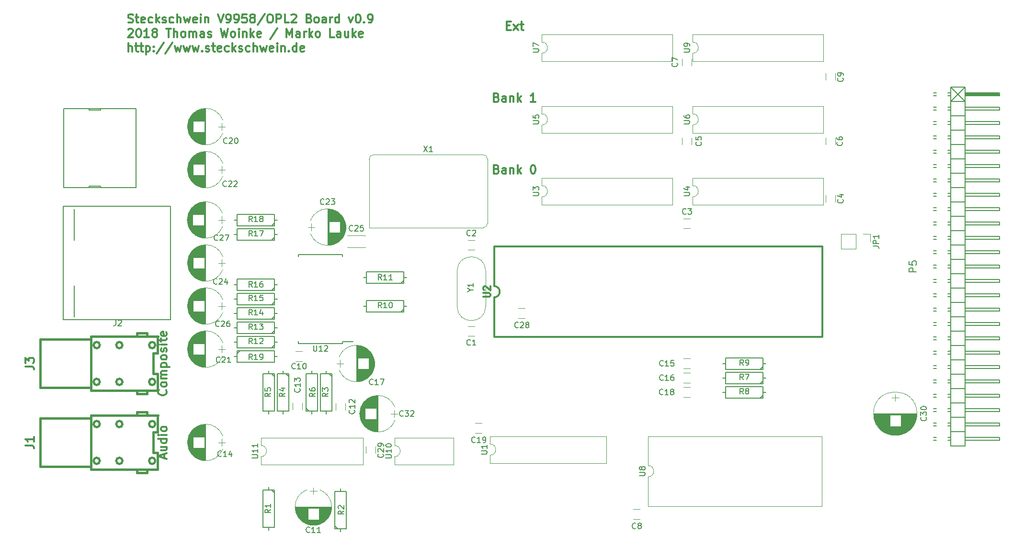
<source format=gbr>
G04 #@! TF.FileFunction,Legend,Top*
%FSLAX46Y46*%
G04 Gerber Fmt 4.6, Leading zero omitted, Abs format (unit mm)*
G04 Created by KiCad (PCBNEW 4.0.7-e2-6376~61~ubuntu18.04.1) date Thu Dec  6 17:38:53 2018*
%MOMM*%
%LPD*%
G01*
G04 APERTURE LIST*
%ADD10C,0.100000*%
%ADD11C,0.300000*%
%ADD12C,0.120000*%
%ADD13C,0.150000*%
%ADD14C,0.127000*%
%ADD15C,0.381000*%
%ADD16C,0.203200*%
%ADD17C,0.304800*%
G04 APERTURE END LIST*
D10*
D11*
X140882857Y-53232857D02*
X141382857Y-53232857D01*
X141597143Y-54018571D02*
X140882857Y-54018571D01*
X140882857Y-52518571D01*
X141597143Y-52518571D01*
X142097143Y-54018571D02*
X142882857Y-53018571D01*
X142097143Y-53018571D02*
X142882857Y-54018571D01*
X143240000Y-53018571D02*
X143811429Y-53018571D01*
X143454286Y-52518571D02*
X143454286Y-53804286D01*
X143525714Y-53947143D01*
X143668572Y-54018571D01*
X143811429Y-54018571D01*
X139097143Y-65932857D02*
X139311429Y-66004286D01*
X139382857Y-66075714D01*
X139454286Y-66218571D01*
X139454286Y-66432857D01*
X139382857Y-66575714D01*
X139311429Y-66647143D01*
X139168571Y-66718571D01*
X138597143Y-66718571D01*
X138597143Y-65218571D01*
X139097143Y-65218571D01*
X139240000Y-65290000D01*
X139311429Y-65361429D01*
X139382857Y-65504286D01*
X139382857Y-65647143D01*
X139311429Y-65790000D01*
X139240000Y-65861429D01*
X139097143Y-65932857D01*
X138597143Y-65932857D01*
X140740000Y-66718571D02*
X140740000Y-65932857D01*
X140668571Y-65790000D01*
X140525714Y-65718571D01*
X140240000Y-65718571D01*
X140097143Y-65790000D01*
X140740000Y-66647143D02*
X140597143Y-66718571D01*
X140240000Y-66718571D01*
X140097143Y-66647143D01*
X140025714Y-66504286D01*
X140025714Y-66361429D01*
X140097143Y-66218571D01*
X140240000Y-66147143D01*
X140597143Y-66147143D01*
X140740000Y-66075714D01*
X141454286Y-65718571D02*
X141454286Y-66718571D01*
X141454286Y-65861429D02*
X141525714Y-65790000D01*
X141668572Y-65718571D01*
X141882857Y-65718571D01*
X142025714Y-65790000D01*
X142097143Y-65932857D01*
X142097143Y-66718571D01*
X142811429Y-66718571D02*
X142811429Y-65218571D01*
X142954286Y-66147143D02*
X143382857Y-66718571D01*
X143382857Y-65718571D02*
X142811429Y-66290000D01*
X145954286Y-66718571D02*
X145097143Y-66718571D01*
X145525715Y-66718571D02*
X145525715Y-65218571D01*
X145382858Y-65432857D01*
X145240000Y-65575714D01*
X145097143Y-65647143D01*
X139097143Y-78632857D02*
X139311429Y-78704286D01*
X139382857Y-78775714D01*
X139454286Y-78918571D01*
X139454286Y-79132857D01*
X139382857Y-79275714D01*
X139311429Y-79347143D01*
X139168571Y-79418571D01*
X138597143Y-79418571D01*
X138597143Y-77918571D01*
X139097143Y-77918571D01*
X139240000Y-77990000D01*
X139311429Y-78061429D01*
X139382857Y-78204286D01*
X139382857Y-78347143D01*
X139311429Y-78490000D01*
X139240000Y-78561429D01*
X139097143Y-78632857D01*
X138597143Y-78632857D01*
X140740000Y-79418571D02*
X140740000Y-78632857D01*
X140668571Y-78490000D01*
X140525714Y-78418571D01*
X140240000Y-78418571D01*
X140097143Y-78490000D01*
X140740000Y-79347143D02*
X140597143Y-79418571D01*
X140240000Y-79418571D01*
X140097143Y-79347143D01*
X140025714Y-79204286D01*
X140025714Y-79061429D01*
X140097143Y-78918571D01*
X140240000Y-78847143D01*
X140597143Y-78847143D01*
X140740000Y-78775714D01*
X141454286Y-78418571D02*
X141454286Y-79418571D01*
X141454286Y-78561429D02*
X141525714Y-78490000D01*
X141668572Y-78418571D01*
X141882857Y-78418571D01*
X142025714Y-78490000D01*
X142097143Y-78632857D01*
X142097143Y-79418571D01*
X142811429Y-79418571D02*
X142811429Y-77918571D01*
X142954286Y-78847143D02*
X143382857Y-79418571D01*
X143382857Y-78418571D02*
X142811429Y-78990000D01*
X145454286Y-77918571D02*
X145597143Y-77918571D01*
X145740000Y-77990000D01*
X145811429Y-78061429D01*
X145882858Y-78204286D01*
X145954286Y-78490000D01*
X145954286Y-78847143D01*
X145882858Y-79132857D01*
X145811429Y-79275714D01*
X145740000Y-79347143D01*
X145597143Y-79418571D01*
X145454286Y-79418571D01*
X145311429Y-79347143D01*
X145240000Y-79275714D01*
X145168572Y-79132857D01*
X145097143Y-78847143D01*
X145097143Y-78490000D01*
X145168572Y-78204286D01*
X145240000Y-78061429D01*
X145311429Y-77990000D01*
X145454286Y-77918571D01*
X73945714Y-52667143D02*
X74160000Y-52738571D01*
X74517143Y-52738571D01*
X74660000Y-52667143D01*
X74731429Y-52595714D01*
X74802857Y-52452857D01*
X74802857Y-52310000D01*
X74731429Y-52167143D01*
X74660000Y-52095714D01*
X74517143Y-52024286D01*
X74231429Y-51952857D01*
X74088571Y-51881429D01*
X74017143Y-51810000D01*
X73945714Y-51667143D01*
X73945714Y-51524286D01*
X74017143Y-51381429D01*
X74088571Y-51310000D01*
X74231429Y-51238571D01*
X74588571Y-51238571D01*
X74802857Y-51310000D01*
X75231428Y-51738571D02*
X75802857Y-51738571D01*
X75445714Y-51238571D02*
X75445714Y-52524286D01*
X75517142Y-52667143D01*
X75660000Y-52738571D01*
X75802857Y-52738571D01*
X76874285Y-52667143D02*
X76731428Y-52738571D01*
X76445714Y-52738571D01*
X76302857Y-52667143D01*
X76231428Y-52524286D01*
X76231428Y-51952857D01*
X76302857Y-51810000D01*
X76445714Y-51738571D01*
X76731428Y-51738571D01*
X76874285Y-51810000D01*
X76945714Y-51952857D01*
X76945714Y-52095714D01*
X76231428Y-52238571D01*
X78231428Y-52667143D02*
X78088571Y-52738571D01*
X77802857Y-52738571D01*
X77659999Y-52667143D01*
X77588571Y-52595714D01*
X77517142Y-52452857D01*
X77517142Y-52024286D01*
X77588571Y-51881429D01*
X77659999Y-51810000D01*
X77802857Y-51738571D01*
X78088571Y-51738571D01*
X78231428Y-51810000D01*
X78874285Y-52738571D02*
X78874285Y-51238571D01*
X79017142Y-52167143D02*
X79445713Y-52738571D01*
X79445713Y-51738571D02*
X78874285Y-52310000D01*
X80017142Y-52667143D02*
X80159999Y-52738571D01*
X80445714Y-52738571D01*
X80588571Y-52667143D01*
X80659999Y-52524286D01*
X80659999Y-52452857D01*
X80588571Y-52310000D01*
X80445714Y-52238571D01*
X80231428Y-52238571D01*
X80088571Y-52167143D01*
X80017142Y-52024286D01*
X80017142Y-51952857D01*
X80088571Y-51810000D01*
X80231428Y-51738571D01*
X80445714Y-51738571D01*
X80588571Y-51810000D01*
X81945714Y-52667143D02*
X81802857Y-52738571D01*
X81517143Y-52738571D01*
X81374285Y-52667143D01*
X81302857Y-52595714D01*
X81231428Y-52452857D01*
X81231428Y-52024286D01*
X81302857Y-51881429D01*
X81374285Y-51810000D01*
X81517143Y-51738571D01*
X81802857Y-51738571D01*
X81945714Y-51810000D01*
X82588571Y-52738571D02*
X82588571Y-51238571D01*
X83231428Y-52738571D02*
X83231428Y-51952857D01*
X83159999Y-51810000D01*
X83017142Y-51738571D01*
X82802857Y-51738571D01*
X82659999Y-51810000D01*
X82588571Y-51881429D01*
X83802857Y-51738571D02*
X84088571Y-52738571D01*
X84374285Y-52024286D01*
X84660000Y-52738571D01*
X84945714Y-51738571D01*
X86088571Y-52667143D02*
X85945714Y-52738571D01*
X85660000Y-52738571D01*
X85517143Y-52667143D01*
X85445714Y-52524286D01*
X85445714Y-51952857D01*
X85517143Y-51810000D01*
X85660000Y-51738571D01*
X85945714Y-51738571D01*
X86088571Y-51810000D01*
X86160000Y-51952857D01*
X86160000Y-52095714D01*
X85445714Y-52238571D01*
X86802857Y-52738571D02*
X86802857Y-51738571D01*
X86802857Y-51238571D02*
X86731428Y-51310000D01*
X86802857Y-51381429D01*
X86874285Y-51310000D01*
X86802857Y-51238571D01*
X86802857Y-51381429D01*
X87517143Y-51738571D02*
X87517143Y-52738571D01*
X87517143Y-51881429D02*
X87588571Y-51810000D01*
X87731429Y-51738571D01*
X87945714Y-51738571D01*
X88088571Y-51810000D01*
X88160000Y-51952857D01*
X88160000Y-52738571D01*
X89802857Y-51238571D02*
X90302857Y-52738571D01*
X90802857Y-51238571D01*
X91374285Y-52738571D02*
X91660000Y-52738571D01*
X91802857Y-52667143D01*
X91874285Y-52595714D01*
X92017143Y-52381429D01*
X92088571Y-52095714D01*
X92088571Y-51524286D01*
X92017143Y-51381429D01*
X91945714Y-51310000D01*
X91802857Y-51238571D01*
X91517143Y-51238571D01*
X91374285Y-51310000D01*
X91302857Y-51381429D01*
X91231428Y-51524286D01*
X91231428Y-51881429D01*
X91302857Y-52024286D01*
X91374285Y-52095714D01*
X91517143Y-52167143D01*
X91802857Y-52167143D01*
X91945714Y-52095714D01*
X92017143Y-52024286D01*
X92088571Y-51881429D01*
X92802856Y-52738571D02*
X93088571Y-52738571D01*
X93231428Y-52667143D01*
X93302856Y-52595714D01*
X93445714Y-52381429D01*
X93517142Y-52095714D01*
X93517142Y-51524286D01*
X93445714Y-51381429D01*
X93374285Y-51310000D01*
X93231428Y-51238571D01*
X92945714Y-51238571D01*
X92802856Y-51310000D01*
X92731428Y-51381429D01*
X92659999Y-51524286D01*
X92659999Y-51881429D01*
X92731428Y-52024286D01*
X92802856Y-52095714D01*
X92945714Y-52167143D01*
X93231428Y-52167143D01*
X93374285Y-52095714D01*
X93445714Y-52024286D01*
X93517142Y-51881429D01*
X94874285Y-51238571D02*
X94159999Y-51238571D01*
X94088570Y-51952857D01*
X94159999Y-51881429D01*
X94302856Y-51810000D01*
X94659999Y-51810000D01*
X94802856Y-51881429D01*
X94874285Y-51952857D01*
X94945713Y-52095714D01*
X94945713Y-52452857D01*
X94874285Y-52595714D01*
X94802856Y-52667143D01*
X94659999Y-52738571D01*
X94302856Y-52738571D01*
X94159999Y-52667143D01*
X94088570Y-52595714D01*
X95802856Y-51881429D02*
X95659998Y-51810000D01*
X95588570Y-51738571D01*
X95517141Y-51595714D01*
X95517141Y-51524286D01*
X95588570Y-51381429D01*
X95659998Y-51310000D01*
X95802856Y-51238571D01*
X96088570Y-51238571D01*
X96231427Y-51310000D01*
X96302856Y-51381429D01*
X96374284Y-51524286D01*
X96374284Y-51595714D01*
X96302856Y-51738571D01*
X96231427Y-51810000D01*
X96088570Y-51881429D01*
X95802856Y-51881429D01*
X95659998Y-51952857D01*
X95588570Y-52024286D01*
X95517141Y-52167143D01*
X95517141Y-52452857D01*
X95588570Y-52595714D01*
X95659998Y-52667143D01*
X95802856Y-52738571D01*
X96088570Y-52738571D01*
X96231427Y-52667143D01*
X96302856Y-52595714D01*
X96374284Y-52452857D01*
X96374284Y-52167143D01*
X96302856Y-52024286D01*
X96231427Y-51952857D01*
X96088570Y-51881429D01*
X98088569Y-51167143D02*
X96802855Y-53095714D01*
X98874284Y-51238571D02*
X99159998Y-51238571D01*
X99302856Y-51310000D01*
X99445713Y-51452857D01*
X99517141Y-51738571D01*
X99517141Y-52238571D01*
X99445713Y-52524286D01*
X99302856Y-52667143D01*
X99159998Y-52738571D01*
X98874284Y-52738571D01*
X98731427Y-52667143D01*
X98588570Y-52524286D01*
X98517141Y-52238571D01*
X98517141Y-51738571D01*
X98588570Y-51452857D01*
X98731427Y-51310000D01*
X98874284Y-51238571D01*
X100159999Y-52738571D02*
X100159999Y-51238571D01*
X100731427Y-51238571D01*
X100874285Y-51310000D01*
X100945713Y-51381429D01*
X101017142Y-51524286D01*
X101017142Y-51738571D01*
X100945713Y-51881429D01*
X100874285Y-51952857D01*
X100731427Y-52024286D01*
X100159999Y-52024286D01*
X102374285Y-52738571D02*
X101659999Y-52738571D01*
X101659999Y-51238571D01*
X102802856Y-51381429D02*
X102874285Y-51310000D01*
X103017142Y-51238571D01*
X103374285Y-51238571D01*
X103517142Y-51310000D01*
X103588571Y-51381429D01*
X103659999Y-51524286D01*
X103659999Y-51667143D01*
X103588571Y-51881429D01*
X102731428Y-52738571D01*
X103659999Y-52738571D01*
X105945713Y-51952857D02*
X106159999Y-52024286D01*
X106231427Y-52095714D01*
X106302856Y-52238571D01*
X106302856Y-52452857D01*
X106231427Y-52595714D01*
X106159999Y-52667143D01*
X106017141Y-52738571D01*
X105445713Y-52738571D01*
X105445713Y-51238571D01*
X105945713Y-51238571D01*
X106088570Y-51310000D01*
X106159999Y-51381429D01*
X106231427Y-51524286D01*
X106231427Y-51667143D01*
X106159999Y-51810000D01*
X106088570Y-51881429D01*
X105945713Y-51952857D01*
X105445713Y-51952857D01*
X107159999Y-52738571D02*
X107017141Y-52667143D01*
X106945713Y-52595714D01*
X106874284Y-52452857D01*
X106874284Y-52024286D01*
X106945713Y-51881429D01*
X107017141Y-51810000D01*
X107159999Y-51738571D01*
X107374284Y-51738571D01*
X107517141Y-51810000D01*
X107588570Y-51881429D01*
X107659999Y-52024286D01*
X107659999Y-52452857D01*
X107588570Y-52595714D01*
X107517141Y-52667143D01*
X107374284Y-52738571D01*
X107159999Y-52738571D01*
X108945713Y-52738571D02*
X108945713Y-51952857D01*
X108874284Y-51810000D01*
X108731427Y-51738571D01*
X108445713Y-51738571D01*
X108302856Y-51810000D01*
X108945713Y-52667143D02*
X108802856Y-52738571D01*
X108445713Y-52738571D01*
X108302856Y-52667143D01*
X108231427Y-52524286D01*
X108231427Y-52381429D01*
X108302856Y-52238571D01*
X108445713Y-52167143D01*
X108802856Y-52167143D01*
X108945713Y-52095714D01*
X109659999Y-52738571D02*
X109659999Y-51738571D01*
X109659999Y-52024286D02*
X109731427Y-51881429D01*
X109802856Y-51810000D01*
X109945713Y-51738571D01*
X110088570Y-51738571D01*
X111231427Y-52738571D02*
X111231427Y-51238571D01*
X111231427Y-52667143D02*
X111088570Y-52738571D01*
X110802856Y-52738571D01*
X110659998Y-52667143D01*
X110588570Y-52595714D01*
X110517141Y-52452857D01*
X110517141Y-52024286D01*
X110588570Y-51881429D01*
X110659998Y-51810000D01*
X110802856Y-51738571D01*
X111088570Y-51738571D01*
X111231427Y-51810000D01*
X112945713Y-51738571D02*
X113302856Y-52738571D01*
X113659998Y-51738571D01*
X114517141Y-51238571D02*
X114659998Y-51238571D01*
X114802855Y-51310000D01*
X114874284Y-51381429D01*
X114945713Y-51524286D01*
X115017141Y-51810000D01*
X115017141Y-52167143D01*
X114945713Y-52452857D01*
X114874284Y-52595714D01*
X114802855Y-52667143D01*
X114659998Y-52738571D01*
X114517141Y-52738571D01*
X114374284Y-52667143D01*
X114302855Y-52595714D01*
X114231427Y-52452857D01*
X114159998Y-52167143D01*
X114159998Y-51810000D01*
X114231427Y-51524286D01*
X114302855Y-51381429D01*
X114374284Y-51310000D01*
X114517141Y-51238571D01*
X115659998Y-52595714D02*
X115731426Y-52667143D01*
X115659998Y-52738571D01*
X115588569Y-52667143D01*
X115659998Y-52595714D01*
X115659998Y-52738571D01*
X116445712Y-52738571D02*
X116731427Y-52738571D01*
X116874284Y-52667143D01*
X116945712Y-52595714D01*
X117088570Y-52381429D01*
X117159998Y-52095714D01*
X117159998Y-51524286D01*
X117088570Y-51381429D01*
X117017141Y-51310000D01*
X116874284Y-51238571D01*
X116588570Y-51238571D01*
X116445712Y-51310000D01*
X116374284Y-51381429D01*
X116302855Y-51524286D01*
X116302855Y-51881429D01*
X116374284Y-52024286D01*
X116445712Y-52095714D01*
X116588570Y-52167143D01*
X116874284Y-52167143D01*
X117017141Y-52095714D01*
X117088570Y-52024286D01*
X117159998Y-51881429D01*
X73945714Y-53931429D02*
X74017143Y-53860000D01*
X74160000Y-53788571D01*
X74517143Y-53788571D01*
X74660000Y-53860000D01*
X74731429Y-53931429D01*
X74802857Y-54074286D01*
X74802857Y-54217143D01*
X74731429Y-54431429D01*
X73874286Y-55288571D01*
X74802857Y-55288571D01*
X75731428Y-53788571D02*
X75874285Y-53788571D01*
X76017142Y-53860000D01*
X76088571Y-53931429D01*
X76160000Y-54074286D01*
X76231428Y-54360000D01*
X76231428Y-54717143D01*
X76160000Y-55002857D01*
X76088571Y-55145714D01*
X76017142Y-55217143D01*
X75874285Y-55288571D01*
X75731428Y-55288571D01*
X75588571Y-55217143D01*
X75517142Y-55145714D01*
X75445714Y-55002857D01*
X75374285Y-54717143D01*
X75374285Y-54360000D01*
X75445714Y-54074286D01*
X75517142Y-53931429D01*
X75588571Y-53860000D01*
X75731428Y-53788571D01*
X77659999Y-55288571D02*
X76802856Y-55288571D01*
X77231428Y-55288571D02*
X77231428Y-53788571D01*
X77088571Y-54002857D01*
X76945713Y-54145714D01*
X76802856Y-54217143D01*
X78517142Y-54431429D02*
X78374284Y-54360000D01*
X78302856Y-54288571D01*
X78231427Y-54145714D01*
X78231427Y-54074286D01*
X78302856Y-53931429D01*
X78374284Y-53860000D01*
X78517142Y-53788571D01*
X78802856Y-53788571D01*
X78945713Y-53860000D01*
X79017142Y-53931429D01*
X79088570Y-54074286D01*
X79088570Y-54145714D01*
X79017142Y-54288571D01*
X78945713Y-54360000D01*
X78802856Y-54431429D01*
X78517142Y-54431429D01*
X78374284Y-54502857D01*
X78302856Y-54574286D01*
X78231427Y-54717143D01*
X78231427Y-55002857D01*
X78302856Y-55145714D01*
X78374284Y-55217143D01*
X78517142Y-55288571D01*
X78802856Y-55288571D01*
X78945713Y-55217143D01*
X79017142Y-55145714D01*
X79088570Y-55002857D01*
X79088570Y-54717143D01*
X79017142Y-54574286D01*
X78945713Y-54502857D01*
X78802856Y-54431429D01*
X80659998Y-53788571D02*
X81517141Y-53788571D01*
X81088570Y-55288571D02*
X81088570Y-53788571D01*
X82017141Y-55288571D02*
X82017141Y-53788571D01*
X82659998Y-55288571D02*
X82659998Y-54502857D01*
X82588569Y-54360000D01*
X82445712Y-54288571D01*
X82231427Y-54288571D01*
X82088569Y-54360000D01*
X82017141Y-54431429D01*
X83588570Y-55288571D02*
X83445712Y-55217143D01*
X83374284Y-55145714D01*
X83302855Y-55002857D01*
X83302855Y-54574286D01*
X83374284Y-54431429D01*
X83445712Y-54360000D01*
X83588570Y-54288571D01*
X83802855Y-54288571D01*
X83945712Y-54360000D01*
X84017141Y-54431429D01*
X84088570Y-54574286D01*
X84088570Y-55002857D01*
X84017141Y-55145714D01*
X83945712Y-55217143D01*
X83802855Y-55288571D01*
X83588570Y-55288571D01*
X84731427Y-55288571D02*
X84731427Y-54288571D01*
X84731427Y-54431429D02*
X84802855Y-54360000D01*
X84945713Y-54288571D01*
X85159998Y-54288571D01*
X85302855Y-54360000D01*
X85374284Y-54502857D01*
X85374284Y-55288571D01*
X85374284Y-54502857D02*
X85445713Y-54360000D01*
X85588570Y-54288571D01*
X85802855Y-54288571D01*
X85945713Y-54360000D01*
X86017141Y-54502857D01*
X86017141Y-55288571D01*
X87374284Y-55288571D02*
X87374284Y-54502857D01*
X87302855Y-54360000D01*
X87159998Y-54288571D01*
X86874284Y-54288571D01*
X86731427Y-54360000D01*
X87374284Y-55217143D02*
X87231427Y-55288571D01*
X86874284Y-55288571D01*
X86731427Y-55217143D01*
X86659998Y-55074286D01*
X86659998Y-54931429D01*
X86731427Y-54788571D01*
X86874284Y-54717143D01*
X87231427Y-54717143D01*
X87374284Y-54645714D01*
X88017141Y-55217143D02*
X88159998Y-55288571D01*
X88445713Y-55288571D01*
X88588570Y-55217143D01*
X88659998Y-55074286D01*
X88659998Y-55002857D01*
X88588570Y-54860000D01*
X88445713Y-54788571D01*
X88231427Y-54788571D01*
X88088570Y-54717143D01*
X88017141Y-54574286D01*
X88017141Y-54502857D01*
X88088570Y-54360000D01*
X88231427Y-54288571D01*
X88445713Y-54288571D01*
X88588570Y-54360000D01*
X90302856Y-53788571D02*
X90659999Y-55288571D01*
X90945713Y-54217143D01*
X91231427Y-55288571D01*
X91588570Y-53788571D01*
X92374285Y-55288571D02*
X92231427Y-55217143D01*
X92159999Y-55145714D01*
X92088570Y-55002857D01*
X92088570Y-54574286D01*
X92159999Y-54431429D01*
X92231427Y-54360000D01*
X92374285Y-54288571D01*
X92588570Y-54288571D01*
X92731427Y-54360000D01*
X92802856Y-54431429D01*
X92874285Y-54574286D01*
X92874285Y-55002857D01*
X92802856Y-55145714D01*
X92731427Y-55217143D01*
X92588570Y-55288571D01*
X92374285Y-55288571D01*
X93517142Y-55288571D02*
X93517142Y-54288571D01*
X93517142Y-53788571D02*
X93445713Y-53860000D01*
X93517142Y-53931429D01*
X93588570Y-53860000D01*
X93517142Y-53788571D01*
X93517142Y-53931429D01*
X94231428Y-54288571D02*
X94231428Y-55288571D01*
X94231428Y-54431429D02*
X94302856Y-54360000D01*
X94445714Y-54288571D01*
X94659999Y-54288571D01*
X94802856Y-54360000D01*
X94874285Y-54502857D01*
X94874285Y-55288571D01*
X95588571Y-55288571D02*
X95588571Y-53788571D01*
X95731428Y-54717143D02*
X96159999Y-55288571D01*
X96159999Y-54288571D02*
X95588571Y-54860000D01*
X97374285Y-55217143D02*
X97231428Y-55288571D01*
X96945714Y-55288571D01*
X96802857Y-55217143D01*
X96731428Y-55074286D01*
X96731428Y-54502857D01*
X96802857Y-54360000D01*
X96945714Y-54288571D01*
X97231428Y-54288571D01*
X97374285Y-54360000D01*
X97445714Y-54502857D01*
X97445714Y-54645714D01*
X96731428Y-54788571D01*
X100302856Y-53717143D02*
X99017142Y-55645714D01*
X101945714Y-55288571D02*
X101945714Y-53788571D01*
X102445714Y-54860000D01*
X102945714Y-53788571D01*
X102945714Y-55288571D01*
X104302857Y-55288571D02*
X104302857Y-54502857D01*
X104231428Y-54360000D01*
X104088571Y-54288571D01*
X103802857Y-54288571D01*
X103660000Y-54360000D01*
X104302857Y-55217143D02*
X104160000Y-55288571D01*
X103802857Y-55288571D01*
X103660000Y-55217143D01*
X103588571Y-55074286D01*
X103588571Y-54931429D01*
X103660000Y-54788571D01*
X103802857Y-54717143D01*
X104160000Y-54717143D01*
X104302857Y-54645714D01*
X105017143Y-55288571D02*
X105017143Y-54288571D01*
X105017143Y-54574286D02*
X105088571Y-54431429D01*
X105160000Y-54360000D01*
X105302857Y-54288571D01*
X105445714Y-54288571D01*
X105945714Y-55288571D02*
X105945714Y-53788571D01*
X106088571Y-54717143D02*
X106517142Y-55288571D01*
X106517142Y-54288571D02*
X105945714Y-54860000D01*
X107374286Y-55288571D02*
X107231428Y-55217143D01*
X107160000Y-55145714D01*
X107088571Y-55002857D01*
X107088571Y-54574286D01*
X107160000Y-54431429D01*
X107231428Y-54360000D01*
X107374286Y-54288571D01*
X107588571Y-54288571D01*
X107731428Y-54360000D01*
X107802857Y-54431429D01*
X107874286Y-54574286D01*
X107874286Y-55002857D01*
X107802857Y-55145714D01*
X107731428Y-55217143D01*
X107588571Y-55288571D01*
X107374286Y-55288571D01*
X110374286Y-55288571D02*
X109660000Y-55288571D01*
X109660000Y-53788571D01*
X111517143Y-55288571D02*
X111517143Y-54502857D01*
X111445714Y-54360000D01*
X111302857Y-54288571D01*
X111017143Y-54288571D01*
X110874286Y-54360000D01*
X111517143Y-55217143D02*
X111374286Y-55288571D01*
X111017143Y-55288571D01*
X110874286Y-55217143D01*
X110802857Y-55074286D01*
X110802857Y-54931429D01*
X110874286Y-54788571D01*
X111017143Y-54717143D01*
X111374286Y-54717143D01*
X111517143Y-54645714D01*
X112874286Y-54288571D02*
X112874286Y-55288571D01*
X112231429Y-54288571D02*
X112231429Y-55074286D01*
X112302857Y-55217143D01*
X112445715Y-55288571D01*
X112660000Y-55288571D01*
X112802857Y-55217143D01*
X112874286Y-55145714D01*
X113588572Y-55288571D02*
X113588572Y-53788571D01*
X113731429Y-54717143D02*
X114160000Y-55288571D01*
X114160000Y-54288571D02*
X113588572Y-54860000D01*
X115374286Y-55217143D02*
X115231429Y-55288571D01*
X114945715Y-55288571D01*
X114802858Y-55217143D01*
X114731429Y-55074286D01*
X114731429Y-54502857D01*
X114802858Y-54360000D01*
X114945715Y-54288571D01*
X115231429Y-54288571D01*
X115374286Y-54360000D01*
X115445715Y-54502857D01*
X115445715Y-54645714D01*
X114731429Y-54788571D01*
X74017143Y-57838571D02*
X74017143Y-56338571D01*
X74660000Y-57838571D02*
X74660000Y-57052857D01*
X74588571Y-56910000D01*
X74445714Y-56838571D01*
X74231429Y-56838571D01*
X74088571Y-56910000D01*
X74017143Y-56981429D01*
X75160000Y-56838571D02*
X75731429Y-56838571D01*
X75374286Y-56338571D02*
X75374286Y-57624286D01*
X75445714Y-57767143D01*
X75588572Y-57838571D01*
X75731429Y-57838571D01*
X76017143Y-56838571D02*
X76588572Y-56838571D01*
X76231429Y-56338571D02*
X76231429Y-57624286D01*
X76302857Y-57767143D01*
X76445715Y-57838571D01*
X76588572Y-57838571D01*
X77088572Y-56838571D02*
X77088572Y-58338571D01*
X77088572Y-56910000D02*
X77231429Y-56838571D01*
X77517143Y-56838571D01*
X77660000Y-56910000D01*
X77731429Y-56981429D01*
X77802858Y-57124286D01*
X77802858Y-57552857D01*
X77731429Y-57695714D01*
X77660000Y-57767143D01*
X77517143Y-57838571D01*
X77231429Y-57838571D01*
X77088572Y-57767143D01*
X78445715Y-57695714D02*
X78517143Y-57767143D01*
X78445715Y-57838571D01*
X78374286Y-57767143D01*
X78445715Y-57695714D01*
X78445715Y-57838571D01*
X78445715Y-56910000D02*
X78517143Y-56981429D01*
X78445715Y-57052857D01*
X78374286Y-56981429D01*
X78445715Y-56910000D01*
X78445715Y-57052857D01*
X80231429Y-56267143D02*
X78945715Y-58195714D01*
X81802858Y-56267143D02*
X80517144Y-58195714D01*
X82160002Y-56838571D02*
X82445716Y-57838571D01*
X82731430Y-57124286D01*
X83017145Y-57838571D01*
X83302859Y-56838571D01*
X83731431Y-56838571D02*
X84017145Y-57838571D01*
X84302859Y-57124286D01*
X84588574Y-57838571D01*
X84874288Y-56838571D01*
X85302860Y-56838571D02*
X85588574Y-57838571D01*
X85874288Y-57124286D01*
X86160003Y-57838571D01*
X86445717Y-56838571D01*
X87017146Y-57695714D02*
X87088574Y-57767143D01*
X87017146Y-57838571D01*
X86945717Y-57767143D01*
X87017146Y-57695714D01*
X87017146Y-57838571D01*
X87660003Y-57767143D02*
X87802860Y-57838571D01*
X88088575Y-57838571D01*
X88231432Y-57767143D01*
X88302860Y-57624286D01*
X88302860Y-57552857D01*
X88231432Y-57410000D01*
X88088575Y-57338571D01*
X87874289Y-57338571D01*
X87731432Y-57267143D01*
X87660003Y-57124286D01*
X87660003Y-57052857D01*
X87731432Y-56910000D01*
X87874289Y-56838571D01*
X88088575Y-56838571D01*
X88231432Y-56910000D01*
X88731432Y-56838571D02*
X89302861Y-56838571D01*
X88945718Y-56338571D02*
X88945718Y-57624286D01*
X89017146Y-57767143D01*
X89160004Y-57838571D01*
X89302861Y-57838571D01*
X90374289Y-57767143D02*
X90231432Y-57838571D01*
X89945718Y-57838571D01*
X89802861Y-57767143D01*
X89731432Y-57624286D01*
X89731432Y-57052857D01*
X89802861Y-56910000D01*
X89945718Y-56838571D01*
X90231432Y-56838571D01*
X90374289Y-56910000D01*
X90445718Y-57052857D01*
X90445718Y-57195714D01*
X89731432Y-57338571D01*
X91731432Y-57767143D02*
X91588575Y-57838571D01*
X91302861Y-57838571D01*
X91160003Y-57767143D01*
X91088575Y-57695714D01*
X91017146Y-57552857D01*
X91017146Y-57124286D01*
X91088575Y-56981429D01*
X91160003Y-56910000D01*
X91302861Y-56838571D01*
X91588575Y-56838571D01*
X91731432Y-56910000D01*
X92374289Y-57838571D02*
X92374289Y-56338571D01*
X92517146Y-57267143D02*
X92945717Y-57838571D01*
X92945717Y-56838571D02*
X92374289Y-57410000D01*
X93517146Y-57767143D02*
X93660003Y-57838571D01*
X93945718Y-57838571D01*
X94088575Y-57767143D01*
X94160003Y-57624286D01*
X94160003Y-57552857D01*
X94088575Y-57410000D01*
X93945718Y-57338571D01*
X93731432Y-57338571D01*
X93588575Y-57267143D01*
X93517146Y-57124286D01*
X93517146Y-57052857D01*
X93588575Y-56910000D01*
X93731432Y-56838571D01*
X93945718Y-56838571D01*
X94088575Y-56910000D01*
X95445718Y-57767143D02*
X95302861Y-57838571D01*
X95017147Y-57838571D01*
X94874289Y-57767143D01*
X94802861Y-57695714D01*
X94731432Y-57552857D01*
X94731432Y-57124286D01*
X94802861Y-56981429D01*
X94874289Y-56910000D01*
X95017147Y-56838571D01*
X95302861Y-56838571D01*
X95445718Y-56910000D01*
X96088575Y-57838571D02*
X96088575Y-56338571D01*
X96731432Y-57838571D02*
X96731432Y-57052857D01*
X96660003Y-56910000D01*
X96517146Y-56838571D01*
X96302861Y-56838571D01*
X96160003Y-56910000D01*
X96088575Y-56981429D01*
X97302861Y-56838571D02*
X97588575Y-57838571D01*
X97874289Y-57124286D01*
X98160004Y-57838571D01*
X98445718Y-56838571D01*
X99588575Y-57767143D02*
X99445718Y-57838571D01*
X99160004Y-57838571D01*
X99017147Y-57767143D01*
X98945718Y-57624286D01*
X98945718Y-57052857D01*
X99017147Y-56910000D01*
X99160004Y-56838571D01*
X99445718Y-56838571D01*
X99588575Y-56910000D01*
X99660004Y-57052857D01*
X99660004Y-57195714D01*
X98945718Y-57338571D01*
X100302861Y-57838571D02*
X100302861Y-56838571D01*
X100302861Y-56338571D02*
X100231432Y-56410000D01*
X100302861Y-56481429D01*
X100374289Y-56410000D01*
X100302861Y-56338571D01*
X100302861Y-56481429D01*
X101017147Y-56838571D02*
X101017147Y-57838571D01*
X101017147Y-56981429D02*
X101088575Y-56910000D01*
X101231433Y-56838571D01*
X101445718Y-56838571D01*
X101588575Y-56910000D01*
X101660004Y-57052857D01*
X101660004Y-57838571D01*
X102374290Y-57695714D02*
X102445718Y-57767143D01*
X102374290Y-57838571D01*
X102302861Y-57767143D01*
X102374290Y-57695714D01*
X102374290Y-57838571D01*
X103731433Y-57838571D02*
X103731433Y-56338571D01*
X103731433Y-57767143D02*
X103588576Y-57838571D01*
X103302862Y-57838571D01*
X103160004Y-57767143D01*
X103088576Y-57695714D01*
X103017147Y-57552857D01*
X103017147Y-57124286D01*
X103088576Y-56981429D01*
X103160004Y-56910000D01*
X103302862Y-56838571D01*
X103588576Y-56838571D01*
X103731433Y-56910000D01*
X105017147Y-57767143D02*
X104874290Y-57838571D01*
X104588576Y-57838571D01*
X104445719Y-57767143D01*
X104374290Y-57624286D01*
X104374290Y-57052857D01*
X104445719Y-56910000D01*
X104588576Y-56838571D01*
X104874290Y-56838571D01*
X105017147Y-56910000D01*
X105088576Y-57052857D01*
X105088576Y-57195714D01*
X104374290Y-57338571D01*
D12*
X117297820Y-111850864D02*
G75*
G03X111262518Y-111850000I-3017820J-1179136D01*
G01*
X117297820Y-114209136D02*
G75*
G02X111262518Y-114210000I-3017820J1179136D01*
G01*
X117297820Y-114209136D02*
G75*
G03X117297482Y-111850000I-3017820J1179136D01*
G01*
X114280000Y-109830000D02*
X114280000Y-116230000D01*
X114320000Y-109830000D02*
X114320000Y-116230000D01*
X114360000Y-109830000D02*
X114360000Y-116230000D01*
X114400000Y-109832000D02*
X114400000Y-116228000D01*
X114440000Y-109833000D02*
X114440000Y-116227000D01*
X114480000Y-109836000D02*
X114480000Y-116224000D01*
X114520000Y-109838000D02*
X114520000Y-116222000D01*
X114560000Y-109842000D02*
X114560000Y-112050000D01*
X114560000Y-114010000D02*
X114560000Y-116218000D01*
X114600000Y-109845000D02*
X114600000Y-112050000D01*
X114600000Y-114010000D02*
X114600000Y-116215000D01*
X114640000Y-109850000D02*
X114640000Y-112050000D01*
X114640000Y-114010000D02*
X114640000Y-116210000D01*
X114680000Y-109854000D02*
X114680000Y-112050000D01*
X114680000Y-114010000D02*
X114680000Y-116206000D01*
X114720000Y-109860000D02*
X114720000Y-112050000D01*
X114720000Y-114010000D02*
X114720000Y-116200000D01*
X114760000Y-109865000D02*
X114760000Y-112050000D01*
X114760000Y-114010000D02*
X114760000Y-116195000D01*
X114800000Y-109872000D02*
X114800000Y-112050000D01*
X114800000Y-114010000D02*
X114800000Y-116188000D01*
X114840000Y-109878000D02*
X114840000Y-112050000D01*
X114840000Y-114010000D02*
X114840000Y-116182000D01*
X114880000Y-109886000D02*
X114880000Y-112050000D01*
X114880000Y-114010000D02*
X114880000Y-116174000D01*
X114920000Y-109893000D02*
X114920000Y-112050000D01*
X114920000Y-114010000D02*
X114920000Y-116167000D01*
X114960000Y-109902000D02*
X114960000Y-112050000D01*
X114960000Y-114010000D02*
X114960000Y-116158000D01*
X115001000Y-109911000D02*
X115001000Y-112050000D01*
X115001000Y-114010000D02*
X115001000Y-116149000D01*
X115041000Y-109920000D02*
X115041000Y-112050000D01*
X115041000Y-114010000D02*
X115041000Y-116140000D01*
X115081000Y-109930000D02*
X115081000Y-112050000D01*
X115081000Y-114010000D02*
X115081000Y-116130000D01*
X115121000Y-109940000D02*
X115121000Y-112050000D01*
X115121000Y-114010000D02*
X115121000Y-116120000D01*
X115161000Y-109951000D02*
X115161000Y-112050000D01*
X115161000Y-114010000D02*
X115161000Y-116109000D01*
X115201000Y-109963000D02*
X115201000Y-112050000D01*
X115201000Y-114010000D02*
X115201000Y-116097000D01*
X115241000Y-109975000D02*
X115241000Y-112050000D01*
X115241000Y-114010000D02*
X115241000Y-116085000D01*
X115281000Y-109988000D02*
X115281000Y-112050000D01*
X115281000Y-114010000D02*
X115281000Y-116072000D01*
X115321000Y-110001000D02*
X115321000Y-112050000D01*
X115321000Y-114010000D02*
X115321000Y-116059000D01*
X115361000Y-110015000D02*
X115361000Y-112050000D01*
X115361000Y-114010000D02*
X115361000Y-116045000D01*
X115401000Y-110029000D02*
X115401000Y-112050000D01*
X115401000Y-114010000D02*
X115401000Y-116031000D01*
X115441000Y-110044000D02*
X115441000Y-112050000D01*
X115441000Y-114010000D02*
X115441000Y-116016000D01*
X115481000Y-110060000D02*
X115481000Y-112050000D01*
X115481000Y-114010000D02*
X115481000Y-116000000D01*
X115521000Y-110076000D02*
X115521000Y-112050000D01*
X115521000Y-114010000D02*
X115521000Y-115984000D01*
X115561000Y-110093000D02*
X115561000Y-112050000D01*
X115561000Y-114010000D02*
X115561000Y-115967000D01*
X115601000Y-110111000D02*
X115601000Y-112050000D01*
X115601000Y-114010000D02*
X115601000Y-115949000D01*
X115641000Y-110129000D02*
X115641000Y-112050000D01*
X115641000Y-114010000D02*
X115641000Y-115931000D01*
X115681000Y-110148000D02*
X115681000Y-112050000D01*
X115681000Y-114010000D02*
X115681000Y-115912000D01*
X115721000Y-110167000D02*
X115721000Y-112050000D01*
X115721000Y-114010000D02*
X115721000Y-115893000D01*
X115761000Y-110187000D02*
X115761000Y-112050000D01*
X115761000Y-114010000D02*
X115761000Y-115873000D01*
X115801000Y-110208000D02*
X115801000Y-112050000D01*
X115801000Y-114010000D02*
X115801000Y-115852000D01*
X115841000Y-110230000D02*
X115841000Y-112050000D01*
X115841000Y-114010000D02*
X115841000Y-115830000D01*
X115881000Y-110252000D02*
X115881000Y-112050000D01*
X115881000Y-114010000D02*
X115881000Y-115808000D01*
X115921000Y-110275000D02*
X115921000Y-112050000D01*
X115921000Y-114010000D02*
X115921000Y-115785000D01*
X115961000Y-110299000D02*
X115961000Y-112050000D01*
X115961000Y-114010000D02*
X115961000Y-115761000D01*
X116001000Y-110324000D02*
X116001000Y-112050000D01*
X116001000Y-114010000D02*
X116001000Y-115736000D01*
X116041000Y-110349000D02*
X116041000Y-112050000D01*
X116041000Y-114010000D02*
X116041000Y-115711000D01*
X116081000Y-110376000D02*
X116081000Y-112050000D01*
X116081000Y-114010000D02*
X116081000Y-115684000D01*
X116121000Y-110403000D02*
X116121000Y-112050000D01*
X116121000Y-114010000D02*
X116121000Y-115657000D01*
X116161000Y-110431000D02*
X116161000Y-112050000D01*
X116161000Y-114010000D02*
X116161000Y-115629000D01*
X116201000Y-110460000D02*
X116201000Y-112050000D01*
X116201000Y-114010000D02*
X116201000Y-115600000D01*
X116241000Y-110490000D02*
X116241000Y-112050000D01*
X116241000Y-114010000D02*
X116241000Y-115570000D01*
X116281000Y-110520000D02*
X116281000Y-112050000D01*
X116281000Y-114010000D02*
X116281000Y-115540000D01*
X116321000Y-110552000D02*
X116321000Y-112050000D01*
X116321000Y-114010000D02*
X116321000Y-115508000D01*
X116361000Y-110585000D02*
X116361000Y-112050000D01*
X116361000Y-114010000D02*
X116361000Y-115475000D01*
X116401000Y-110619000D02*
X116401000Y-112050000D01*
X116401000Y-114010000D02*
X116401000Y-115441000D01*
X116441000Y-110655000D02*
X116441000Y-112050000D01*
X116441000Y-114010000D02*
X116441000Y-115405000D01*
X116481000Y-110691000D02*
X116481000Y-112050000D01*
X116481000Y-114010000D02*
X116481000Y-115369000D01*
X116521000Y-110729000D02*
X116521000Y-115331000D01*
X116561000Y-110768000D02*
X116561000Y-115292000D01*
X116601000Y-110808000D02*
X116601000Y-115252000D01*
X116641000Y-110850000D02*
X116641000Y-115210000D01*
X116681000Y-110893000D02*
X116681000Y-115167000D01*
X116721000Y-110938000D02*
X116721000Y-115122000D01*
X116761000Y-110985000D02*
X116761000Y-115075000D01*
X116801000Y-111033000D02*
X116801000Y-115027000D01*
X116841000Y-111084000D02*
X116841000Y-114976000D01*
X116881000Y-111136000D02*
X116881000Y-114924000D01*
X116921000Y-111191000D02*
X116921000Y-114869000D01*
X116961000Y-111249000D02*
X116961000Y-114811000D01*
X117001000Y-111309000D02*
X117001000Y-114751000D01*
X117041000Y-111372000D02*
X117041000Y-114688000D01*
X117081000Y-111439000D02*
X117081000Y-114621000D01*
X117121000Y-111510000D02*
X117121000Y-114550000D01*
X117161000Y-111585000D02*
X117161000Y-114475000D01*
X117201000Y-111666000D02*
X117201000Y-114394000D01*
X117241000Y-111752000D02*
X117241000Y-114308000D01*
X117281000Y-111846000D02*
X117281000Y-114214000D01*
X117321000Y-111949000D02*
X117321000Y-114111000D01*
X117361000Y-112064000D02*
X117361000Y-113996000D01*
X117401000Y-112196000D02*
X117401000Y-113864000D01*
X117441000Y-112354000D02*
X117441000Y-113706000D01*
X117481000Y-112562000D02*
X117481000Y-113498000D01*
X110830000Y-113030000D02*
X112030000Y-113030000D01*
X111430000Y-112380000D02*
X111430000Y-113680000D01*
D11*
X138640000Y-101330000D02*
X138640000Y-108330000D01*
X138640000Y-92330000D02*
X138640000Y-99330000D01*
X139640000Y-100330000D02*
G75*
G03X138640000Y-99330000I-1000000J0D01*
G01*
X138640000Y-101330000D02*
G75*
G03X139640000Y-100330000I0J1000000D01*
G01*
X138640000Y-108330000D02*
X196640000Y-108330000D01*
X196640000Y-108330000D02*
X196640000Y-92330000D01*
X196640000Y-92330000D02*
X138640000Y-92330000D01*
D13*
X216789000Y-65659000D02*
X216281000Y-65659000D01*
X216789000Y-65151000D02*
X216281000Y-65151000D01*
X216789000Y-82931000D02*
X216281000Y-82931000D01*
X216789000Y-83439000D02*
X216281000Y-83439000D01*
X216789000Y-85471000D02*
X216281000Y-85471000D01*
X216789000Y-85979000D02*
X216281000Y-85979000D01*
X216789000Y-80899000D02*
X216281000Y-80899000D01*
X216789000Y-80391000D02*
X216281000Y-80391000D01*
X216789000Y-78359000D02*
X216281000Y-78359000D01*
X216789000Y-77851000D02*
X216281000Y-77851000D01*
X216789000Y-67691000D02*
X216281000Y-67691000D01*
X216789000Y-68199000D02*
X216281000Y-68199000D01*
X216789000Y-70231000D02*
X216281000Y-70231000D01*
X216789000Y-70739000D02*
X216281000Y-70739000D01*
X216789000Y-75819000D02*
X216281000Y-75819000D01*
X216789000Y-75311000D02*
X216281000Y-75311000D01*
X216789000Y-73279000D02*
X216281000Y-73279000D01*
X216789000Y-72771000D02*
X216281000Y-72771000D01*
X216789000Y-113411000D02*
X216281000Y-113411000D01*
X216789000Y-113919000D02*
X216281000Y-113919000D01*
X216789000Y-115951000D02*
X216281000Y-115951000D01*
X216789000Y-116459000D02*
X216281000Y-116459000D01*
X216789000Y-111379000D02*
X216281000Y-111379000D01*
X216789000Y-110871000D02*
X216281000Y-110871000D01*
X216789000Y-108839000D02*
X216281000Y-108839000D01*
X216789000Y-108331000D02*
X216281000Y-108331000D01*
X216789000Y-118491000D02*
X216281000Y-118491000D01*
X216789000Y-118999000D02*
X216281000Y-118999000D01*
X216789000Y-121031000D02*
X216281000Y-121031000D01*
X216789000Y-121539000D02*
X216281000Y-121539000D01*
X216789000Y-126619000D02*
X216281000Y-126619000D01*
X216789000Y-126111000D02*
X216281000Y-126111000D01*
X216789000Y-124079000D02*
X216281000Y-124079000D01*
X216789000Y-123571000D02*
X216281000Y-123571000D01*
X216789000Y-103251000D02*
X216281000Y-103251000D01*
X216789000Y-103759000D02*
X216281000Y-103759000D01*
X216789000Y-105791000D02*
X216281000Y-105791000D01*
X216789000Y-106299000D02*
X216281000Y-106299000D01*
X216789000Y-101219000D02*
X216281000Y-101219000D01*
X216789000Y-100711000D02*
X216281000Y-100711000D01*
X216789000Y-98679000D02*
X216281000Y-98679000D01*
X216789000Y-98171000D02*
X216281000Y-98171000D01*
X216789000Y-88011000D02*
X216281000Y-88011000D01*
X216789000Y-88519000D02*
X216281000Y-88519000D01*
X216789000Y-90551000D02*
X216281000Y-90551000D01*
X216789000Y-91059000D02*
X216281000Y-91059000D01*
X216789000Y-96139000D02*
X216281000Y-96139000D01*
X216789000Y-95631000D02*
X216281000Y-95631000D01*
X216789000Y-93599000D02*
X216281000Y-93599000D01*
X216789000Y-93091000D02*
X216281000Y-93091000D01*
X219329000Y-110871000D02*
X218821000Y-110871000D01*
X219329000Y-111379000D02*
X218821000Y-111379000D01*
X219329000Y-113411000D02*
X218821000Y-113411000D01*
X219329000Y-113919000D02*
X218821000Y-113919000D01*
X219329000Y-108839000D02*
X218821000Y-108839000D01*
X219329000Y-108331000D02*
X218821000Y-108331000D01*
X219329000Y-106299000D02*
X218821000Y-106299000D01*
X219329000Y-105791000D02*
X218821000Y-105791000D01*
X219329000Y-115951000D02*
X218821000Y-115951000D01*
X219329000Y-116459000D02*
X218821000Y-116459000D01*
X219329000Y-118491000D02*
X218821000Y-118491000D01*
X219329000Y-118999000D02*
X218821000Y-118999000D01*
X219329000Y-124079000D02*
X218821000Y-124079000D01*
X219329000Y-123571000D02*
X218821000Y-123571000D01*
X219329000Y-121539000D02*
X218821000Y-121539000D01*
X219329000Y-121031000D02*
X218821000Y-121031000D01*
X219329000Y-126111000D02*
X218821000Y-126111000D01*
X219329000Y-126619000D02*
X218821000Y-126619000D01*
X219329000Y-90551000D02*
X218821000Y-90551000D01*
X219329000Y-91059000D02*
X218821000Y-91059000D01*
X219329000Y-93091000D02*
X218821000Y-93091000D01*
X219329000Y-93599000D02*
X218821000Y-93599000D01*
X219329000Y-88519000D02*
X218821000Y-88519000D01*
X219329000Y-88011000D02*
X218821000Y-88011000D01*
X219329000Y-85979000D02*
X218821000Y-85979000D01*
X219329000Y-85471000D02*
X218821000Y-85471000D01*
X219329000Y-95631000D02*
X218821000Y-95631000D01*
X219329000Y-96139000D02*
X218821000Y-96139000D01*
X219329000Y-98171000D02*
X218821000Y-98171000D01*
X219329000Y-98679000D02*
X218821000Y-98679000D01*
X219329000Y-103759000D02*
X218821000Y-103759000D01*
X219329000Y-103251000D02*
X218821000Y-103251000D01*
X219329000Y-101219000D02*
X218821000Y-101219000D01*
X219329000Y-100711000D02*
X218821000Y-100711000D01*
X219329000Y-80391000D02*
X218821000Y-80391000D01*
X219329000Y-80899000D02*
X218821000Y-80899000D01*
X219329000Y-82931000D02*
X218821000Y-82931000D01*
X219329000Y-83439000D02*
X218821000Y-83439000D01*
X219329000Y-78359000D02*
X218821000Y-78359000D01*
X219329000Y-77851000D02*
X218821000Y-77851000D01*
X219329000Y-75819000D02*
X218821000Y-75819000D01*
X219329000Y-75311000D02*
X218821000Y-75311000D01*
X219329000Y-65151000D02*
X218821000Y-65151000D01*
X219329000Y-65659000D02*
X218821000Y-65659000D01*
X219329000Y-67691000D02*
X218821000Y-67691000D01*
X219329000Y-68199000D02*
X218821000Y-68199000D01*
X219329000Y-73279000D02*
X218821000Y-73279000D01*
X219329000Y-72771000D02*
X218821000Y-72771000D01*
X219329000Y-70739000D02*
X218821000Y-70739000D01*
X219329000Y-70231000D02*
X218821000Y-70231000D01*
X219329000Y-64135000D02*
X221869000Y-66675000D01*
X221869000Y-64135000D02*
X219329000Y-66675000D01*
X221869000Y-65278000D02*
X227838000Y-65278000D01*
X227838000Y-65278000D02*
X227838000Y-65532000D01*
X227838000Y-65532000D02*
X221996000Y-65532000D01*
X221996000Y-65532000D02*
X221996000Y-65405000D01*
X221996000Y-65405000D02*
X227838000Y-65405000D01*
X219329000Y-104775000D02*
X221869000Y-104775000D01*
X219329000Y-104775000D02*
X219329000Y-107315000D01*
X219329000Y-107315000D02*
X221869000Y-107315000D01*
X221869000Y-105791000D02*
X227965000Y-105791000D01*
X227965000Y-105791000D02*
X227965000Y-106299000D01*
X227965000Y-106299000D02*
X221869000Y-106299000D01*
X221869000Y-107315000D02*
X221869000Y-104775000D01*
X221869000Y-109855000D02*
X221869000Y-107315000D01*
X227965000Y-108839000D02*
X221869000Y-108839000D01*
X227965000Y-108331000D02*
X227965000Y-108839000D01*
X221869000Y-108331000D02*
X227965000Y-108331000D01*
X219329000Y-109855000D02*
X221869000Y-109855000D01*
X219329000Y-107315000D02*
X219329000Y-109855000D01*
X219329000Y-107315000D02*
X221869000Y-107315000D01*
X219329000Y-112395000D02*
X221869000Y-112395000D01*
X219329000Y-112395000D02*
X219329000Y-114935000D01*
X219329000Y-114935000D02*
X221869000Y-114935000D01*
X221869000Y-113411000D02*
X227965000Y-113411000D01*
X227965000Y-113411000D02*
X227965000Y-113919000D01*
X227965000Y-113919000D02*
X221869000Y-113919000D01*
X221869000Y-114935000D02*
X221869000Y-112395000D01*
X221869000Y-112395000D02*
X221869000Y-109855000D01*
X227965000Y-111379000D02*
X221869000Y-111379000D01*
X227965000Y-110871000D02*
X227965000Y-111379000D01*
X221869000Y-110871000D02*
X227965000Y-110871000D01*
X219329000Y-112395000D02*
X221869000Y-112395000D01*
X219329000Y-109855000D02*
X219329000Y-112395000D01*
X219329000Y-109855000D02*
X221869000Y-109855000D01*
X219329000Y-120015000D02*
X221869000Y-120015000D01*
X219329000Y-120015000D02*
X219329000Y-122555000D01*
X219329000Y-122555000D02*
X221869000Y-122555000D01*
X221869000Y-121031000D02*
X227965000Y-121031000D01*
X227965000Y-121031000D02*
X227965000Y-121539000D01*
X227965000Y-121539000D02*
X221869000Y-121539000D01*
X221869000Y-122555000D02*
X221869000Y-120015000D01*
X221869000Y-125095000D02*
X221869000Y-122555000D01*
X227965000Y-124079000D02*
X221869000Y-124079000D01*
X227965000Y-123571000D02*
X227965000Y-124079000D01*
X221869000Y-123571000D02*
X227965000Y-123571000D01*
X219329000Y-125095000D02*
X221869000Y-125095000D01*
X219329000Y-122555000D02*
X219329000Y-125095000D01*
X219329000Y-122555000D02*
X221869000Y-122555000D01*
X219329000Y-117475000D02*
X221869000Y-117475000D01*
X219329000Y-117475000D02*
X219329000Y-120015000D01*
X219329000Y-120015000D02*
X221869000Y-120015000D01*
X221869000Y-118491000D02*
X227965000Y-118491000D01*
X227965000Y-118491000D02*
X227965000Y-118999000D01*
X227965000Y-118999000D02*
X221869000Y-118999000D01*
X221869000Y-120015000D02*
X221869000Y-117475000D01*
X221869000Y-117475000D02*
X221869000Y-114935000D01*
X227965000Y-116459000D02*
X221869000Y-116459000D01*
X227965000Y-115951000D02*
X227965000Y-116459000D01*
X221869000Y-115951000D02*
X227965000Y-115951000D01*
X219329000Y-117475000D02*
X221869000Y-117475000D01*
X219329000Y-114935000D02*
X219329000Y-117475000D01*
X219329000Y-114935000D02*
X221869000Y-114935000D01*
X221869000Y-127635000D02*
X221869000Y-125095000D01*
X227965000Y-126619000D02*
X221869000Y-126619000D01*
X227965000Y-126111000D02*
X227965000Y-126619000D01*
X221869000Y-126111000D02*
X227965000Y-126111000D01*
X219329000Y-127635000D02*
X221869000Y-127635000D01*
X219329000Y-125095000D02*
X219329000Y-127635000D01*
X219329000Y-125095000D02*
X221869000Y-125095000D01*
X219329000Y-84455000D02*
X221869000Y-84455000D01*
X219329000Y-84455000D02*
X219329000Y-86995000D01*
X219329000Y-86995000D02*
X221869000Y-86995000D01*
X221869000Y-85471000D02*
X227965000Y-85471000D01*
X227965000Y-85471000D02*
X227965000Y-85979000D01*
X227965000Y-85979000D02*
X221869000Y-85979000D01*
X221869000Y-86995000D02*
X221869000Y-84455000D01*
X221869000Y-89535000D02*
X221869000Y-86995000D01*
X227965000Y-88519000D02*
X221869000Y-88519000D01*
X227965000Y-88011000D02*
X227965000Y-88519000D01*
X221869000Y-88011000D02*
X227965000Y-88011000D01*
X219329000Y-89535000D02*
X221869000Y-89535000D01*
X219329000Y-86995000D02*
X219329000Y-89535000D01*
X219329000Y-86995000D02*
X221869000Y-86995000D01*
X219329000Y-92075000D02*
X221869000Y-92075000D01*
X219329000Y-92075000D02*
X219329000Y-94615000D01*
X219329000Y-94615000D02*
X221869000Y-94615000D01*
X221869000Y-93091000D02*
X227965000Y-93091000D01*
X227965000Y-93091000D02*
X227965000Y-93599000D01*
X227965000Y-93599000D02*
X221869000Y-93599000D01*
X221869000Y-94615000D02*
X221869000Y-92075000D01*
X221869000Y-92075000D02*
X221869000Y-89535000D01*
X227965000Y-91059000D02*
X221869000Y-91059000D01*
X227965000Y-90551000D02*
X227965000Y-91059000D01*
X221869000Y-90551000D02*
X227965000Y-90551000D01*
X219329000Y-92075000D02*
X221869000Y-92075000D01*
X219329000Y-89535000D02*
X219329000Y-92075000D01*
X219329000Y-89535000D02*
X221869000Y-89535000D01*
X219329000Y-99695000D02*
X221869000Y-99695000D01*
X219329000Y-99695000D02*
X219329000Y-102235000D01*
X219329000Y-102235000D02*
X221869000Y-102235000D01*
X221869000Y-100711000D02*
X227965000Y-100711000D01*
X227965000Y-100711000D02*
X227965000Y-101219000D01*
X227965000Y-101219000D02*
X221869000Y-101219000D01*
X221869000Y-102235000D02*
X221869000Y-99695000D01*
X221869000Y-104775000D02*
X221869000Y-102235000D01*
X227965000Y-103759000D02*
X221869000Y-103759000D01*
X227965000Y-103251000D02*
X227965000Y-103759000D01*
X221869000Y-103251000D02*
X227965000Y-103251000D01*
X219329000Y-104775000D02*
X221869000Y-104775000D01*
X219329000Y-102235000D02*
X219329000Y-104775000D01*
X219329000Y-102235000D02*
X221869000Y-102235000D01*
X219329000Y-97155000D02*
X221869000Y-97155000D01*
X219329000Y-97155000D02*
X219329000Y-99695000D01*
X219329000Y-99695000D02*
X221869000Y-99695000D01*
X221869000Y-98171000D02*
X227965000Y-98171000D01*
X227965000Y-98171000D02*
X227965000Y-98679000D01*
X227965000Y-98679000D02*
X221869000Y-98679000D01*
X221869000Y-99695000D02*
X221869000Y-97155000D01*
X221869000Y-97155000D02*
X221869000Y-94615000D01*
X227965000Y-96139000D02*
X221869000Y-96139000D01*
X227965000Y-95631000D02*
X227965000Y-96139000D01*
X221869000Y-95631000D02*
X227965000Y-95631000D01*
X219329000Y-97155000D02*
X221869000Y-97155000D01*
X219329000Y-94615000D02*
X219329000Y-97155000D01*
X219329000Y-94615000D02*
X221869000Y-94615000D01*
X219329000Y-74295000D02*
X221869000Y-74295000D01*
X219329000Y-74295000D02*
X219329000Y-76835000D01*
X219329000Y-76835000D02*
X221869000Y-76835000D01*
X221869000Y-75311000D02*
X227965000Y-75311000D01*
X227965000Y-75311000D02*
X227965000Y-75819000D01*
X227965000Y-75819000D02*
X221869000Y-75819000D01*
X221869000Y-76835000D02*
X221869000Y-74295000D01*
X221869000Y-79375000D02*
X221869000Y-76835000D01*
X227965000Y-78359000D02*
X221869000Y-78359000D01*
X227965000Y-77851000D02*
X227965000Y-78359000D01*
X221869000Y-77851000D02*
X227965000Y-77851000D01*
X219329000Y-79375000D02*
X221869000Y-79375000D01*
X219329000Y-76835000D02*
X219329000Y-79375000D01*
X219329000Y-76835000D02*
X221869000Y-76835000D01*
X219329000Y-81915000D02*
X221869000Y-81915000D01*
X219329000Y-81915000D02*
X219329000Y-84455000D01*
X219329000Y-84455000D02*
X221869000Y-84455000D01*
X221869000Y-82931000D02*
X227965000Y-82931000D01*
X227965000Y-82931000D02*
X227965000Y-83439000D01*
X227965000Y-83439000D02*
X221869000Y-83439000D01*
X221869000Y-84455000D02*
X221869000Y-81915000D01*
X221869000Y-81915000D02*
X221869000Y-79375000D01*
X227965000Y-80899000D02*
X221869000Y-80899000D01*
X227965000Y-80391000D02*
X227965000Y-80899000D01*
X221869000Y-80391000D02*
X227965000Y-80391000D01*
X219329000Y-81915000D02*
X221869000Y-81915000D01*
X219329000Y-79375000D02*
X219329000Y-81915000D01*
X219329000Y-79375000D02*
X221869000Y-79375000D01*
X219329000Y-69215000D02*
X221869000Y-69215000D01*
X219329000Y-69215000D02*
X219329000Y-71755000D01*
X219329000Y-71755000D02*
X221869000Y-71755000D01*
X221869000Y-70231000D02*
X227965000Y-70231000D01*
X227965000Y-70231000D02*
X227965000Y-70739000D01*
X227965000Y-70739000D02*
X221869000Y-70739000D01*
X221869000Y-71755000D02*
X221869000Y-69215000D01*
X221869000Y-74295000D02*
X221869000Y-71755000D01*
X227965000Y-73279000D02*
X221869000Y-73279000D01*
X227965000Y-72771000D02*
X227965000Y-73279000D01*
X221869000Y-72771000D02*
X227965000Y-72771000D01*
X219329000Y-74295000D02*
X221869000Y-74295000D01*
X219329000Y-71755000D02*
X219329000Y-74295000D01*
X219329000Y-71755000D02*
X221869000Y-71755000D01*
X219329000Y-66675000D02*
X221869000Y-66675000D01*
X219329000Y-66675000D02*
X219329000Y-69215000D01*
X219329000Y-69215000D02*
X221869000Y-69215000D01*
X221869000Y-67691000D02*
X227965000Y-67691000D01*
X227965000Y-67691000D02*
X227965000Y-68199000D01*
X227965000Y-68199000D02*
X221869000Y-68199000D01*
X221869000Y-69215000D02*
X221869000Y-66675000D01*
X221869000Y-66675000D02*
X221869000Y-64135000D01*
X227965000Y-65659000D02*
X221869000Y-65659000D01*
X227965000Y-65151000D02*
X227965000Y-65659000D01*
X221869000Y-65151000D02*
X227965000Y-65151000D01*
X219329000Y-66675000D02*
X221869000Y-66675000D01*
X219329000Y-64135000D02*
X219329000Y-66675000D01*
X219329000Y-64135000D02*
X221869000Y-64135000D01*
X98806000Y-134874000D02*
X98806000Y-135382000D01*
X98806000Y-142494000D02*
X98806000Y-141986000D01*
X98806000Y-141986000D02*
X99822000Y-141986000D01*
X99822000Y-141986000D02*
X99822000Y-135382000D01*
X99822000Y-135382000D02*
X97790000Y-135382000D01*
X97790000Y-135382000D02*
X97790000Y-141986000D01*
X97790000Y-141986000D02*
X98806000Y-141986000D01*
X99314000Y-135382000D02*
X99822000Y-135890000D01*
X111506000Y-142748000D02*
X111506000Y-142240000D01*
X111506000Y-135128000D02*
X111506000Y-135636000D01*
X111506000Y-135636000D02*
X110490000Y-135636000D01*
X110490000Y-135636000D02*
X110490000Y-142240000D01*
X110490000Y-142240000D02*
X112522000Y-142240000D01*
X112522000Y-142240000D02*
X112522000Y-135636000D01*
X112522000Y-135636000D02*
X111506000Y-135636000D01*
X110998000Y-142240000D02*
X110490000Y-141732000D01*
X108966000Y-114300000D02*
X108966000Y-114808000D01*
X108966000Y-121920000D02*
X108966000Y-121412000D01*
X108966000Y-121412000D02*
X109982000Y-121412000D01*
X109982000Y-121412000D02*
X109982000Y-114808000D01*
X109982000Y-114808000D02*
X107950000Y-114808000D01*
X107950000Y-114808000D02*
X107950000Y-121412000D01*
X107950000Y-121412000D02*
X108966000Y-121412000D01*
X109474000Y-114808000D02*
X109982000Y-115316000D01*
X101346000Y-114300000D02*
X101346000Y-114808000D01*
X101346000Y-121920000D02*
X101346000Y-121412000D01*
X101346000Y-121412000D02*
X102362000Y-121412000D01*
X102362000Y-121412000D02*
X102362000Y-114808000D01*
X102362000Y-114808000D02*
X100330000Y-114808000D01*
X100330000Y-114808000D02*
X100330000Y-121412000D01*
X100330000Y-121412000D02*
X101346000Y-121412000D01*
X101854000Y-114808000D02*
X102362000Y-115316000D01*
X98806000Y-114300000D02*
X98806000Y-114808000D01*
X98806000Y-121920000D02*
X98806000Y-121412000D01*
X98806000Y-121412000D02*
X99822000Y-121412000D01*
X99822000Y-121412000D02*
X99822000Y-114808000D01*
X99822000Y-114808000D02*
X97790000Y-114808000D01*
X97790000Y-114808000D02*
X97790000Y-121412000D01*
X97790000Y-121412000D02*
X98806000Y-121412000D01*
X99314000Y-114808000D02*
X99822000Y-115316000D01*
X106426000Y-121920000D02*
X106426000Y-121412000D01*
X106426000Y-114300000D02*
X106426000Y-114808000D01*
X106426000Y-114808000D02*
X105410000Y-114808000D01*
X105410000Y-114808000D02*
X105410000Y-121412000D01*
X105410000Y-121412000D02*
X107442000Y-121412000D01*
X107442000Y-121412000D02*
X107442000Y-114808000D01*
X107442000Y-114808000D02*
X106426000Y-114808000D01*
X105918000Y-121412000D02*
X105410000Y-120904000D01*
X186690000Y-115570000D02*
X186182000Y-115570000D01*
X179070000Y-115570000D02*
X179578000Y-115570000D01*
X179578000Y-115570000D02*
X179578000Y-116586000D01*
X179578000Y-116586000D02*
X186182000Y-116586000D01*
X186182000Y-116586000D02*
X186182000Y-114554000D01*
X186182000Y-114554000D02*
X179578000Y-114554000D01*
X179578000Y-114554000D02*
X179578000Y-115570000D01*
X186182000Y-116078000D02*
X185674000Y-116586000D01*
X186690000Y-118110000D02*
X186182000Y-118110000D01*
X179070000Y-118110000D02*
X179578000Y-118110000D01*
X179578000Y-118110000D02*
X179578000Y-119126000D01*
X179578000Y-119126000D02*
X186182000Y-119126000D01*
X186182000Y-119126000D02*
X186182000Y-117094000D01*
X186182000Y-117094000D02*
X179578000Y-117094000D01*
X179578000Y-117094000D02*
X179578000Y-118110000D01*
X186182000Y-118618000D02*
X185674000Y-119126000D01*
X186690000Y-113030000D02*
X186182000Y-113030000D01*
X179070000Y-113030000D02*
X179578000Y-113030000D01*
X179578000Y-113030000D02*
X179578000Y-114046000D01*
X179578000Y-114046000D02*
X186182000Y-114046000D01*
X186182000Y-114046000D02*
X186182000Y-112014000D01*
X186182000Y-112014000D02*
X179578000Y-112014000D01*
X179578000Y-112014000D02*
X179578000Y-113030000D01*
X186182000Y-113538000D02*
X185674000Y-114046000D01*
X123190000Y-102870000D02*
X122682000Y-102870000D01*
X115570000Y-102870000D02*
X116078000Y-102870000D01*
X116078000Y-102870000D02*
X116078000Y-103886000D01*
X116078000Y-103886000D02*
X122682000Y-103886000D01*
X122682000Y-103886000D02*
X122682000Y-101854000D01*
X122682000Y-101854000D02*
X116078000Y-101854000D01*
X116078000Y-101854000D02*
X116078000Y-102870000D01*
X122682000Y-103378000D02*
X122174000Y-103886000D01*
X123190000Y-97790000D02*
X122682000Y-97790000D01*
X115570000Y-97790000D02*
X116078000Y-97790000D01*
X116078000Y-97790000D02*
X116078000Y-98806000D01*
X116078000Y-98806000D02*
X122682000Y-98806000D01*
X122682000Y-98806000D02*
X122682000Y-96774000D01*
X122682000Y-96774000D02*
X116078000Y-96774000D01*
X116078000Y-96774000D02*
X116078000Y-97790000D01*
X122682000Y-98298000D02*
X122174000Y-98806000D01*
X100330000Y-109220000D02*
X99822000Y-109220000D01*
X92710000Y-109220000D02*
X93218000Y-109220000D01*
X93218000Y-109220000D02*
X93218000Y-110236000D01*
X93218000Y-110236000D02*
X99822000Y-110236000D01*
X99822000Y-110236000D02*
X99822000Y-108204000D01*
X99822000Y-108204000D02*
X93218000Y-108204000D01*
X93218000Y-108204000D02*
X93218000Y-109220000D01*
X99822000Y-109728000D02*
X99314000Y-110236000D01*
X100330000Y-106680000D02*
X99822000Y-106680000D01*
X92710000Y-106680000D02*
X93218000Y-106680000D01*
X93218000Y-106680000D02*
X93218000Y-107696000D01*
X93218000Y-107696000D02*
X99822000Y-107696000D01*
X99822000Y-107696000D02*
X99822000Y-105664000D01*
X99822000Y-105664000D02*
X93218000Y-105664000D01*
X93218000Y-105664000D02*
X93218000Y-106680000D01*
X99822000Y-107188000D02*
X99314000Y-107696000D01*
X100330000Y-104140000D02*
X99822000Y-104140000D01*
X92710000Y-104140000D02*
X93218000Y-104140000D01*
X93218000Y-104140000D02*
X93218000Y-105156000D01*
X93218000Y-105156000D02*
X99822000Y-105156000D01*
X99822000Y-105156000D02*
X99822000Y-103124000D01*
X99822000Y-103124000D02*
X93218000Y-103124000D01*
X93218000Y-103124000D02*
X93218000Y-104140000D01*
X99822000Y-104648000D02*
X99314000Y-105156000D01*
X100330000Y-101600000D02*
X99822000Y-101600000D01*
X92710000Y-101600000D02*
X93218000Y-101600000D01*
X93218000Y-101600000D02*
X93218000Y-102616000D01*
X93218000Y-102616000D02*
X99822000Y-102616000D01*
X99822000Y-102616000D02*
X99822000Y-100584000D01*
X99822000Y-100584000D02*
X93218000Y-100584000D01*
X93218000Y-100584000D02*
X93218000Y-101600000D01*
X99822000Y-102108000D02*
X99314000Y-102616000D01*
X100330000Y-99060000D02*
X99822000Y-99060000D01*
X92710000Y-99060000D02*
X93218000Y-99060000D01*
X93218000Y-99060000D02*
X93218000Y-100076000D01*
X93218000Y-100076000D02*
X99822000Y-100076000D01*
X99822000Y-100076000D02*
X99822000Y-98044000D01*
X99822000Y-98044000D02*
X93218000Y-98044000D01*
X93218000Y-98044000D02*
X93218000Y-99060000D01*
X99822000Y-99568000D02*
X99314000Y-100076000D01*
X100330000Y-90170000D02*
X99822000Y-90170000D01*
X92710000Y-90170000D02*
X93218000Y-90170000D01*
X93218000Y-90170000D02*
X93218000Y-91186000D01*
X93218000Y-91186000D02*
X99822000Y-91186000D01*
X99822000Y-91186000D02*
X99822000Y-89154000D01*
X99822000Y-89154000D02*
X93218000Y-89154000D01*
X93218000Y-89154000D02*
X93218000Y-90170000D01*
X99822000Y-90678000D02*
X99314000Y-91186000D01*
X100330000Y-87630000D02*
X99822000Y-87630000D01*
X92710000Y-87630000D02*
X93218000Y-87630000D01*
X93218000Y-87630000D02*
X93218000Y-88646000D01*
X93218000Y-88646000D02*
X99822000Y-88646000D01*
X99822000Y-88646000D02*
X99822000Y-86614000D01*
X99822000Y-86614000D02*
X93218000Y-86614000D01*
X93218000Y-86614000D02*
X93218000Y-87630000D01*
X99822000Y-88138000D02*
X99314000Y-88646000D01*
X92710000Y-111760000D02*
X93218000Y-111760000D01*
X100330000Y-111760000D02*
X99822000Y-111760000D01*
X99822000Y-111760000D02*
X99822000Y-110744000D01*
X99822000Y-110744000D02*
X93218000Y-110744000D01*
X93218000Y-110744000D02*
X93218000Y-112776000D01*
X93218000Y-112776000D02*
X99822000Y-112776000D01*
X99822000Y-112776000D02*
X99822000Y-111760000D01*
X93218000Y-111252000D02*
X93726000Y-110744000D01*
D12*
X137929000Y-129270000D02*
X137929000Y-130640000D01*
X137929000Y-130640000D02*
X158489000Y-130640000D01*
X158489000Y-130640000D02*
X158489000Y-125900000D01*
X158489000Y-125900000D02*
X137929000Y-125900000D01*
X137929000Y-125900000D02*
X137929000Y-127270000D01*
X137929000Y-127270000D02*
G75*
G02X137929000Y-129270000I0J-1000000D01*
G01*
X147073000Y-83550000D02*
X147073000Y-84920000D01*
X147073000Y-84920000D02*
X170173000Y-84920000D01*
X170173000Y-84920000D02*
X170173000Y-80180000D01*
X170173000Y-80180000D02*
X147073000Y-80180000D01*
X147073000Y-80180000D02*
X147073000Y-81550000D01*
X147073000Y-81550000D02*
G75*
G02X147073000Y-83550000I0J-1000000D01*
G01*
X173743000Y-83550000D02*
X173743000Y-84920000D01*
X173743000Y-84920000D02*
X196843000Y-84920000D01*
X196843000Y-84920000D02*
X196843000Y-80180000D01*
X196843000Y-80180000D02*
X173743000Y-80180000D01*
X173743000Y-80180000D02*
X173743000Y-81550000D01*
X173743000Y-81550000D02*
G75*
G02X173743000Y-83550000I0J-1000000D01*
G01*
X147073000Y-70850000D02*
X147073000Y-72220000D01*
X147073000Y-72220000D02*
X170173000Y-72220000D01*
X170173000Y-72220000D02*
X170173000Y-67480000D01*
X170173000Y-67480000D02*
X147073000Y-67480000D01*
X147073000Y-67480000D02*
X147073000Y-68850000D01*
X147073000Y-68850000D02*
G75*
G02X147073000Y-70850000I0J-1000000D01*
G01*
X173743000Y-70850000D02*
X173743000Y-72220000D01*
X173743000Y-72220000D02*
X196843000Y-72220000D01*
X196843000Y-72220000D02*
X196843000Y-67480000D01*
X196843000Y-67480000D02*
X173743000Y-67480000D01*
X173743000Y-67480000D02*
X173743000Y-68850000D01*
X173743000Y-68850000D02*
G75*
G02X173743000Y-70850000I0J-1000000D01*
G01*
X147073000Y-58150000D02*
X147073000Y-59520000D01*
X147073000Y-59520000D02*
X170173000Y-59520000D01*
X170173000Y-59520000D02*
X170173000Y-54780000D01*
X170173000Y-54780000D02*
X147073000Y-54780000D01*
X147073000Y-54780000D02*
X147073000Y-56150000D01*
X147073000Y-56150000D02*
G75*
G02X147073000Y-58150000I0J-1000000D01*
G01*
X165869000Y-133080000D02*
X165869000Y-138260000D01*
X165869000Y-138260000D02*
X196589000Y-138260000D01*
X196589000Y-138260000D02*
X196589000Y-125900000D01*
X196589000Y-125900000D02*
X165869000Y-125900000D01*
X165869000Y-125900000D02*
X165869000Y-131080000D01*
X165869000Y-131080000D02*
G75*
G02X165869000Y-133080000I0J-1000000D01*
G01*
X173743000Y-58150000D02*
X173743000Y-59520000D01*
X173743000Y-59520000D02*
X196843000Y-59520000D01*
X196843000Y-59520000D02*
X196843000Y-54780000D01*
X196843000Y-54780000D02*
X173743000Y-54780000D01*
X173743000Y-54780000D02*
X173743000Y-56150000D01*
X173743000Y-56150000D02*
G75*
G02X173743000Y-58150000I0J-1000000D01*
G01*
X121038000Y-129524000D02*
X121038000Y-130894000D01*
X121038000Y-130894000D02*
X131438000Y-130894000D01*
X131438000Y-130894000D02*
X131438000Y-126154000D01*
X131438000Y-126154000D02*
X121038000Y-126154000D01*
X121038000Y-126154000D02*
X121038000Y-127524000D01*
X121038000Y-127524000D02*
G75*
G02X121038000Y-129524000I0J-1000000D01*
G01*
D13*
X111825000Y-109475000D02*
X111825000Y-109200000D01*
X104075000Y-109475000D02*
X104075000Y-109110000D01*
X104075000Y-93725000D02*
X104075000Y-94090000D01*
X111825000Y-93725000D02*
X111825000Y-94090000D01*
X111825000Y-109475000D02*
X104075000Y-109475000D01*
X111825000Y-93725000D02*
X104075000Y-93725000D01*
X111825000Y-109200000D02*
X113650000Y-109200000D01*
D12*
X132095000Y-102920000D02*
X132095000Y-96670000D01*
X137145000Y-102920000D02*
X137145000Y-96670000D01*
X137145000Y-102920000D02*
G75*
G02X132095000Y-102920000I-2525000J0D01*
G01*
X137145000Y-96670000D02*
G75*
G03X132095000Y-96670000I-2525000J0D01*
G01*
X134013000Y-106454000D02*
X135187000Y-106454000D01*
X134013000Y-108176000D02*
X135187000Y-108176000D01*
X134013000Y-91214000D02*
X135187000Y-91214000D01*
X134013000Y-92936000D02*
X135187000Y-92936000D01*
X172153000Y-87404000D02*
X173327000Y-87404000D01*
X172153000Y-89126000D02*
X173327000Y-89126000D01*
X197259000Y-84427000D02*
X197259000Y-83253000D01*
X198981000Y-84427000D02*
X198981000Y-83253000D01*
X173581000Y-73093000D02*
X173581000Y-74267000D01*
X171859000Y-73093000D02*
X171859000Y-74267000D01*
X197259000Y-74267000D02*
X197259000Y-73093000D01*
X198981000Y-74267000D02*
X198981000Y-73093000D01*
X171859000Y-60297000D02*
X171859000Y-59123000D01*
X173581000Y-60297000D02*
X173581000Y-59123000D01*
X164437000Y-140561000D02*
X163263000Y-140561000D01*
X164437000Y-138839000D02*
X163263000Y-138839000D01*
X197259000Y-62837000D02*
X197259000Y-61663000D01*
X198981000Y-62837000D02*
X198981000Y-61663000D01*
X104707000Y-112621000D02*
X103533000Y-112621000D01*
X104707000Y-110899000D02*
X103533000Y-110899000D01*
X107859136Y-141427820D02*
G75*
G03X107860000Y-135392518I-1179136J3017820D01*
G01*
X105500864Y-141427820D02*
G75*
G02X105500000Y-135392518I1179136J3017820D01*
G01*
X105500864Y-141427820D02*
G75*
G03X107860000Y-141427482I1179136J3017820D01*
G01*
X109880000Y-138410000D02*
X103480000Y-138410000D01*
X109880000Y-138450000D02*
X103480000Y-138450000D01*
X109880000Y-138490000D02*
X103480000Y-138490000D01*
X109878000Y-138530000D02*
X103482000Y-138530000D01*
X109877000Y-138570000D02*
X103483000Y-138570000D01*
X109874000Y-138610000D02*
X103486000Y-138610000D01*
X109872000Y-138650000D02*
X103488000Y-138650000D01*
X109868000Y-138690000D02*
X107660000Y-138690000D01*
X105700000Y-138690000D02*
X103492000Y-138690000D01*
X109865000Y-138730000D02*
X107660000Y-138730000D01*
X105700000Y-138730000D02*
X103495000Y-138730000D01*
X109860000Y-138770000D02*
X107660000Y-138770000D01*
X105700000Y-138770000D02*
X103500000Y-138770000D01*
X109856000Y-138810000D02*
X107660000Y-138810000D01*
X105700000Y-138810000D02*
X103504000Y-138810000D01*
X109850000Y-138850000D02*
X107660000Y-138850000D01*
X105700000Y-138850000D02*
X103510000Y-138850000D01*
X109845000Y-138890000D02*
X107660000Y-138890000D01*
X105700000Y-138890000D02*
X103515000Y-138890000D01*
X109838000Y-138930000D02*
X107660000Y-138930000D01*
X105700000Y-138930000D02*
X103522000Y-138930000D01*
X109832000Y-138970000D02*
X107660000Y-138970000D01*
X105700000Y-138970000D02*
X103528000Y-138970000D01*
X109824000Y-139010000D02*
X107660000Y-139010000D01*
X105700000Y-139010000D02*
X103536000Y-139010000D01*
X109817000Y-139050000D02*
X107660000Y-139050000D01*
X105700000Y-139050000D02*
X103543000Y-139050000D01*
X109808000Y-139090000D02*
X107660000Y-139090000D01*
X105700000Y-139090000D02*
X103552000Y-139090000D01*
X109799000Y-139131000D02*
X107660000Y-139131000D01*
X105700000Y-139131000D02*
X103561000Y-139131000D01*
X109790000Y-139171000D02*
X107660000Y-139171000D01*
X105700000Y-139171000D02*
X103570000Y-139171000D01*
X109780000Y-139211000D02*
X107660000Y-139211000D01*
X105700000Y-139211000D02*
X103580000Y-139211000D01*
X109770000Y-139251000D02*
X107660000Y-139251000D01*
X105700000Y-139251000D02*
X103590000Y-139251000D01*
X109759000Y-139291000D02*
X107660000Y-139291000D01*
X105700000Y-139291000D02*
X103601000Y-139291000D01*
X109747000Y-139331000D02*
X107660000Y-139331000D01*
X105700000Y-139331000D02*
X103613000Y-139331000D01*
X109735000Y-139371000D02*
X107660000Y-139371000D01*
X105700000Y-139371000D02*
X103625000Y-139371000D01*
X109722000Y-139411000D02*
X107660000Y-139411000D01*
X105700000Y-139411000D02*
X103638000Y-139411000D01*
X109709000Y-139451000D02*
X107660000Y-139451000D01*
X105700000Y-139451000D02*
X103651000Y-139451000D01*
X109695000Y-139491000D02*
X107660000Y-139491000D01*
X105700000Y-139491000D02*
X103665000Y-139491000D01*
X109681000Y-139531000D02*
X107660000Y-139531000D01*
X105700000Y-139531000D02*
X103679000Y-139531000D01*
X109666000Y-139571000D02*
X107660000Y-139571000D01*
X105700000Y-139571000D02*
X103694000Y-139571000D01*
X109650000Y-139611000D02*
X107660000Y-139611000D01*
X105700000Y-139611000D02*
X103710000Y-139611000D01*
X109634000Y-139651000D02*
X107660000Y-139651000D01*
X105700000Y-139651000D02*
X103726000Y-139651000D01*
X109617000Y-139691000D02*
X107660000Y-139691000D01*
X105700000Y-139691000D02*
X103743000Y-139691000D01*
X109599000Y-139731000D02*
X107660000Y-139731000D01*
X105700000Y-139731000D02*
X103761000Y-139731000D01*
X109581000Y-139771000D02*
X107660000Y-139771000D01*
X105700000Y-139771000D02*
X103779000Y-139771000D01*
X109562000Y-139811000D02*
X107660000Y-139811000D01*
X105700000Y-139811000D02*
X103798000Y-139811000D01*
X109543000Y-139851000D02*
X107660000Y-139851000D01*
X105700000Y-139851000D02*
X103817000Y-139851000D01*
X109523000Y-139891000D02*
X107660000Y-139891000D01*
X105700000Y-139891000D02*
X103837000Y-139891000D01*
X109502000Y-139931000D02*
X107660000Y-139931000D01*
X105700000Y-139931000D02*
X103858000Y-139931000D01*
X109480000Y-139971000D02*
X107660000Y-139971000D01*
X105700000Y-139971000D02*
X103880000Y-139971000D01*
X109458000Y-140011000D02*
X107660000Y-140011000D01*
X105700000Y-140011000D02*
X103902000Y-140011000D01*
X109435000Y-140051000D02*
X107660000Y-140051000D01*
X105700000Y-140051000D02*
X103925000Y-140051000D01*
X109411000Y-140091000D02*
X107660000Y-140091000D01*
X105700000Y-140091000D02*
X103949000Y-140091000D01*
X109386000Y-140131000D02*
X107660000Y-140131000D01*
X105700000Y-140131000D02*
X103974000Y-140131000D01*
X109361000Y-140171000D02*
X107660000Y-140171000D01*
X105700000Y-140171000D02*
X103999000Y-140171000D01*
X109334000Y-140211000D02*
X107660000Y-140211000D01*
X105700000Y-140211000D02*
X104026000Y-140211000D01*
X109307000Y-140251000D02*
X107660000Y-140251000D01*
X105700000Y-140251000D02*
X104053000Y-140251000D01*
X109279000Y-140291000D02*
X107660000Y-140291000D01*
X105700000Y-140291000D02*
X104081000Y-140291000D01*
X109250000Y-140331000D02*
X107660000Y-140331000D01*
X105700000Y-140331000D02*
X104110000Y-140331000D01*
X109220000Y-140371000D02*
X107660000Y-140371000D01*
X105700000Y-140371000D02*
X104140000Y-140371000D01*
X109190000Y-140411000D02*
X107660000Y-140411000D01*
X105700000Y-140411000D02*
X104170000Y-140411000D01*
X109158000Y-140451000D02*
X107660000Y-140451000D01*
X105700000Y-140451000D02*
X104202000Y-140451000D01*
X109125000Y-140491000D02*
X107660000Y-140491000D01*
X105700000Y-140491000D02*
X104235000Y-140491000D01*
X109091000Y-140531000D02*
X107660000Y-140531000D01*
X105700000Y-140531000D02*
X104269000Y-140531000D01*
X109055000Y-140571000D02*
X107660000Y-140571000D01*
X105700000Y-140571000D02*
X104305000Y-140571000D01*
X109019000Y-140611000D02*
X107660000Y-140611000D01*
X105700000Y-140611000D02*
X104341000Y-140611000D01*
X108981000Y-140651000D02*
X104379000Y-140651000D01*
X108942000Y-140691000D02*
X104418000Y-140691000D01*
X108902000Y-140731000D02*
X104458000Y-140731000D01*
X108860000Y-140771000D02*
X104500000Y-140771000D01*
X108817000Y-140811000D02*
X104543000Y-140811000D01*
X108772000Y-140851000D02*
X104588000Y-140851000D01*
X108725000Y-140891000D02*
X104635000Y-140891000D01*
X108677000Y-140931000D02*
X104683000Y-140931000D01*
X108626000Y-140971000D02*
X104734000Y-140971000D01*
X108574000Y-141011000D02*
X104786000Y-141011000D01*
X108519000Y-141051000D02*
X104841000Y-141051000D01*
X108461000Y-141091000D02*
X104899000Y-141091000D01*
X108401000Y-141131000D02*
X104959000Y-141131000D01*
X108338000Y-141171000D02*
X105022000Y-141171000D01*
X108271000Y-141211000D02*
X105089000Y-141211000D01*
X108200000Y-141251000D02*
X105160000Y-141251000D01*
X108125000Y-141291000D02*
X105235000Y-141291000D01*
X108044000Y-141331000D02*
X105316000Y-141331000D01*
X107958000Y-141371000D02*
X105402000Y-141371000D01*
X107864000Y-141411000D02*
X105496000Y-141411000D01*
X107761000Y-141451000D02*
X105599000Y-141451000D01*
X107646000Y-141491000D02*
X105714000Y-141491000D01*
X107514000Y-141531000D02*
X105846000Y-141531000D01*
X107356000Y-141571000D02*
X106004000Y-141571000D01*
X107148000Y-141611000D02*
X106212000Y-141611000D01*
X106680000Y-134960000D02*
X106680000Y-136160000D01*
X107330000Y-135560000D02*
X106030000Y-135560000D01*
X112367000Y-120083000D02*
X112367000Y-121257000D01*
X110645000Y-120083000D02*
X110645000Y-121257000D01*
X103025000Y-121217000D02*
X103025000Y-120043000D01*
X104747000Y-121217000D02*
X104747000Y-120043000D01*
X84632180Y-128179136D02*
G75*
G03X90667482Y-128180000I3017820J1179136D01*
G01*
X84632180Y-125820864D02*
G75*
G02X90667482Y-125820000I3017820J-1179136D01*
G01*
X84632180Y-125820864D02*
G75*
G03X84632518Y-128180000I3017820J-1179136D01*
G01*
X87650000Y-130200000D02*
X87650000Y-123800000D01*
X87610000Y-130200000D02*
X87610000Y-123800000D01*
X87570000Y-130200000D02*
X87570000Y-123800000D01*
X87530000Y-130198000D02*
X87530000Y-123802000D01*
X87490000Y-130197000D02*
X87490000Y-123803000D01*
X87450000Y-130194000D02*
X87450000Y-123806000D01*
X87410000Y-130192000D02*
X87410000Y-123808000D01*
X87370000Y-130188000D02*
X87370000Y-127980000D01*
X87370000Y-126020000D02*
X87370000Y-123812000D01*
X87330000Y-130185000D02*
X87330000Y-127980000D01*
X87330000Y-126020000D02*
X87330000Y-123815000D01*
X87290000Y-130180000D02*
X87290000Y-127980000D01*
X87290000Y-126020000D02*
X87290000Y-123820000D01*
X87250000Y-130176000D02*
X87250000Y-127980000D01*
X87250000Y-126020000D02*
X87250000Y-123824000D01*
X87210000Y-130170000D02*
X87210000Y-127980000D01*
X87210000Y-126020000D02*
X87210000Y-123830000D01*
X87170000Y-130165000D02*
X87170000Y-127980000D01*
X87170000Y-126020000D02*
X87170000Y-123835000D01*
X87130000Y-130158000D02*
X87130000Y-127980000D01*
X87130000Y-126020000D02*
X87130000Y-123842000D01*
X87090000Y-130152000D02*
X87090000Y-127980000D01*
X87090000Y-126020000D02*
X87090000Y-123848000D01*
X87050000Y-130144000D02*
X87050000Y-127980000D01*
X87050000Y-126020000D02*
X87050000Y-123856000D01*
X87010000Y-130137000D02*
X87010000Y-127980000D01*
X87010000Y-126020000D02*
X87010000Y-123863000D01*
X86970000Y-130128000D02*
X86970000Y-127980000D01*
X86970000Y-126020000D02*
X86970000Y-123872000D01*
X86929000Y-130119000D02*
X86929000Y-127980000D01*
X86929000Y-126020000D02*
X86929000Y-123881000D01*
X86889000Y-130110000D02*
X86889000Y-127980000D01*
X86889000Y-126020000D02*
X86889000Y-123890000D01*
X86849000Y-130100000D02*
X86849000Y-127980000D01*
X86849000Y-126020000D02*
X86849000Y-123900000D01*
X86809000Y-130090000D02*
X86809000Y-127980000D01*
X86809000Y-126020000D02*
X86809000Y-123910000D01*
X86769000Y-130079000D02*
X86769000Y-127980000D01*
X86769000Y-126020000D02*
X86769000Y-123921000D01*
X86729000Y-130067000D02*
X86729000Y-127980000D01*
X86729000Y-126020000D02*
X86729000Y-123933000D01*
X86689000Y-130055000D02*
X86689000Y-127980000D01*
X86689000Y-126020000D02*
X86689000Y-123945000D01*
X86649000Y-130042000D02*
X86649000Y-127980000D01*
X86649000Y-126020000D02*
X86649000Y-123958000D01*
X86609000Y-130029000D02*
X86609000Y-127980000D01*
X86609000Y-126020000D02*
X86609000Y-123971000D01*
X86569000Y-130015000D02*
X86569000Y-127980000D01*
X86569000Y-126020000D02*
X86569000Y-123985000D01*
X86529000Y-130001000D02*
X86529000Y-127980000D01*
X86529000Y-126020000D02*
X86529000Y-123999000D01*
X86489000Y-129986000D02*
X86489000Y-127980000D01*
X86489000Y-126020000D02*
X86489000Y-124014000D01*
X86449000Y-129970000D02*
X86449000Y-127980000D01*
X86449000Y-126020000D02*
X86449000Y-124030000D01*
X86409000Y-129954000D02*
X86409000Y-127980000D01*
X86409000Y-126020000D02*
X86409000Y-124046000D01*
X86369000Y-129937000D02*
X86369000Y-127980000D01*
X86369000Y-126020000D02*
X86369000Y-124063000D01*
X86329000Y-129919000D02*
X86329000Y-127980000D01*
X86329000Y-126020000D02*
X86329000Y-124081000D01*
X86289000Y-129901000D02*
X86289000Y-127980000D01*
X86289000Y-126020000D02*
X86289000Y-124099000D01*
X86249000Y-129882000D02*
X86249000Y-127980000D01*
X86249000Y-126020000D02*
X86249000Y-124118000D01*
X86209000Y-129863000D02*
X86209000Y-127980000D01*
X86209000Y-126020000D02*
X86209000Y-124137000D01*
X86169000Y-129843000D02*
X86169000Y-127980000D01*
X86169000Y-126020000D02*
X86169000Y-124157000D01*
X86129000Y-129822000D02*
X86129000Y-127980000D01*
X86129000Y-126020000D02*
X86129000Y-124178000D01*
X86089000Y-129800000D02*
X86089000Y-127980000D01*
X86089000Y-126020000D02*
X86089000Y-124200000D01*
X86049000Y-129778000D02*
X86049000Y-127980000D01*
X86049000Y-126020000D02*
X86049000Y-124222000D01*
X86009000Y-129755000D02*
X86009000Y-127980000D01*
X86009000Y-126020000D02*
X86009000Y-124245000D01*
X85969000Y-129731000D02*
X85969000Y-127980000D01*
X85969000Y-126020000D02*
X85969000Y-124269000D01*
X85929000Y-129706000D02*
X85929000Y-127980000D01*
X85929000Y-126020000D02*
X85929000Y-124294000D01*
X85889000Y-129681000D02*
X85889000Y-127980000D01*
X85889000Y-126020000D02*
X85889000Y-124319000D01*
X85849000Y-129654000D02*
X85849000Y-127980000D01*
X85849000Y-126020000D02*
X85849000Y-124346000D01*
X85809000Y-129627000D02*
X85809000Y-127980000D01*
X85809000Y-126020000D02*
X85809000Y-124373000D01*
X85769000Y-129599000D02*
X85769000Y-127980000D01*
X85769000Y-126020000D02*
X85769000Y-124401000D01*
X85729000Y-129570000D02*
X85729000Y-127980000D01*
X85729000Y-126020000D02*
X85729000Y-124430000D01*
X85689000Y-129540000D02*
X85689000Y-127980000D01*
X85689000Y-126020000D02*
X85689000Y-124460000D01*
X85649000Y-129510000D02*
X85649000Y-127980000D01*
X85649000Y-126020000D02*
X85649000Y-124490000D01*
X85609000Y-129478000D02*
X85609000Y-127980000D01*
X85609000Y-126020000D02*
X85609000Y-124522000D01*
X85569000Y-129445000D02*
X85569000Y-127980000D01*
X85569000Y-126020000D02*
X85569000Y-124555000D01*
X85529000Y-129411000D02*
X85529000Y-127980000D01*
X85529000Y-126020000D02*
X85529000Y-124589000D01*
X85489000Y-129375000D02*
X85489000Y-127980000D01*
X85489000Y-126020000D02*
X85489000Y-124625000D01*
X85449000Y-129339000D02*
X85449000Y-127980000D01*
X85449000Y-126020000D02*
X85449000Y-124661000D01*
X85409000Y-129301000D02*
X85409000Y-124699000D01*
X85369000Y-129262000D02*
X85369000Y-124738000D01*
X85329000Y-129222000D02*
X85329000Y-124778000D01*
X85289000Y-129180000D02*
X85289000Y-124820000D01*
X85249000Y-129137000D02*
X85249000Y-124863000D01*
X85209000Y-129092000D02*
X85209000Y-124908000D01*
X85169000Y-129045000D02*
X85169000Y-124955000D01*
X85129000Y-128997000D02*
X85129000Y-125003000D01*
X85089000Y-128946000D02*
X85089000Y-125054000D01*
X85049000Y-128894000D02*
X85049000Y-125106000D01*
X85009000Y-128839000D02*
X85009000Y-125161000D01*
X84969000Y-128781000D02*
X84969000Y-125219000D01*
X84929000Y-128721000D02*
X84929000Y-125279000D01*
X84889000Y-128658000D02*
X84889000Y-125342000D01*
X84849000Y-128591000D02*
X84849000Y-125409000D01*
X84809000Y-128520000D02*
X84809000Y-125480000D01*
X84769000Y-128445000D02*
X84769000Y-125555000D01*
X84729000Y-128364000D02*
X84729000Y-125636000D01*
X84689000Y-128278000D02*
X84689000Y-125722000D01*
X84649000Y-128184000D02*
X84649000Y-125816000D01*
X84609000Y-128081000D02*
X84609000Y-125919000D01*
X84569000Y-127966000D02*
X84569000Y-126034000D01*
X84529000Y-127834000D02*
X84529000Y-126166000D01*
X84489000Y-127676000D02*
X84489000Y-126324000D01*
X84449000Y-127468000D02*
X84449000Y-126532000D01*
X91100000Y-127000000D02*
X89900000Y-127000000D01*
X90500000Y-127650000D02*
X90500000Y-126350000D01*
X173327000Y-113891000D02*
X172153000Y-113891000D01*
X173327000Y-112169000D02*
X172153000Y-112169000D01*
X173327000Y-116431000D02*
X172153000Y-116431000D01*
X173327000Y-114709000D02*
X172153000Y-114709000D01*
X173287000Y-118971000D02*
X172113000Y-118971000D01*
X173287000Y-117249000D02*
X172113000Y-117249000D01*
X136497000Y-125321000D02*
X135323000Y-125321000D01*
X136497000Y-123599000D02*
X135323000Y-123599000D01*
X84632180Y-72299136D02*
G75*
G03X90667482Y-72300000I3017820J1179136D01*
G01*
X84632180Y-69940864D02*
G75*
G02X90667482Y-69940000I3017820J-1179136D01*
G01*
X84632180Y-69940864D02*
G75*
G03X84632518Y-72300000I3017820J-1179136D01*
G01*
X87650000Y-74320000D02*
X87650000Y-67920000D01*
X87610000Y-74320000D02*
X87610000Y-67920000D01*
X87570000Y-74320000D02*
X87570000Y-67920000D01*
X87530000Y-74318000D02*
X87530000Y-67922000D01*
X87490000Y-74317000D02*
X87490000Y-67923000D01*
X87450000Y-74314000D02*
X87450000Y-67926000D01*
X87410000Y-74312000D02*
X87410000Y-67928000D01*
X87370000Y-74308000D02*
X87370000Y-72100000D01*
X87370000Y-70140000D02*
X87370000Y-67932000D01*
X87330000Y-74305000D02*
X87330000Y-72100000D01*
X87330000Y-70140000D02*
X87330000Y-67935000D01*
X87290000Y-74300000D02*
X87290000Y-72100000D01*
X87290000Y-70140000D02*
X87290000Y-67940000D01*
X87250000Y-74296000D02*
X87250000Y-72100000D01*
X87250000Y-70140000D02*
X87250000Y-67944000D01*
X87210000Y-74290000D02*
X87210000Y-72100000D01*
X87210000Y-70140000D02*
X87210000Y-67950000D01*
X87170000Y-74285000D02*
X87170000Y-72100000D01*
X87170000Y-70140000D02*
X87170000Y-67955000D01*
X87130000Y-74278000D02*
X87130000Y-72100000D01*
X87130000Y-70140000D02*
X87130000Y-67962000D01*
X87090000Y-74272000D02*
X87090000Y-72100000D01*
X87090000Y-70140000D02*
X87090000Y-67968000D01*
X87050000Y-74264000D02*
X87050000Y-72100000D01*
X87050000Y-70140000D02*
X87050000Y-67976000D01*
X87010000Y-74257000D02*
X87010000Y-72100000D01*
X87010000Y-70140000D02*
X87010000Y-67983000D01*
X86970000Y-74248000D02*
X86970000Y-72100000D01*
X86970000Y-70140000D02*
X86970000Y-67992000D01*
X86929000Y-74239000D02*
X86929000Y-72100000D01*
X86929000Y-70140000D02*
X86929000Y-68001000D01*
X86889000Y-74230000D02*
X86889000Y-72100000D01*
X86889000Y-70140000D02*
X86889000Y-68010000D01*
X86849000Y-74220000D02*
X86849000Y-72100000D01*
X86849000Y-70140000D02*
X86849000Y-68020000D01*
X86809000Y-74210000D02*
X86809000Y-72100000D01*
X86809000Y-70140000D02*
X86809000Y-68030000D01*
X86769000Y-74199000D02*
X86769000Y-72100000D01*
X86769000Y-70140000D02*
X86769000Y-68041000D01*
X86729000Y-74187000D02*
X86729000Y-72100000D01*
X86729000Y-70140000D02*
X86729000Y-68053000D01*
X86689000Y-74175000D02*
X86689000Y-72100000D01*
X86689000Y-70140000D02*
X86689000Y-68065000D01*
X86649000Y-74162000D02*
X86649000Y-72100000D01*
X86649000Y-70140000D02*
X86649000Y-68078000D01*
X86609000Y-74149000D02*
X86609000Y-72100000D01*
X86609000Y-70140000D02*
X86609000Y-68091000D01*
X86569000Y-74135000D02*
X86569000Y-72100000D01*
X86569000Y-70140000D02*
X86569000Y-68105000D01*
X86529000Y-74121000D02*
X86529000Y-72100000D01*
X86529000Y-70140000D02*
X86529000Y-68119000D01*
X86489000Y-74106000D02*
X86489000Y-72100000D01*
X86489000Y-70140000D02*
X86489000Y-68134000D01*
X86449000Y-74090000D02*
X86449000Y-72100000D01*
X86449000Y-70140000D02*
X86449000Y-68150000D01*
X86409000Y-74074000D02*
X86409000Y-72100000D01*
X86409000Y-70140000D02*
X86409000Y-68166000D01*
X86369000Y-74057000D02*
X86369000Y-72100000D01*
X86369000Y-70140000D02*
X86369000Y-68183000D01*
X86329000Y-74039000D02*
X86329000Y-72100000D01*
X86329000Y-70140000D02*
X86329000Y-68201000D01*
X86289000Y-74021000D02*
X86289000Y-72100000D01*
X86289000Y-70140000D02*
X86289000Y-68219000D01*
X86249000Y-74002000D02*
X86249000Y-72100000D01*
X86249000Y-70140000D02*
X86249000Y-68238000D01*
X86209000Y-73983000D02*
X86209000Y-72100000D01*
X86209000Y-70140000D02*
X86209000Y-68257000D01*
X86169000Y-73963000D02*
X86169000Y-72100000D01*
X86169000Y-70140000D02*
X86169000Y-68277000D01*
X86129000Y-73942000D02*
X86129000Y-72100000D01*
X86129000Y-70140000D02*
X86129000Y-68298000D01*
X86089000Y-73920000D02*
X86089000Y-72100000D01*
X86089000Y-70140000D02*
X86089000Y-68320000D01*
X86049000Y-73898000D02*
X86049000Y-72100000D01*
X86049000Y-70140000D02*
X86049000Y-68342000D01*
X86009000Y-73875000D02*
X86009000Y-72100000D01*
X86009000Y-70140000D02*
X86009000Y-68365000D01*
X85969000Y-73851000D02*
X85969000Y-72100000D01*
X85969000Y-70140000D02*
X85969000Y-68389000D01*
X85929000Y-73826000D02*
X85929000Y-72100000D01*
X85929000Y-70140000D02*
X85929000Y-68414000D01*
X85889000Y-73801000D02*
X85889000Y-72100000D01*
X85889000Y-70140000D02*
X85889000Y-68439000D01*
X85849000Y-73774000D02*
X85849000Y-72100000D01*
X85849000Y-70140000D02*
X85849000Y-68466000D01*
X85809000Y-73747000D02*
X85809000Y-72100000D01*
X85809000Y-70140000D02*
X85809000Y-68493000D01*
X85769000Y-73719000D02*
X85769000Y-72100000D01*
X85769000Y-70140000D02*
X85769000Y-68521000D01*
X85729000Y-73690000D02*
X85729000Y-72100000D01*
X85729000Y-70140000D02*
X85729000Y-68550000D01*
X85689000Y-73660000D02*
X85689000Y-72100000D01*
X85689000Y-70140000D02*
X85689000Y-68580000D01*
X85649000Y-73630000D02*
X85649000Y-72100000D01*
X85649000Y-70140000D02*
X85649000Y-68610000D01*
X85609000Y-73598000D02*
X85609000Y-72100000D01*
X85609000Y-70140000D02*
X85609000Y-68642000D01*
X85569000Y-73565000D02*
X85569000Y-72100000D01*
X85569000Y-70140000D02*
X85569000Y-68675000D01*
X85529000Y-73531000D02*
X85529000Y-72100000D01*
X85529000Y-70140000D02*
X85529000Y-68709000D01*
X85489000Y-73495000D02*
X85489000Y-72100000D01*
X85489000Y-70140000D02*
X85489000Y-68745000D01*
X85449000Y-73459000D02*
X85449000Y-72100000D01*
X85449000Y-70140000D02*
X85449000Y-68781000D01*
X85409000Y-73421000D02*
X85409000Y-68819000D01*
X85369000Y-73382000D02*
X85369000Y-68858000D01*
X85329000Y-73342000D02*
X85329000Y-68898000D01*
X85289000Y-73300000D02*
X85289000Y-68940000D01*
X85249000Y-73257000D02*
X85249000Y-68983000D01*
X85209000Y-73212000D02*
X85209000Y-69028000D01*
X85169000Y-73165000D02*
X85169000Y-69075000D01*
X85129000Y-73117000D02*
X85129000Y-69123000D01*
X85089000Y-73066000D02*
X85089000Y-69174000D01*
X85049000Y-73014000D02*
X85049000Y-69226000D01*
X85009000Y-72959000D02*
X85009000Y-69281000D01*
X84969000Y-72901000D02*
X84969000Y-69339000D01*
X84929000Y-72841000D02*
X84929000Y-69399000D01*
X84889000Y-72778000D02*
X84889000Y-69462000D01*
X84849000Y-72711000D02*
X84849000Y-69529000D01*
X84809000Y-72640000D02*
X84809000Y-69600000D01*
X84769000Y-72565000D02*
X84769000Y-69675000D01*
X84729000Y-72484000D02*
X84729000Y-69756000D01*
X84689000Y-72398000D02*
X84689000Y-69842000D01*
X84649000Y-72304000D02*
X84649000Y-69936000D01*
X84609000Y-72201000D02*
X84609000Y-70039000D01*
X84569000Y-72086000D02*
X84569000Y-70154000D01*
X84529000Y-71954000D02*
X84529000Y-70286000D01*
X84489000Y-71796000D02*
X84489000Y-70444000D01*
X84449000Y-71588000D02*
X84449000Y-70652000D01*
X91100000Y-71120000D02*
X89900000Y-71120000D01*
X90500000Y-71770000D02*
X90500000Y-70470000D01*
X84632180Y-111669136D02*
G75*
G03X90667482Y-111670000I3017820J1179136D01*
G01*
X84632180Y-109310864D02*
G75*
G02X90667482Y-109310000I3017820J-1179136D01*
G01*
X84632180Y-109310864D02*
G75*
G03X84632518Y-111670000I3017820J-1179136D01*
G01*
X87650000Y-113690000D02*
X87650000Y-107290000D01*
X87610000Y-113690000D02*
X87610000Y-107290000D01*
X87570000Y-113690000D02*
X87570000Y-107290000D01*
X87530000Y-113688000D02*
X87530000Y-107292000D01*
X87490000Y-113687000D02*
X87490000Y-107293000D01*
X87450000Y-113684000D02*
X87450000Y-107296000D01*
X87410000Y-113682000D02*
X87410000Y-107298000D01*
X87370000Y-113678000D02*
X87370000Y-111470000D01*
X87370000Y-109510000D02*
X87370000Y-107302000D01*
X87330000Y-113675000D02*
X87330000Y-111470000D01*
X87330000Y-109510000D02*
X87330000Y-107305000D01*
X87290000Y-113670000D02*
X87290000Y-111470000D01*
X87290000Y-109510000D02*
X87290000Y-107310000D01*
X87250000Y-113666000D02*
X87250000Y-111470000D01*
X87250000Y-109510000D02*
X87250000Y-107314000D01*
X87210000Y-113660000D02*
X87210000Y-111470000D01*
X87210000Y-109510000D02*
X87210000Y-107320000D01*
X87170000Y-113655000D02*
X87170000Y-111470000D01*
X87170000Y-109510000D02*
X87170000Y-107325000D01*
X87130000Y-113648000D02*
X87130000Y-111470000D01*
X87130000Y-109510000D02*
X87130000Y-107332000D01*
X87090000Y-113642000D02*
X87090000Y-111470000D01*
X87090000Y-109510000D02*
X87090000Y-107338000D01*
X87050000Y-113634000D02*
X87050000Y-111470000D01*
X87050000Y-109510000D02*
X87050000Y-107346000D01*
X87010000Y-113627000D02*
X87010000Y-111470000D01*
X87010000Y-109510000D02*
X87010000Y-107353000D01*
X86970000Y-113618000D02*
X86970000Y-111470000D01*
X86970000Y-109510000D02*
X86970000Y-107362000D01*
X86929000Y-113609000D02*
X86929000Y-111470000D01*
X86929000Y-109510000D02*
X86929000Y-107371000D01*
X86889000Y-113600000D02*
X86889000Y-111470000D01*
X86889000Y-109510000D02*
X86889000Y-107380000D01*
X86849000Y-113590000D02*
X86849000Y-111470000D01*
X86849000Y-109510000D02*
X86849000Y-107390000D01*
X86809000Y-113580000D02*
X86809000Y-111470000D01*
X86809000Y-109510000D02*
X86809000Y-107400000D01*
X86769000Y-113569000D02*
X86769000Y-111470000D01*
X86769000Y-109510000D02*
X86769000Y-107411000D01*
X86729000Y-113557000D02*
X86729000Y-111470000D01*
X86729000Y-109510000D02*
X86729000Y-107423000D01*
X86689000Y-113545000D02*
X86689000Y-111470000D01*
X86689000Y-109510000D02*
X86689000Y-107435000D01*
X86649000Y-113532000D02*
X86649000Y-111470000D01*
X86649000Y-109510000D02*
X86649000Y-107448000D01*
X86609000Y-113519000D02*
X86609000Y-111470000D01*
X86609000Y-109510000D02*
X86609000Y-107461000D01*
X86569000Y-113505000D02*
X86569000Y-111470000D01*
X86569000Y-109510000D02*
X86569000Y-107475000D01*
X86529000Y-113491000D02*
X86529000Y-111470000D01*
X86529000Y-109510000D02*
X86529000Y-107489000D01*
X86489000Y-113476000D02*
X86489000Y-111470000D01*
X86489000Y-109510000D02*
X86489000Y-107504000D01*
X86449000Y-113460000D02*
X86449000Y-111470000D01*
X86449000Y-109510000D02*
X86449000Y-107520000D01*
X86409000Y-113444000D02*
X86409000Y-111470000D01*
X86409000Y-109510000D02*
X86409000Y-107536000D01*
X86369000Y-113427000D02*
X86369000Y-111470000D01*
X86369000Y-109510000D02*
X86369000Y-107553000D01*
X86329000Y-113409000D02*
X86329000Y-111470000D01*
X86329000Y-109510000D02*
X86329000Y-107571000D01*
X86289000Y-113391000D02*
X86289000Y-111470000D01*
X86289000Y-109510000D02*
X86289000Y-107589000D01*
X86249000Y-113372000D02*
X86249000Y-111470000D01*
X86249000Y-109510000D02*
X86249000Y-107608000D01*
X86209000Y-113353000D02*
X86209000Y-111470000D01*
X86209000Y-109510000D02*
X86209000Y-107627000D01*
X86169000Y-113333000D02*
X86169000Y-111470000D01*
X86169000Y-109510000D02*
X86169000Y-107647000D01*
X86129000Y-113312000D02*
X86129000Y-111470000D01*
X86129000Y-109510000D02*
X86129000Y-107668000D01*
X86089000Y-113290000D02*
X86089000Y-111470000D01*
X86089000Y-109510000D02*
X86089000Y-107690000D01*
X86049000Y-113268000D02*
X86049000Y-111470000D01*
X86049000Y-109510000D02*
X86049000Y-107712000D01*
X86009000Y-113245000D02*
X86009000Y-111470000D01*
X86009000Y-109510000D02*
X86009000Y-107735000D01*
X85969000Y-113221000D02*
X85969000Y-111470000D01*
X85969000Y-109510000D02*
X85969000Y-107759000D01*
X85929000Y-113196000D02*
X85929000Y-111470000D01*
X85929000Y-109510000D02*
X85929000Y-107784000D01*
X85889000Y-113171000D02*
X85889000Y-111470000D01*
X85889000Y-109510000D02*
X85889000Y-107809000D01*
X85849000Y-113144000D02*
X85849000Y-111470000D01*
X85849000Y-109510000D02*
X85849000Y-107836000D01*
X85809000Y-113117000D02*
X85809000Y-111470000D01*
X85809000Y-109510000D02*
X85809000Y-107863000D01*
X85769000Y-113089000D02*
X85769000Y-111470000D01*
X85769000Y-109510000D02*
X85769000Y-107891000D01*
X85729000Y-113060000D02*
X85729000Y-111470000D01*
X85729000Y-109510000D02*
X85729000Y-107920000D01*
X85689000Y-113030000D02*
X85689000Y-111470000D01*
X85689000Y-109510000D02*
X85689000Y-107950000D01*
X85649000Y-113000000D02*
X85649000Y-111470000D01*
X85649000Y-109510000D02*
X85649000Y-107980000D01*
X85609000Y-112968000D02*
X85609000Y-111470000D01*
X85609000Y-109510000D02*
X85609000Y-108012000D01*
X85569000Y-112935000D02*
X85569000Y-111470000D01*
X85569000Y-109510000D02*
X85569000Y-108045000D01*
X85529000Y-112901000D02*
X85529000Y-111470000D01*
X85529000Y-109510000D02*
X85529000Y-108079000D01*
X85489000Y-112865000D02*
X85489000Y-111470000D01*
X85489000Y-109510000D02*
X85489000Y-108115000D01*
X85449000Y-112829000D02*
X85449000Y-111470000D01*
X85449000Y-109510000D02*
X85449000Y-108151000D01*
X85409000Y-112791000D02*
X85409000Y-108189000D01*
X85369000Y-112752000D02*
X85369000Y-108228000D01*
X85329000Y-112712000D02*
X85329000Y-108268000D01*
X85289000Y-112670000D02*
X85289000Y-108310000D01*
X85249000Y-112627000D02*
X85249000Y-108353000D01*
X85209000Y-112582000D02*
X85209000Y-108398000D01*
X85169000Y-112535000D02*
X85169000Y-108445000D01*
X85129000Y-112487000D02*
X85129000Y-108493000D01*
X85089000Y-112436000D02*
X85089000Y-108544000D01*
X85049000Y-112384000D02*
X85049000Y-108596000D01*
X85009000Y-112329000D02*
X85009000Y-108651000D01*
X84969000Y-112271000D02*
X84969000Y-108709000D01*
X84929000Y-112211000D02*
X84929000Y-108769000D01*
X84889000Y-112148000D02*
X84889000Y-108832000D01*
X84849000Y-112081000D02*
X84849000Y-108899000D01*
X84809000Y-112010000D02*
X84809000Y-108970000D01*
X84769000Y-111935000D02*
X84769000Y-109045000D01*
X84729000Y-111854000D02*
X84729000Y-109126000D01*
X84689000Y-111768000D02*
X84689000Y-109212000D01*
X84649000Y-111674000D02*
X84649000Y-109306000D01*
X84609000Y-111571000D02*
X84609000Y-109409000D01*
X84569000Y-111456000D02*
X84569000Y-109524000D01*
X84529000Y-111324000D02*
X84529000Y-109656000D01*
X84489000Y-111166000D02*
X84489000Y-109814000D01*
X84449000Y-110958000D02*
X84449000Y-110022000D01*
X91100000Y-110490000D02*
X89900000Y-110490000D01*
X90500000Y-111140000D02*
X90500000Y-109840000D01*
X84632180Y-79919136D02*
G75*
G03X90667482Y-79920000I3017820J1179136D01*
G01*
X84632180Y-77560864D02*
G75*
G02X90667482Y-77560000I3017820J-1179136D01*
G01*
X84632180Y-77560864D02*
G75*
G03X84632518Y-79920000I3017820J-1179136D01*
G01*
X87650000Y-81940000D02*
X87650000Y-75540000D01*
X87610000Y-81940000D02*
X87610000Y-75540000D01*
X87570000Y-81940000D02*
X87570000Y-75540000D01*
X87530000Y-81938000D02*
X87530000Y-75542000D01*
X87490000Y-81937000D02*
X87490000Y-75543000D01*
X87450000Y-81934000D02*
X87450000Y-75546000D01*
X87410000Y-81932000D02*
X87410000Y-75548000D01*
X87370000Y-81928000D02*
X87370000Y-79720000D01*
X87370000Y-77760000D02*
X87370000Y-75552000D01*
X87330000Y-81925000D02*
X87330000Y-79720000D01*
X87330000Y-77760000D02*
X87330000Y-75555000D01*
X87290000Y-81920000D02*
X87290000Y-79720000D01*
X87290000Y-77760000D02*
X87290000Y-75560000D01*
X87250000Y-81916000D02*
X87250000Y-79720000D01*
X87250000Y-77760000D02*
X87250000Y-75564000D01*
X87210000Y-81910000D02*
X87210000Y-79720000D01*
X87210000Y-77760000D02*
X87210000Y-75570000D01*
X87170000Y-81905000D02*
X87170000Y-79720000D01*
X87170000Y-77760000D02*
X87170000Y-75575000D01*
X87130000Y-81898000D02*
X87130000Y-79720000D01*
X87130000Y-77760000D02*
X87130000Y-75582000D01*
X87090000Y-81892000D02*
X87090000Y-79720000D01*
X87090000Y-77760000D02*
X87090000Y-75588000D01*
X87050000Y-81884000D02*
X87050000Y-79720000D01*
X87050000Y-77760000D02*
X87050000Y-75596000D01*
X87010000Y-81877000D02*
X87010000Y-79720000D01*
X87010000Y-77760000D02*
X87010000Y-75603000D01*
X86970000Y-81868000D02*
X86970000Y-79720000D01*
X86970000Y-77760000D02*
X86970000Y-75612000D01*
X86929000Y-81859000D02*
X86929000Y-79720000D01*
X86929000Y-77760000D02*
X86929000Y-75621000D01*
X86889000Y-81850000D02*
X86889000Y-79720000D01*
X86889000Y-77760000D02*
X86889000Y-75630000D01*
X86849000Y-81840000D02*
X86849000Y-79720000D01*
X86849000Y-77760000D02*
X86849000Y-75640000D01*
X86809000Y-81830000D02*
X86809000Y-79720000D01*
X86809000Y-77760000D02*
X86809000Y-75650000D01*
X86769000Y-81819000D02*
X86769000Y-79720000D01*
X86769000Y-77760000D02*
X86769000Y-75661000D01*
X86729000Y-81807000D02*
X86729000Y-79720000D01*
X86729000Y-77760000D02*
X86729000Y-75673000D01*
X86689000Y-81795000D02*
X86689000Y-79720000D01*
X86689000Y-77760000D02*
X86689000Y-75685000D01*
X86649000Y-81782000D02*
X86649000Y-79720000D01*
X86649000Y-77760000D02*
X86649000Y-75698000D01*
X86609000Y-81769000D02*
X86609000Y-79720000D01*
X86609000Y-77760000D02*
X86609000Y-75711000D01*
X86569000Y-81755000D02*
X86569000Y-79720000D01*
X86569000Y-77760000D02*
X86569000Y-75725000D01*
X86529000Y-81741000D02*
X86529000Y-79720000D01*
X86529000Y-77760000D02*
X86529000Y-75739000D01*
X86489000Y-81726000D02*
X86489000Y-79720000D01*
X86489000Y-77760000D02*
X86489000Y-75754000D01*
X86449000Y-81710000D02*
X86449000Y-79720000D01*
X86449000Y-77760000D02*
X86449000Y-75770000D01*
X86409000Y-81694000D02*
X86409000Y-79720000D01*
X86409000Y-77760000D02*
X86409000Y-75786000D01*
X86369000Y-81677000D02*
X86369000Y-79720000D01*
X86369000Y-77760000D02*
X86369000Y-75803000D01*
X86329000Y-81659000D02*
X86329000Y-79720000D01*
X86329000Y-77760000D02*
X86329000Y-75821000D01*
X86289000Y-81641000D02*
X86289000Y-79720000D01*
X86289000Y-77760000D02*
X86289000Y-75839000D01*
X86249000Y-81622000D02*
X86249000Y-79720000D01*
X86249000Y-77760000D02*
X86249000Y-75858000D01*
X86209000Y-81603000D02*
X86209000Y-79720000D01*
X86209000Y-77760000D02*
X86209000Y-75877000D01*
X86169000Y-81583000D02*
X86169000Y-79720000D01*
X86169000Y-77760000D02*
X86169000Y-75897000D01*
X86129000Y-81562000D02*
X86129000Y-79720000D01*
X86129000Y-77760000D02*
X86129000Y-75918000D01*
X86089000Y-81540000D02*
X86089000Y-79720000D01*
X86089000Y-77760000D02*
X86089000Y-75940000D01*
X86049000Y-81518000D02*
X86049000Y-79720000D01*
X86049000Y-77760000D02*
X86049000Y-75962000D01*
X86009000Y-81495000D02*
X86009000Y-79720000D01*
X86009000Y-77760000D02*
X86009000Y-75985000D01*
X85969000Y-81471000D02*
X85969000Y-79720000D01*
X85969000Y-77760000D02*
X85969000Y-76009000D01*
X85929000Y-81446000D02*
X85929000Y-79720000D01*
X85929000Y-77760000D02*
X85929000Y-76034000D01*
X85889000Y-81421000D02*
X85889000Y-79720000D01*
X85889000Y-77760000D02*
X85889000Y-76059000D01*
X85849000Y-81394000D02*
X85849000Y-79720000D01*
X85849000Y-77760000D02*
X85849000Y-76086000D01*
X85809000Y-81367000D02*
X85809000Y-79720000D01*
X85809000Y-77760000D02*
X85809000Y-76113000D01*
X85769000Y-81339000D02*
X85769000Y-79720000D01*
X85769000Y-77760000D02*
X85769000Y-76141000D01*
X85729000Y-81310000D02*
X85729000Y-79720000D01*
X85729000Y-77760000D02*
X85729000Y-76170000D01*
X85689000Y-81280000D02*
X85689000Y-79720000D01*
X85689000Y-77760000D02*
X85689000Y-76200000D01*
X85649000Y-81250000D02*
X85649000Y-79720000D01*
X85649000Y-77760000D02*
X85649000Y-76230000D01*
X85609000Y-81218000D02*
X85609000Y-79720000D01*
X85609000Y-77760000D02*
X85609000Y-76262000D01*
X85569000Y-81185000D02*
X85569000Y-79720000D01*
X85569000Y-77760000D02*
X85569000Y-76295000D01*
X85529000Y-81151000D02*
X85529000Y-79720000D01*
X85529000Y-77760000D02*
X85529000Y-76329000D01*
X85489000Y-81115000D02*
X85489000Y-79720000D01*
X85489000Y-77760000D02*
X85489000Y-76365000D01*
X85449000Y-81079000D02*
X85449000Y-79720000D01*
X85449000Y-77760000D02*
X85449000Y-76401000D01*
X85409000Y-81041000D02*
X85409000Y-76439000D01*
X85369000Y-81002000D02*
X85369000Y-76478000D01*
X85329000Y-80962000D02*
X85329000Y-76518000D01*
X85289000Y-80920000D02*
X85289000Y-76560000D01*
X85249000Y-80877000D02*
X85249000Y-76603000D01*
X85209000Y-80832000D02*
X85209000Y-76648000D01*
X85169000Y-80785000D02*
X85169000Y-76695000D01*
X85129000Y-80737000D02*
X85129000Y-76743000D01*
X85089000Y-80686000D02*
X85089000Y-76794000D01*
X85049000Y-80634000D02*
X85049000Y-76846000D01*
X85009000Y-80579000D02*
X85009000Y-76901000D01*
X84969000Y-80521000D02*
X84969000Y-76959000D01*
X84929000Y-80461000D02*
X84929000Y-77019000D01*
X84889000Y-80398000D02*
X84889000Y-77082000D01*
X84849000Y-80331000D02*
X84849000Y-77149000D01*
X84809000Y-80260000D02*
X84809000Y-77220000D01*
X84769000Y-80185000D02*
X84769000Y-77295000D01*
X84729000Y-80104000D02*
X84729000Y-77376000D01*
X84689000Y-80018000D02*
X84689000Y-77462000D01*
X84649000Y-79924000D02*
X84649000Y-77556000D01*
X84609000Y-79821000D02*
X84609000Y-77659000D01*
X84569000Y-79706000D02*
X84569000Y-77774000D01*
X84529000Y-79574000D02*
X84529000Y-77906000D01*
X84489000Y-79416000D02*
X84489000Y-78064000D01*
X84449000Y-79208000D02*
X84449000Y-78272000D01*
X91100000Y-78740000D02*
X89900000Y-78740000D01*
X90500000Y-79390000D02*
X90500000Y-78090000D01*
X112217820Y-87720864D02*
G75*
G03X106182518Y-87720000I-3017820J-1179136D01*
G01*
X112217820Y-90079136D02*
G75*
G02X106182518Y-90080000I-3017820J1179136D01*
G01*
X112217820Y-90079136D02*
G75*
G03X112217482Y-87720000I-3017820J1179136D01*
G01*
X109200000Y-85700000D02*
X109200000Y-92100000D01*
X109240000Y-85700000D02*
X109240000Y-92100000D01*
X109280000Y-85700000D02*
X109280000Y-92100000D01*
X109320000Y-85702000D02*
X109320000Y-92098000D01*
X109360000Y-85703000D02*
X109360000Y-92097000D01*
X109400000Y-85706000D02*
X109400000Y-92094000D01*
X109440000Y-85708000D02*
X109440000Y-92092000D01*
X109480000Y-85712000D02*
X109480000Y-87920000D01*
X109480000Y-89880000D02*
X109480000Y-92088000D01*
X109520000Y-85715000D02*
X109520000Y-87920000D01*
X109520000Y-89880000D02*
X109520000Y-92085000D01*
X109560000Y-85720000D02*
X109560000Y-87920000D01*
X109560000Y-89880000D02*
X109560000Y-92080000D01*
X109600000Y-85724000D02*
X109600000Y-87920000D01*
X109600000Y-89880000D02*
X109600000Y-92076000D01*
X109640000Y-85730000D02*
X109640000Y-87920000D01*
X109640000Y-89880000D02*
X109640000Y-92070000D01*
X109680000Y-85735000D02*
X109680000Y-87920000D01*
X109680000Y-89880000D02*
X109680000Y-92065000D01*
X109720000Y-85742000D02*
X109720000Y-87920000D01*
X109720000Y-89880000D02*
X109720000Y-92058000D01*
X109760000Y-85748000D02*
X109760000Y-87920000D01*
X109760000Y-89880000D02*
X109760000Y-92052000D01*
X109800000Y-85756000D02*
X109800000Y-87920000D01*
X109800000Y-89880000D02*
X109800000Y-92044000D01*
X109840000Y-85763000D02*
X109840000Y-87920000D01*
X109840000Y-89880000D02*
X109840000Y-92037000D01*
X109880000Y-85772000D02*
X109880000Y-87920000D01*
X109880000Y-89880000D02*
X109880000Y-92028000D01*
X109921000Y-85781000D02*
X109921000Y-87920000D01*
X109921000Y-89880000D02*
X109921000Y-92019000D01*
X109961000Y-85790000D02*
X109961000Y-87920000D01*
X109961000Y-89880000D02*
X109961000Y-92010000D01*
X110001000Y-85800000D02*
X110001000Y-87920000D01*
X110001000Y-89880000D02*
X110001000Y-92000000D01*
X110041000Y-85810000D02*
X110041000Y-87920000D01*
X110041000Y-89880000D02*
X110041000Y-91990000D01*
X110081000Y-85821000D02*
X110081000Y-87920000D01*
X110081000Y-89880000D02*
X110081000Y-91979000D01*
X110121000Y-85833000D02*
X110121000Y-87920000D01*
X110121000Y-89880000D02*
X110121000Y-91967000D01*
X110161000Y-85845000D02*
X110161000Y-87920000D01*
X110161000Y-89880000D02*
X110161000Y-91955000D01*
X110201000Y-85858000D02*
X110201000Y-87920000D01*
X110201000Y-89880000D02*
X110201000Y-91942000D01*
X110241000Y-85871000D02*
X110241000Y-87920000D01*
X110241000Y-89880000D02*
X110241000Y-91929000D01*
X110281000Y-85885000D02*
X110281000Y-87920000D01*
X110281000Y-89880000D02*
X110281000Y-91915000D01*
X110321000Y-85899000D02*
X110321000Y-87920000D01*
X110321000Y-89880000D02*
X110321000Y-91901000D01*
X110361000Y-85914000D02*
X110361000Y-87920000D01*
X110361000Y-89880000D02*
X110361000Y-91886000D01*
X110401000Y-85930000D02*
X110401000Y-87920000D01*
X110401000Y-89880000D02*
X110401000Y-91870000D01*
X110441000Y-85946000D02*
X110441000Y-87920000D01*
X110441000Y-89880000D02*
X110441000Y-91854000D01*
X110481000Y-85963000D02*
X110481000Y-87920000D01*
X110481000Y-89880000D02*
X110481000Y-91837000D01*
X110521000Y-85981000D02*
X110521000Y-87920000D01*
X110521000Y-89880000D02*
X110521000Y-91819000D01*
X110561000Y-85999000D02*
X110561000Y-87920000D01*
X110561000Y-89880000D02*
X110561000Y-91801000D01*
X110601000Y-86018000D02*
X110601000Y-87920000D01*
X110601000Y-89880000D02*
X110601000Y-91782000D01*
X110641000Y-86037000D02*
X110641000Y-87920000D01*
X110641000Y-89880000D02*
X110641000Y-91763000D01*
X110681000Y-86057000D02*
X110681000Y-87920000D01*
X110681000Y-89880000D02*
X110681000Y-91743000D01*
X110721000Y-86078000D02*
X110721000Y-87920000D01*
X110721000Y-89880000D02*
X110721000Y-91722000D01*
X110761000Y-86100000D02*
X110761000Y-87920000D01*
X110761000Y-89880000D02*
X110761000Y-91700000D01*
X110801000Y-86122000D02*
X110801000Y-87920000D01*
X110801000Y-89880000D02*
X110801000Y-91678000D01*
X110841000Y-86145000D02*
X110841000Y-87920000D01*
X110841000Y-89880000D02*
X110841000Y-91655000D01*
X110881000Y-86169000D02*
X110881000Y-87920000D01*
X110881000Y-89880000D02*
X110881000Y-91631000D01*
X110921000Y-86194000D02*
X110921000Y-87920000D01*
X110921000Y-89880000D02*
X110921000Y-91606000D01*
X110961000Y-86219000D02*
X110961000Y-87920000D01*
X110961000Y-89880000D02*
X110961000Y-91581000D01*
X111001000Y-86246000D02*
X111001000Y-87920000D01*
X111001000Y-89880000D02*
X111001000Y-91554000D01*
X111041000Y-86273000D02*
X111041000Y-87920000D01*
X111041000Y-89880000D02*
X111041000Y-91527000D01*
X111081000Y-86301000D02*
X111081000Y-87920000D01*
X111081000Y-89880000D02*
X111081000Y-91499000D01*
X111121000Y-86330000D02*
X111121000Y-87920000D01*
X111121000Y-89880000D02*
X111121000Y-91470000D01*
X111161000Y-86360000D02*
X111161000Y-87920000D01*
X111161000Y-89880000D02*
X111161000Y-91440000D01*
X111201000Y-86390000D02*
X111201000Y-87920000D01*
X111201000Y-89880000D02*
X111201000Y-91410000D01*
X111241000Y-86422000D02*
X111241000Y-87920000D01*
X111241000Y-89880000D02*
X111241000Y-91378000D01*
X111281000Y-86455000D02*
X111281000Y-87920000D01*
X111281000Y-89880000D02*
X111281000Y-91345000D01*
X111321000Y-86489000D02*
X111321000Y-87920000D01*
X111321000Y-89880000D02*
X111321000Y-91311000D01*
X111361000Y-86525000D02*
X111361000Y-87920000D01*
X111361000Y-89880000D02*
X111361000Y-91275000D01*
X111401000Y-86561000D02*
X111401000Y-87920000D01*
X111401000Y-89880000D02*
X111401000Y-91239000D01*
X111441000Y-86599000D02*
X111441000Y-91201000D01*
X111481000Y-86638000D02*
X111481000Y-91162000D01*
X111521000Y-86678000D02*
X111521000Y-91122000D01*
X111561000Y-86720000D02*
X111561000Y-91080000D01*
X111601000Y-86763000D02*
X111601000Y-91037000D01*
X111641000Y-86808000D02*
X111641000Y-90992000D01*
X111681000Y-86855000D02*
X111681000Y-90945000D01*
X111721000Y-86903000D02*
X111721000Y-90897000D01*
X111761000Y-86954000D02*
X111761000Y-90846000D01*
X111801000Y-87006000D02*
X111801000Y-90794000D01*
X111841000Y-87061000D02*
X111841000Y-90739000D01*
X111881000Y-87119000D02*
X111881000Y-90681000D01*
X111921000Y-87179000D02*
X111921000Y-90621000D01*
X111961000Y-87242000D02*
X111961000Y-90558000D01*
X112001000Y-87309000D02*
X112001000Y-90491000D01*
X112041000Y-87380000D02*
X112041000Y-90420000D01*
X112081000Y-87455000D02*
X112081000Y-90345000D01*
X112121000Y-87536000D02*
X112121000Y-90264000D01*
X112161000Y-87622000D02*
X112161000Y-90178000D01*
X112201000Y-87716000D02*
X112201000Y-90084000D01*
X112241000Y-87819000D02*
X112241000Y-89981000D01*
X112281000Y-87934000D02*
X112281000Y-89866000D01*
X112321000Y-88066000D02*
X112321000Y-89734000D01*
X112361000Y-88224000D02*
X112361000Y-89576000D01*
X112401000Y-88432000D02*
X112401000Y-89368000D01*
X105750000Y-88900000D02*
X106950000Y-88900000D01*
X106350000Y-88250000D02*
X106350000Y-89550000D01*
X84632180Y-96429136D02*
G75*
G03X90667482Y-96430000I3017820J1179136D01*
G01*
X84632180Y-94070864D02*
G75*
G02X90667482Y-94070000I3017820J-1179136D01*
G01*
X84632180Y-94070864D02*
G75*
G03X84632518Y-96430000I3017820J-1179136D01*
G01*
X87650000Y-98450000D02*
X87650000Y-92050000D01*
X87610000Y-98450000D02*
X87610000Y-92050000D01*
X87570000Y-98450000D02*
X87570000Y-92050000D01*
X87530000Y-98448000D02*
X87530000Y-92052000D01*
X87490000Y-98447000D02*
X87490000Y-92053000D01*
X87450000Y-98444000D02*
X87450000Y-92056000D01*
X87410000Y-98442000D02*
X87410000Y-92058000D01*
X87370000Y-98438000D02*
X87370000Y-96230000D01*
X87370000Y-94270000D02*
X87370000Y-92062000D01*
X87330000Y-98435000D02*
X87330000Y-96230000D01*
X87330000Y-94270000D02*
X87330000Y-92065000D01*
X87290000Y-98430000D02*
X87290000Y-96230000D01*
X87290000Y-94270000D02*
X87290000Y-92070000D01*
X87250000Y-98426000D02*
X87250000Y-96230000D01*
X87250000Y-94270000D02*
X87250000Y-92074000D01*
X87210000Y-98420000D02*
X87210000Y-96230000D01*
X87210000Y-94270000D02*
X87210000Y-92080000D01*
X87170000Y-98415000D02*
X87170000Y-96230000D01*
X87170000Y-94270000D02*
X87170000Y-92085000D01*
X87130000Y-98408000D02*
X87130000Y-96230000D01*
X87130000Y-94270000D02*
X87130000Y-92092000D01*
X87090000Y-98402000D02*
X87090000Y-96230000D01*
X87090000Y-94270000D02*
X87090000Y-92098000D01*
X87050000Y-98394000D02*
X87050000Y-96230000D01*
X87050000Y-94270000D02*
X87050000Y-92106000D01*
X87010000Y-98387000D02*
X87010000Y-96230000D01*
X87010000Y-94270000D02*
X87010000Y-92113000D01*
X86970000Y-98378000D02*
X86970000Y-96230000D01*
X86970000Y-94270000D02*
X86970000Y-92122000D01*
X86929000Y-98369000D02*
X86929000Y-96230000D01*
X86929000Y-94270000D02*
X86929000Y-92131000D01*
X86889000Y-98360000D02*
X86889000Y-96230000D01*
X86889000Y-94270000D02*
X86889000Y-92140000D01*
X86849000Y-98350000D02*
X86849000Y-96230000D01*
X86849000Y-94270000D02*
X86849000Y-92150000D01*
X86809000Y-98340000D02*
X86809000Y-96230000D01*
X86809000Y-94270000D02*
X86809000Y-92160000D01*
X86769000Y-98329000D02*
X86769000Y-96230000D01*
X86769000Y-94270000D02*
X86769000Y-92171000D01*
X86729000Y-98317000D02*
X86729000Y-96230000D01*
X86729000Y-94270000D02*
X86729000Y-92183000D01*
X86689000Y-98305000D02*
X86689000Y-96230000D01*
X86689000Y-94270000D02*
X86689000Y-92195000D01*
X86649000Y-98292000D02*
X86649000Y-96230000D01*
X86649000Y-94270000D02*
X86649000Y-92208000D01*
X86609000Y-98279000D02*
X86609000Y-96230000D01*
X86609000Y-94270000D02*
X86609000Y-92221000D01*
X86569000Y-98265000D02*
X86569000Y-96230000D01*
X86569000Y-94270000D02*
X86569000Y-92235000D01*
X86529000Y-98251000D02*
X86529000Y-96230000D01*
X86529000Y-94270000D02*
X86529000Y-92249000D01*
X86489000Y-98236000D02*
X86489000Y-96230000D01*
X86489000Y-94270000D02*
X86489000Y-92264000D01*
X86449000Y-98220000D02*
X86449000Y-96230000D01*
X86449000Y-94270000D02*
X86449000Y-92280000D01*
X86409000Y-98204000D02*
X86409000Y-96230000D01*
X86409000Y-94270000D02*
X86409000Y-92296000D01*
X86369000Y-98187000D02*
X86369000Y-96230000D01*
X86369000Y-94270000D02*
X86369000Y-92313000D01*
X86329000Y-98169000D02*
X86329000Y-96230000D01*
X86329000Y-94270000D02*
X86329000Y-92331000D01*
X86289000Y-98151000D02*
X86289000Y-96230000D01*
X86289000Y-94270000D02*
X86289000Y-92349000D01*
X86249000Y-98132000D02*
X86249000Y-96230000D01*
X86249000Y-94270000D02*
X86249000Y-92368000D01*
X86209000Y-98113000D02*
X86209000Y-96230000D01*
X86209000Y-94270000D02*
X86209000Y-92387000D01*
X86169000Y-98093000D02*
X86169000Y-96230000D01*
X86169000Y-94270000D02*
X86169000Y-92407000D01*
X86129000Y-98072000D02*
X86129000Y-96230000D01*
X86129000Y-94270000D02*
X86129000Y-92428000D01*
X86089000Y-98050000D02*
X86089000Y-96230000D01*
X86089000Y-94270000D02*
X86089000Y-92450000D01*
X86049000Y-98028000D02*
X86049000Y-96230000D01*
X86049000Y-94270000D02*
X86049000Y-92472000D01*
X86009000Y-98005000D02*
X86009000Y-96230000D01*
X86009000Y-94270000D02*
X86009000Y-92495000D01*
X85969000Y-97981000D02*
X85969000Y-96230000D01*
X85969000Y-94270000D02*
X85969000Y-92519000D01*
X85929000Y-97956000D02*
X85929000Y-96230000D01*
X85929000Y-94270000D02*
X85929000Y-92544000D01*
X85889000Y-97931000D02*
X85889000Y-96230000D01*
X85889000Y-94270000D02*
X85889000Y-92569000D01*
X85849000Y-97904000D02*
X85849000Y-96230000D01*
X85849000Y-94270000D02*
X85849000Y-92596000D01*
X85809000Y-97877000D02*
X85809000Y-96230000D01*
X85809000Y-94270000D02*
X85809000Y-92623000D01*
X85769000Y-97849000D02*
X85769000Y-96230000D01*
X85769000Y-94270000D02*
X85769000Y-92651000D01*
X85729000Y-97820000D02*
X85729000Y-96230000D01*
X85729000Y-94270000D02*
X85729000Y-92680000D01*
X85689000Y-97790000D02*
X85689000Y-96230000D01*
X85689000Y-94270000D02*
X85689000Y-92710000D01*
X85649000Y-97760000D02*
X85649000Y-96230000D01*
X85649000Y-94270000D02*
X85649000Y-92740000D01*
X85609000Y-97728000D02*
X85609000Y-96230000D01*
X85609000Y-94270000D02*
X85609000Y-92772000D01*
X85569000Y-97695000D02*
X85569000Y-96230000D01*
X85569000Y-94270000D02*
X85569000Y-92805000D01*
X85529000Y-97661000D02*
X85529000Y-96230000D01*
X85529000Y-94270000D02*
X85529000Y-92839000D01*
X85489000Y-97625000D02*
X85489000Y-96230000D01*
X85489000Y-94270000D02*
X85489000Y-92875000D01*
X85449000Y-97589000D02*
X85449000Y-96230000D01*
X85449000Y-94270000D02*
X85449000Y-92911000D01*
X85409000Y-97551000D02*
X85409000Y-92949000D01*
X85369000Y-97512000D02*
X85369000Y-92988000D01*
X85329000Y-97472000D02*
X85329000Y-93028000D01*
X85289000Y-97430000D02*
X85289000Y-93070000D01*
X85249000Y-97387000D02*
X85249000Y-93113000D01*
X85209000Y-97342000D02*
X85209000Y-93158000D01*
X85169000Y-97295000D02*
X85169000Y-93205000D01*
X85129000Y-97247000D02*
X85129000Y-93253000D01*
X85089000Y-97196000D02*
X85089000Y-93304000D01*
X85049000Y-97144000D02*
X85049000Y-93356000D01*
X85009000Y-97089000D02*
X85009000Y-93411000D01*
X84969000Y-97031000D02*
X84969000Y-93469000D01*
X84929000Y-96971000D02*
X84929000Y-93529000D01*
X84889000Y-96908000D02*
X84889000Y-93592000D01*
X84849000Y-96841000D02*
X84849000Y-93659000D01*
X84809000Y-96770000D02*
X84809000Y-93730000D01*
X84769000Y-96695000D02*
X84769000Y-93805000D01*
X84729000Y-96614000D02*
X84729000Y-93886000D01*
X84689000Y-96528000D02*
X84689000Y-93972000D01*
X84649000Y-96434000D02*
X84649000Y-94066000D01*
X84609000Y-96331000D02*
X84609000Y-94169000D01*
X84569000Y-96216000D02*
X84569000Y-94284000D01*
X84529000Y-96084000D02*
X84529000Y-94416000D01*
X84489000Y-95926000D02*
X84489000Y-94574000D01*
X84449000Y-95718000D02*
X84449000Y-94782000D01*
X91100000Y-95250000D02*
X89900000Y-95250000D01*
X90500000Y-95900000D02*
X90500000Y-94600000D01*
X112720000Y-90380000D02*
X115840000Y-90380000D01*
X112720000Y-92500000D02*
X115840000Y-92500000D01*
X112720000Y-90380000D02*
X112720000Y-90444000D01*
X112720000Y-92436000D02*
X112720000Y-92500000D01*
X115840000Y-90380000D02*
X115840000Y-90444000D01*
X115840000Y-92436000D02*
X115840000Y-92500000D01*
X84632180Y-104049136D02*
G75*
G03X90667482Y-104050000I3017820J1179136D01*
G01*
X84632180Y-101690864D02*
G75*
G02X90667482Y-101690000I3017820J-1179136D01*
G01*
X84632180Y-101690864D02*
G75*
G03X84632518Y-104050000I3017820J-1179136D01*
G01*
X87650000Y-106070000D02*
X87650000Y-99670000D01*
X87610000Y-106070000D02*
X87610000Y-99670000D01*
X87570000Y-106070000D02*
X87570000Y-99670000D01*
X87530000Y-106068000D02*
X87530000Y-99672000D01*
X87490000Y-106067000D02*
X87490000Y-99673000D01*
X87450000Y-106064000D02*
X87450000Y-99676000D01*
X87410000Y-106062000D02*
X87410000Y-99678000D01*
X87370000Y-106058000D02*
X87370000Y-103850000D01*
X87370000Y-101890000D02*
X87370000Y-99682000D01*
X87330000Y-106055000D02*
X87330000Y-103850000D01*
X87330000Y-101890000D02*
X87330000Y-99685000D01*
X87290000Y-106050000D02*
X87290000Y-103850000D01*
X87290000Y-101890000D02*
X87290000Y-99690000D01*
X87250000Y-106046000D02*
X87250000Y-103850000D01*
X87250000Y-101890000D02*
X87250000Y-99694000D01*
X87210000Y-106040000D02*
X87210000Y-103850000D01*
X87210000Y-101890000D02*
X87210000Y-99700000D01*
X87170000Y-106035000D02*
X87170000Y-103850000D01*
X87170000Y-101890000D02*
X87170000Y-99705000D01*
X87130000Y-106028000D02*
X87130000Y-103850000D01*
X87130000Y-101890000D02*
X87130000Y-99712000D01*
X87090000Y-106022000D02*
X87090000Y-103850000D01*
X87090000Y-101890000D02*
X87090000Y-99718000D01*
X87050000Y-106014000D02*
X87050000Y-103850000D01*
X87050000Y-101890000D02*
X87050000Y-99726000D01*
X87010000Y-106007000D02*
X87010000Y-103850000D01*
X87010000Y-101890000D02*
X87010000Y-99733000D01*
X86970000Y-105998000D02*
X86970000Y-103850000D01*
X86970000Y-101890000D02*
X86970000Y-99742000D01*
X86929000Y-105989000D02*
X86929000Y-103850000D01*
X86929000Y-101890000D02*
X86929000Y-99751000D01*
X86889000Y-105980000D02*
X86889000Y-103850000D01*
X86889000Y-101890000D02*
X86889000Y-99760000D01*
X86849000Y-105970000D02*
X86849000Y-103850000D01*
X86849000Y-101890000D02*
X86849000Y-99770000D01*
X86809000Y-105960000D02*
X86809000Y-103850000D01*
X86809000Y-101890000D02*
X86809000Y-99780000D01*
X86769000Y-105949000D02*
X86769000Y-103850000D01*
X86769000Y-101890000D02*
X86769000Y-99791000D01*
X86729000Y-105937000D02*
X86729000Y-103850000D01*
X86729000Y-101890000D02*
X86729000Y-99803000D01*
X86689000Y-105925000D02*
X86689000Y-103850000D01*
X86689000Y-101890000D02*
X86689000Y-99815000D01*
X86649000Y-105912000D02*
X86649000Y-103850000D01*
X86649000Y-101890000D02*
X86649000Y-99828000D01*
X86609000Y-105899000D02*
X86609000Y-103850000D01*
X86609000Y-101890000D02*
X86609000Y-99841000D01*
X86569000Y-105885000D02*
X86569000Y-103850000D01*
X86569000Y-101890000D02*
X86569000Y-99855000D01*
X86529000Y-105871000D02*
X86529000Y-103850000D01*
X86529000Y-101890000D02*
X86529000Y-99869000D01*
X86489000Y-105856000D02*
X86489000Y-103850000D01*
X86489000Y-101890000D02*
X86489000Y-99884000D01*
X86449000Y-105840000D02*
X86449000Y-103850000D01*
X86449000Y-101890000D02*
X86449000Y-99900000D01*
X86409000Y-105824000D02*
X86409000Y-103850000D01*
X86409000Y-101890000D02*
X86409000Y-99916000D01*
X86369000Y-105807000D02*
X86369000Y-103850000D01*
X86369000Y-101890000D02*
X86369000Y-99933000D01*
X86329000Y-105789000D02*
X86329000Y-103850000D01*
X86329000Y-101890000D02*
X86329000Y-99951000D01*
X86289000Y-105771000D02*
X86289000Y-103850000D01*
X86289000Y-101890000D02*
X86289000Y-99969000D01*
X86249000Y-105752000D02*
X86249000Y-103850000D01*
X86249000Y-101890000D02*
X86249000Y-99988000D01*
X86209000Y-105733000D02*
X86209000Y-103850000D01*
X86209000Y-101890000D02*
X86209000Y-100007000D01*
X86169000Y-105713000D02*
X86169000Y-103850000D01*
X86169000Y-101890000D02*
X86169000Y-100027000D01*
X86129000Y-105692000D02*
X86129000Y-103850000D01*
X86129000Y-101890000D02*
X86129000Y-100048000D01*
X86089000Y-105670000D02*
X86089000Y-103850000D01*
X86089000Y-101890000D02*
X86089000Y-100070000D01*
X86049000Y-105648000D02*
X86049000Y-103850000D01*
X86049000Y-101890000D02*
X86049000Y-100092000D01*
X86009000Y-105625000D02*
X86009000Y-103850000D01*
X86009000Y-101890000D02*
X86009000Y-100115000D01*
X85969000Y-105601000D02*
X85969000Y-103850000D01*
X85969000Y-101890000D02*
X85969000Y-100139000D01*
X85929000Y-105576000D02*
X85929000Y-103850000D01*
X85929000Y-101890000D02*
X85929000Y-100164000D01*
X85889000Y-105551000D02*
X85889000Y-103850000D01*
X85889000Y-101890000D02*
X85889000Y-100189000D01*
X85849000Y-105524000D02*
X85849000Y-103850000D01*
X85849000Y-101890000D02*
X85849000Y-100216000D01*
X85809000Y-105497000D02*
X85809000Y-103850000D01*
X85809000Y-101890000D02*
X85809000Y-100243000D01*
X85769000Y-105469000D02*
X85769000Y-103850000D01*
X85769000Y-101890000D02*
X85769000Y-100271000D01*
X85729000Y-105440000D02*
X85729000Y-103850000D01*
X85729000Y-101890000D02*
X85729000Y-100300000D01*
X85689000Y-105410000D02*
X85689000Y-103850000D01*
X85689000Y-101890000D02*
X85689000Y-100330000D01*
X85649000Y-105380000D02*
X85649000Y-103850000D01*
X85649000Y-101890000D02*
X85649000Y-100360000D01*
X85609000Y-105348000D02*
X85609000Y-103850000D01*
X85609000Y-101890000D02*
X85609000Y-100392000D01*
X85569000Y-105315000D02*
X85569000Y-103850000D01*
X85569000Y-101890000D02*
X85569000Y-100425000D01*
X85529000Y-105281000D02*
X85529000Y-103850000D01*
X85529000Y-101890000D02*
X85529000Y-100459000D01*
X85489000Y-105245000D02*
X85489000Y-103850000D01*
X85489000Y-101890000D02*
X85489000Y-100495000D01*
X85449000Y-105209000D02*
X85449000Y-103850000D01*
X85449000Y-101890000D02*
X85449000Y-100531000D01*
X85409000Y-105171000D02*
X85409000Y-100569000D01*
X85369000Y-105132000D02*
X85369000Y-100608000D01*
X85329000Y-105092000D02*
X85329000Y-100648000D01*
X85289000Y-105050000D02*
X85289000Y-100690000D01*
X85249000Y-105007000D02*
X85249000Y-100733000D01*
X85209000Y-104962000D02*
X85209000Y-100778000D01*
X85169000Y-104915000D02*
X85169000Y-100825000D01*
X85129000Y-104867000D02*
X85129000Y-100873000D01*
X85089000Y-104816000D02*
X85089000Y-100924000D01*
X85049000Y-104764000D02*
X85049000Y-100976000D01*
X85009000Y-104709000D02*
X85009000Y-101031000D01*
X84969000Y-104651000D02*
X84969000Y-101089000D01*
X84929000Y-104591000D02*
X84929000Y-101149000D01*
X84889000Y-104528000D02*
X84889000Y-101212000D01*
X84849000Y-104461000D02*
X84849000Y-101279000D01*
X84809000Y-104390000D02*
X84809000Y-101350000D01*
X84769000Y-104315000D02*
X84769000Y-101425000D01*
X84729000Y-104234000D02*
X84729000Y-101506000D01*
X84689000Y-104148000D02*
X84689000Y-101592000D01*
X84649000Y-104054000D02*
X84649000Y-101686000D01*
X84609000Y-103951000D02*
X84609000Y-101789000D01*
X84569000Y-103836000D02*
X84569000Y-101904000D01*
X84529000Y-103704000D02*
X84529000Y-102036000D01*
X84489000Y-103546000D02*
X84489000Y-102194000D01*
X84449000Y-103338000D02*
X84449000Y-102402000D01*
X91100000Y-102870000D02*
X89900000Y-102870000D01*
X90500000Y-103520000D02*
X90500000Y-102220000D01*
X84592180Y-88809136D02*
G75*
G03X90627482Y-88810000I3017820J1179136D01*
G01*
X84592180Y-86450864D02*
G75*
G02X90627482Y-86450000I3017820J-1179136D01*
G01*
X84592180Y-86450864D02*
G75*
G03X84592518Y-88810000I3017820J-1179136D01*
G01*
X87610000Y-90830000D02*
X87610000Y-84430000D01*
X87570000Y-90830000D02*
X87570000Y-84430000D01*
X87530000Y-90830000D02*
X87530000Y-84430000D01*
X87490000Y-90828000D02*
X87490000Y-84432000D01*
X87450000Y-90827000D02*
X87450000Y-84433000D01*
X87410000Y-90824000D02*
X87410000Y-84436000D01*
X87370000Y-90822000D02*
X87370000Y-84438000D01*
X87330000Y-90818000D02*
X87330000Y-88610000D01*
X87330000Y-86650000D02*
X87330000Y-84442000D01*
X87290000Y-90815000D02*
X87290000Y-88610000D01*
X87290000Y-86650000D02*
X87290000Y-84445000D01*
X87250000Y-90810000D02*
X87250000Y-88610000D01*
X87250000Y-86650000D02*
X87250000Y-84450000D01*
X87210000Y-90806000D02*
X87210000Y-88610000D01*
X87210000Y-86650000D02*
X87210000Y-84454000D01*
X87170000Y-90800000D02*
X87170000Y-88610000D01*
X87170000Y-86650000D02*
X87170000Y-84460000D01*
X87130000Y-90795000D02*
X87130000Y-88610000D01*
X87130000Y-86650000D02*
X87130000Y-84465000D01*
X87090000Y-90788000D02*
X87090000Y-88610000D01*
X87090000Y-86650000D02*
X87090000Y-84472000D01*
X87050000Y-90782000D02*
X87050000Y-88610000D01*
X87050000Y-86650000D02*
X87050000Y-84478000D01*
X87010000Y-90774000D02*
X87010000Y-88610000D01*
X87010000Y-86650000D02*
X87010000Y-84486000D01*
X86970000Y-90767000D02*
X86970000Y-88610000D01*
X86970000Y-86650000D02*
X86970000Y-84493000D01*
X86930000Y-90758000D02*
X86930000Y-88610000D01*
X86930000Y-86650000D02*
X86930000Y-84502000D01*
X86889000Y-90749000D02*
X86889000Y-88610000D01*
X86889000Y-86650000D02*
X86889000Y-84511000D01*
X86849000Y-90740000D02*
X86849000Y-88610000D01*
X86849000Y-86650000D02*
X86849000Y-84520000D01*
X86809000Y-90730000D02*
X86809000Y-88610000D01*
X86809000Y-86650000D02*
X86809000Y-84530000D01*
X86769000Y-90720000D02*
X86769000Y-88610000D01*
X86769000Y-86650000D02*
X86769000Y-84540000D01*
X86729000Y-90709000D02*
X86729000Y-88610000D01*
X86729000Y-86650000D02*
X86729000Y-84551000D01*
X86689000Y-90697000D02*
X86689000Y-88610000D01*
X86689000Y-86650000D02*
X86689000Y-84563000D01*
X86649000Y-90685000D02*
X86649000Y-88610000D01*
X86649000Y-86650000D02*
X86649000Y-84575000D01*
X86609000Y-90672000D02*
X86609000Y-88610000D01*
X86609000Y-86650000D02*
X86609000Y-84588000D01*
X86569000Y-90659000D02*
X86569000Y-88610000D01*
X86569000Y-86650000D02*
X86569000Y-84601000D01*
X86529000Y-90645000D02*
X86529000Y-88610000D01*
X86529000Y-86650000D02*
X86529000Y-84615000D01*
X86489000Y-90631000D02*
X86489000Y-88610000D01*
X86489000Y-86650000D02*
X86489000Y-84629000D01*
X86449000Y-90616000D02*
X86449000Y-88610000D01*
X86449000Y-86650000D02*
X86449000Y-84644000D01*
X86409000Y-90600000D02*
X86409000Y-88610000D01*
X86409000Y-86650000D02*
X86409000Y-84660000D01*
X86369000Y-90584000D02*
X86369000Y-88610000D01*
X86369000Y-86650000D02*
X86369000Y-84676000D01*
X86329000Y-90567000D02*
X86329000Y-88610000D01*
X86329000Y-86650000D02*
X86329000Y-84693000D01*
X86289000Y-90549000D02*
X86289000Y-88610000D01*
X86289000Y-86650000D02*
X86289000Y-84711000D01*
X86249000Y-90531000D02*
X86249000Y-88610000D01*
X86249000Y-86650000D02*
X86249000Y-84729000D01*
X86209000Y-90512000D02*
X86209000Y-88610000D01*
X86209000Y-86650000D02*
X86209000Y-84748000D01*
X86169000Y-90493000D02*
X86169000Y-88610000D01*
X86169000Y-86650000D02*
X86169000Y-84767000D01*
X86129000Y-90473000D02*
X86129000Y-88610000D01*
X86129000Y-86650000D02*
X86129000Y-84787000D01*
X86089000Y-90452000D02*
X86089000Y-88610000D01*
X86089000Y-86650000D02*
X86089000Y-84808000D01*
X86049000Y-90430000D02*
X86049000Y-88610000D01*
X86049000Y-86650000D02*
X86049000Y-84830000D01*
X86009000Y-90408000D02*
X86009000Y-88610000D01*
X86009000Y-86650000D02*
X86009000Y-84852000D01*
X85969000Y-90385000D02*
X85969000Y-88610000D01*
X85969000Y-86650000D02*
X85969000Y-84875000D01*
X85929000Y-90361000D02*
X85929000Y-88610000D01*
X85929000Y-86650000D02*
X85929000Y-84899000D01*
X85889000Y-90336000D02*
X85889000Y-88610000D01*
X85889000Y-86650000D02*
X85889000Y-84924000D01*
X85849000Y-90311000D02*
X85849000Y-88610000D01*
X85849000Y-86650000D02*
X85849000Y-84949000D01*
X85809000Y-90284000D02*
X85809000Y-88610000D01*
X85809000Y-86650000D02*
X85809000Y-84976000D01*
X85769000Y-90257000D02*
X85769000Y-88610000D01*
X85769000Y-86650000D02*
X85769000Y-85003000D01*
X85729000Y-90229000D02*
X85729000Y-88610000D01*
X85729000Y-86650000D02*
X85729000Y-85031000D01*
X85689000Y-90200000D02*
X85689000Y-88610000D01*
X85689000Y-86650000D02*
X85689000Y-85060000D01*
X85649000Y-90170000D02*
X85649000Y-88610000D01*
X85649000Y-86650000D02*
X85649000Y-85090000D01*
X85609000Y-90140000D02*
X85609000Y-88610000D01*
X85609000Y-86650000D02*
X85609000Y-85120000D01*
X85569000Y-90108000D02*
X85569000Y-88610000D01*
X85569000Y-86650000D02*
X85569000Y-85152000D01*
X85529000Y-90075000D02*
X85529000Y-88610000D01*
X85529000Y-86650000D02*
X85529000Y-85185000D01*
X85489000Y-90041000D02*
X85489000Y-88610000D01*
X85489000Y-86650000D02*
X85489000Y-85219000D01*
X85449000Y-90005000D02*
X85449000Y-88610000D01*
X85449000Y-86650000D02*
X85449000Y-85255000D01*
X85409000Y-89969000D02*
X85409000Y-88610000D01*
X85409000Y-86650000D02*
X85409000Y-85291000D01*
X85369000Y-89931000D02*
X85369000Y-85329000D01*
X85329000Y-89892000D02*
X85329000Y-85368000D01*
X85289000Y-89852000D02*
X85289000Y-85408000D01*
X85249000Y-89810000D02*
X85249000Y-85450000D01*
X85209000Y-89767000D02*
X85209000Y-85493000D01*
X85169000Y-89722000D02*
X85169000Y-85538000D01*
X85129000Y-89675000D02*
X85129000Y-85585000D01*
X85089000Y-89627000D02*
X85089000Y-85633000D01*
X85049000Y-89576000D02*
X85049000Y-85684000D01*
X85009000Y-89524000D02*
X85009000Y-85736000D01*
X84969000Y-89469000D02*
X84969000Y-85791000D01*
X84929000Y-89411000D02*
X84929000Y-85849000D01*
X84889000Y-89351000D02*
X84889000Y-85909000D01*
X84849000Y-89288000D02*
X84849000Y-85972000D01*
X84809000Y-89221000D02*
X84809000Y-86039000D01*
X84769000Y-89150000D02*
X84769000Y-86110000D01*
X84729000Y-89075000D02*
X84729000Y-86185000D01*
X84689000Y-88994000D02*
X84689000Y-86266000D01*
X84649000Y-88908000D02*
X84649000Y-86352000D01*
X84609000Y-88814000D02*
X84609000Y-86446000D01*
X84569000Y-88711000D02*
X84569000Y-86549000D01*
X84529000Y-88596000D02*
X84529000Y-86664000D01*
X84489000Y-88464000D02*
X84489000Y-86796000D01*
X84449000Y-88306000D02*
X84449000Y-86954000D01*
X84409000Y-88098000D02*
X84409000Y-87162000D01*
X91060000Y-87630000D02*
X89860000Y-87630000D01*
X90460000Y-88280000D02*
X90460000Y-86980000D01*
D14*
X62560200Y-67932300D02*
X62560200Y-81927700D01*
X62560200Y-81927700D02*
X67061080Y-81927700D01*
X67061080Y-81927700D02*
X75359260Y-81927700D01*
X75359260Y-81927700D02*
X75308460Y-67932300D01*
X75308460Y-67932300D02*
X69057520Y-67932300D01*
X69057520Y-67932300D02*
X67061080Y-67932300D01*
X67061080Y-67932300D02*
X62560200Y-67932300D01*
X67061080Y-67932300D02*
X67061080Y-68232020D01*
X67061080Y-68232020D02*
X69057520Y-68232020D01*
X69057520Y-68232020D02*
X69057520Y-67932300D01*
X67061080Y-81927700D02*
X67061080Y-81627980D01*
X67061080Y-81627980D02*
X69057520Y-81627980D01*
X69057520Y-81627980D02*
X69057520Y-81879440D01*
D12*
X116550000Y-76850000D02*
X116550000Y-89000000D01*
X136700000Y-76100000D02*
X117300000Y-76100000D01*
X137450000Y-88250000D02*
X137450000Y-76850000D01*
X116550000Y-89000000D02*
X136700000Y-89000000D01*
X136700000Y-89000000D02*
G75*
G03X137450000Y-88250000I0J750000D01*
G01*
X137450000Y-76850000D02*
G75*
G03X136700000Y-76100000I-750000J0D01*
G01*
X117300000Y-76100000D02*
G75*
G03X116550000Y-76850000I0J-750000D01*
G01*
X144117000Y-105001000D02*
X142943000Y-105001000D01*
X144117000Y-103279000D02*
X142943000Y-103279000D01*
X97416000Y-129524000D02*
X97416000Y-130894000D01*
X97416000Y-130894000D02*
X115436000Y-130894000D01*
X115436000Y-130894000D02*
X115436000Y-126154000D01*
X115436000Y-126154000D02*
X97416000Y-126154000D01*
X97416000Y-126154000D02*
X97416000Y-127524000D01*
X97416000Y-127524000D02*
G75*
G02X97416000Y-129524000I0J-1000000D01*
G01*
X199965000Y-90110000D02*
X199965000Y-92770000D01*
X202565000Y-90110000D02*
X199965000Y-90110000D01*
X202565000Y-92770000D02*
X199965000Y-92770000D01*
X202565000Y-90110000D02*
X202565000Y-92770000D01*
X203835000Y-90110000D02*
X205165000Y-90110000D01*
X205165000Y-90110000D02*
X205165000Y-91440000D01*
X115979000Y-128877000D02*
X115979000Y-127703000D01*
X117701000Y-128877000D02*
X117701000Y-127703000D01*
D13*
X81430000Y-85250000D02*
X62430000Y-85250000D01*
X81430000Y-105250000D02*
X81430000Y-85250000D01*
X62430000Y-105250000D02*
X81430000Y-105250000D01*
X62430000Y-85250000D02*
X62430000Y-105250000D01*
X64430000Y-104750000D02*
X64430000Y-99250000D01*
X64430000Y-91250000D02*
X64430000Y-85750000D01*
D12*
X213390000Y-121900000D02*
G75*
G03X213390000Y-121900000I-3840000J0D01*
G01*
X213350000Y-121900000D02*
X205750000Y-121900000D01*
X213350000Y-121940000D02*
X205750000Y-121940000D01*
X213350000Y-121980000D02*
X205750000Y-121980000D01*
X213349000Y-122020000D02*
X205751000Y-122020000D01*
X213347000Y-122060000D02*
X205753000Y-122060000D01*
X213345000Y-122100000D02*
X205755000Y-122100000D01*
X213343000Y-122140000D02*
X205757000Y-122140000D01*
X213340000Y-122180000D02*
X210530000Y-122180000D01*
X208570000Y-122180000D02*
X205760000Y-122180000D01*
X213337000Y-122220000D02*
X210530000Y-122220000D01*
X208570000Y-122220000D02*
X205763000Y-122220000D01*
X213334000Y-122260000D02*
X210530000Y-122260000D01*
X208570000Y-122260000D02*
X205766000Y-122260000D01*
X213330000Y-122300000D02*
X210530000Y-122300000D01*
X208570000Y-122300000D02*
X205770000Y-122300000D01*
X213325000Y-122340000D02*
X210530000Y-122340000D01*
X208570000Y-122340000D02*
X205775000Y-122340000D01*
X213320000Y-122380000D02*
X210530000Y-122380000D01*
X208570000Y-122380000D02*
X205780000Y-122380000D01*
X213315000Y-122420000D02*
X210530000Y-122420000D01*
X208570000Y-122420000D02*
X205785000Y-122420000D01*
X213309000Y-122460000D02*
X210530000Y-122460000D01*
X208570000Y-122460000D02*
X205791000Y-122460000D01*
X213303000Y-122500000D02*
X210530000Y-122500000D01*
X208570000Y-122500000D02*
X205797000Y-122500000D01*
X213297000Y-122540000D02*
X210530000Y-122540000D01*
X208570000Y-122540000D02*
X205803000Y-122540000D01*
X213290000Y-122580000D02*
X210530000Y-122580000D01*
X208570000Y-122580000D02*
X205810000Y-122580000D01*
X213282000Y-122621000D02*
X210530000Y-122621000D01*
X208570000Y-122621000D02*
X205818000Y-122621000D01*
X213275000Y-122661000D02*
X210530000Y-122661000D01*
X208570000Y-122661000D02*
X205825000Y-122661000D01*
X213266000Y-122701000D02*
X210530000Y-122701000D01*
X208570000Y-122701000D02*
X205834000Y-122701000D01*
X213257000Y-122741000D02*
X210530000Y-122741000D01*
X208570000Y-122741000D02*
X205843000Y-122741000D01*
X213248000Y-122781000D02*
X210530000Y-122781000D01*
X208570000Y-122781000D02*
X205852000Y-122781000D01*
X213239000Y-122821000D02*
X210530000Y-122821000D01*
X208570000Y-122821000D02*
X205861000Y-122821000D01*
X213229000Y-122861000D02*
X210530000Y-122861000D01*
X208570000Y-122861000D02*
X205871000Y-122861000D01*
X213218000Y-122901000D02*
X210530000Y-122901000D01*
X208570000Y-122901000D02*
X205882000Y-122901000D01*
X213207000Y-122941000D02*
X210530000Y-122941000D01*
X208570000Y-122941000D02*
X205893000Y-122941000D01*
X213195000Y-122981000D02*
X210530000Y-122981000D01*
X208570000Y-122981000D02*
X205905000Y-122981000D01*
X213184000Y-123021000D02*
X210530000Y-123021000D01*
X208570000Y-123021000D02*
X205916000Y-123021000D01*
X213171000Y-123061000D02*
X210530000Y-123061000D01*
X208570000Y-123061000D02*
X205929000Y-123061000D01*
X213158000Y-123101000D02*
X210530000Y-123101000D01*
X208570000Y-123101000D02*
X205942000Y-123101000D01*
X213145000Y-123141000D02*
X210530000Y-123141000D01*
X208570000Y-123141000D02*
X205955000Y-123141000D01*
X213131000Y-123181000D02*
X210530000Y-123181000D01*
X208570000Y-123181000D02*
X205969000Y-123181000D01*
X213116000Y-123221000D02*
X210530000Y-123221000D01*
X208570000Y-123221000D02*
X205984000Y-123221000D01*
X213102000Y-123261000D02*
X210530000Y-123261000D01*
X208570000Y-123261000D02*
X205998000Y-123261000D01*
X213086000Y-123301000D02*
X210530000Y-123301000D01*
X208570000Y-123301000D02*
X206014000Y-123301000D01*
X213070000Y-123341000D02*
X210530000Y-123341000D01*
X208570000Y-123341000D02*
X206030000Y-123341000D01*
X213054000Y-123381000D02*
X210530000Y-123381000D01*
X208570000Y-123381000D02*
X206046000Y-123381000D01*
X213037000Y-123421000D02*
X210530000Y-123421000D01*
X208570000Y-123421000D02*
X206063000Y-123421000D01*
X213019000Y-123461000D02*
X210530000Y-123461000D01*
X208570000Y-123461000D02*
X206081000Y-123461000D01*
X213001000Y-123501000D02*
X210530000Y-123501000D01*
X208570000Y-123501000D02*
X206099000Y-123501000D01*
X212983000Y-123541000D02*
X210530000Y-123541000D01*
X208570000Y-123541000D02*
X206117000Y-123541000D01*
X212963000Y-123581000D02*
X210530000Y-123581000D01*
X208570000Y-123581000D02*
X206137000Y-123581000D01*
X212944000Y-123621000D02*
X210530000Y-123621000D01*
X208570000Y-123621000D02*
X206156000Y-123621000D01*
X212923000Y-123661000D02*
X210530000Y-123661000D01*
X208570000Y-123661000D02*
X206177000Y-123661000D01*
X212902000Y-123701000D02*
X210530000Y-123701000D01*
X208570000Y-123701000D02*
X206198000Y-123701000D01*
X212881000Y-123741000D02*
X210530000Y-123741000D01*
X208570000Y-123741000D02*
X206219000Y-123741000D01*
X212859000Y-123781000D02*
X210530000Y-123781000D01*
X208570000Y-123781000D02*
X206241000Y-123781000D01*
X212836000Y-123821000D02*
X210530000Y-123821000D01*
X208570000Y-123821000D02*
X206264000Y-123821000D01*
X212813000Y-123861000D02*
X210530000Y-123861000D01*
X208570000Y-123861000D02*
X206287000Y-123861000D01*
X212789000Y-123901000D02*
X210530000Y-123901000D01*
X208570000Y-123901000D02*
X206311000Y-123901000D01*
X212764000Y-123941000D02*
X210530000Y-123941000D01*
X208570000Y-123941000D02*
X206336000Y-123941000D01*
X212738000Y-123981000D02*
X210530000Y-123981000D01*
X208570000Y-123981000D02*
X206362000Y-123981000D01*
X212712000Y-124021000D02*
X210530000Y-124021000D01*
X208570000Y-124021000D02*
X206388000Y-124021000D01*
X212685000Y-124061000D02*
X210530000Y-124061000D01*
X208570000Y-124061000D02*
X206415000Y-124061000D01*
X212658000Y-124101000D02*
X210530000Y-124101000D01*
X208570000Y-124101000D02*
X206442000Y-124101000D01*
X212629000Y-124141000D02*
X206471000Y-124141000D01*
X212600000Y-124181000D02*
X206500000Y-124181000D01*
X212570000Y-124221000D02*
X206530000Y-124221000D01*
X212540000Y-124261000D02*
X206560000Y-124261000D01*
X212508000Y-124301000D02*
X206592000Y-124301000D01*
X212476000Y-124341000D02*
X206624000Y-124341000D01*
X212442000Y-124381000D02*
X206658000Y-124381000D01*
X212408000Y-124421000D02*
X206692000Y-124421000D01*
X212373000Y-124461000D02*
X206727000Y-124461000D01*
X212336000Y-124501000D02*
X206764000Y-124501000D01*
X212299000Y-124541000D02*
X206801000Y-124541000D01*
X212261000Y-124581000D02*
X206839000Y-124581000D01*
X212221000Y-124621000D02*
X206879000Y-124621000D01*
X212180000Y-124661000D02*
X206920000Y-124661000D01*
X212138000Y-124701000D02*
X206962000Y-124701000D01*
X212095000Y-124741000D02*
X207005000Y-124741000D01*
X212050000Y-124781000D02*
X207050000Y-124781000D01*
X212004000Y-124821000D02*
X207096000Y-124821000D01*
X211957000Y-124861000D02*
X207143000Y-124861000D01*
X211907000Y-124901000D02*
X207193000Y-124901000D01*
X211857000Y-124941000D02*
X207243000Y-124941000D01*
X211804000Y-124981000D02*
X207296000Y-124981000D01*
X211749000Y-125021000D02*
X207351000Y-125021000D01*
X211692000Y-125061000D02*
X207408000Y-125061000D01*
X211633000Y-125101000D02*
X207467000Y-125101000D01*
X211572000Y-125141000D02*
X207528000Y-125141000D01*
X211507000Y-125181000D02*
X207593000Y-125181000D01*
X211440000Y-125221000D02*
X207660000Y-125221000D01*
X211370000Y-125261000D02*
X207730000Y-125261000D01*
X211295000Y-125301000D02*
X207805000Y-125301000D01*
X211217000Y-125341000D02*
X207883000Y-125341000D01*
X211134000Y-125381000D02*
X207966000Y-125381000D01*
X211045000Y-125421000D02*
X208055000Y-125421000D01*
X210950000Y-125461000D02*
X208150000Y-125461000D01*
X210847000Y-125501000D02*
X208253000Y-125501000D01*
X210734000Y-125541000D02*
X208366000Y-125541000D01*
X210607000Y-125581000D02*
X208493000Y-125581000D01*
X210463000Y-125621000D02*
X208637000Y-125621000D01*
X210290000Y-125661000D02*
X208810000Y-125661000D01*
X210063000Y-125701000D02*
X209037000Y-125701000D01*
X209550000Y-118450000D02*
X209550000Y-119650000D01*
X210200000Y-119050000D02*
X208900000Y-119050000D01*
D15*
X78737460Y-123748800D02*
G75*
G03X78737460Y-123748800I-548640J0D01*
G01*
X78742336Y-130251200D02*
G75*
G03X78742336Y-130251200I-553516J0D01*
G01*
X68942789Y-130251200D02*
G75*
G03X68942789Y-130251200I-553289J0D01*
G01*
X68940487Y-123748800D02*
G75*
G03X68940487Y-123748800I-550987J0D01*
G01*
X72938640Y-123748800D02*
G75*
G03X72938640Y-123748800I-548640J0D01*
G01*
X72943516Y-130251200D02*
G75*
G03X72943516Y-130251200I-553516J0D01*
G01*
X67388740Y-122699780D02*
X58389520Y-122699780D01*
X58389520Y-122699780D02*
X58389520Y-131300220D01*
X58389520Y-131300220D02*
X67388740Y-131300220D01*
X77289660Y-131800600D02*
X77289660Y-132400040D01*
X77289660Y-132400040D02*
X75488800Y-132400040D01*
X75488800Y-132400040D02*
X75488800Y-131800600D01*
X77289660Y-121599960D02*
X77289660Y-122199400D01*
X75488800Y-122199400D02*
X75488800Y-121599960D01*
X75488800Y-121599960D02*
X77289660Y-121599960D01*
X79189580Y-122199400D02*
X79189580Y-125199140D01*
X79189580Y-125199140D02*
X78389480Y-125199140D01*
X78389480Y-125199140D02*
X78389480Y-128800860D01*
X78389480Y-128800860D02*
X79189580Y-128800860D01*
X79189580Y-128800860D02*
X79189580Y-131800600D01*
X67388740Y-131800600D02*
X67388740Y-122199400D01*
X67391280Y-122199400D02*
X79192120Y-122199400D01*
X79189580Y-131800600D02*
X67388740Y-131800600D01*
X78737460Y-109778800D02*
G75*
G03X78737460Y-109778800I-548640J0D01*
G01*
X78742336Y-116281200D02*
G75*
G03X78742336Y-116281200I-553516J0D01*
G01*
X68942789Y-116281200D02*
G75*
G03X68942789Y-116281200I-553289J0D01*
G01*
X68940487Y-109778800D02*
G75*
G03X68940487Y-109778800I-550987J0D01*
G01*
X72938640Y-109778800D02*
G75*
G03X72938640Y-109778800I-548640J0D01*
G01*
X72943516Y-116281200D02*
G75*
G03X72943516Y-116281200I-553516J0D01*
G01*
X67388740Y-108729780D02*
X58389520Y-108729780D01*
X58389520Y-108729780D02*
X58389520Y-117330220D01*
X58389520Y-117330220D02*
X67388740Y-117330220D01*
X77289660Y-117830600D02*
X77289660Y-118430040D01*
X77289660Y-118430040D02*
X75488800Y-118430040D01*
X75488800Y-118430040D02*
X75488800Y-117830600D01*
X77289660Y-107629960D02*
X77289660Y-108229400D01*
X75488800Y-108229400D02*
X75488800Y-107629960D01*
X75488800Y-107629960D02*
X77289660Y-107629960D01*
X79189580Y-108229400D02*
X79189580Y-111229140D01*
X79189580Y-111229140D02*
X78389480Y-111229140D01*
X78389480Y-111229140D02*
X78389480Y-114830860D01*
X78389480Y-114830860D02*
X79189580Y-114830860D01*
X79189580Y-114830860D02*
X79189580Y-117830600D01*
X67388740Y-117830600D02*
X67388740Y-108229400D01*
X67391280Y-108229400D02*
X79192120Y-108229400D01*
X79189580Y-117830600D02*
X67388740Y-117830600D01*
D12*
X115072180Y-123099136D02*
G75*
G03X121107482Y-123100000I3017820J1179136D01*
G01*
X115072180Y-120740864D02*
G75*
G02X121107482Y-120740000I3017820J-1179136D01*
G01*
X115072180Y-120740864D02*
G75*
G03X115072518Y-123100000I3017820J-1179136D01*
G01*
X118090000Y-125120000D02*
X118090000Y-118720000D01*
X118050000Y-125120000D02*
X118050000Y-118720000D01*
X118010000Y-125120000D02*
X118010000Y-118720000D01*
X117970000Y-125118000D02*
X117970000Y-118722000D01*
X117930000Y-125117000D02*
X117930000Y-118723000D01*
X117890000Y-125114000D02*
X117890000Y-118726000D01*
X117850000Y-125112000D02*
X117850000Y-118728000D01*
X117810000Y-125108000D02*
X117810000Y-122900000D01*
X117810000Y-120940000D02*
X117810000Y-118732000D01*
X117770000Y-125105000D02*
X117770000Y-122900000D01*
X117770000Y-120940000D02*
X117770000Y-118735000D01*
X117730000Y-125100000D02*
X117730000Y-122900000D01*
X117730000Y-120940000D02*
X117730000Y-118740000D01*
X117690000Y-125096000D02*
X117690000Y-122900000D01*
X117690000Y-120940000D02*
X117690000Y-118744000D01*
X117650000Y-125090000D02*
X117650000Y-122900000D01*
X117650000Y-120940000D02*
X117650000Y-118750000D01*
X117610000Y-125085000D02*
X117610000Y-122900000D01*
X117610000Y-120940000D02*
X117610000Y-118755000D01*
X117570000Y-125078000D02*
X117570000Y-122900000D01*
X117570000Y-120940000D02*
X117570000Y-118762000D01*
X117530000Y-125072000D02*
X117530000Y-122900000D01*
X117530000Y-120940000D02*
X117530000Y-118768000D01*
X117490000Y-125064000D02*
X117490000Y-122900000D01*
X117490000Y-120940000D02*
X117490000Y-118776000D01*
X117450000Y-125057000D02*
X117450000Y-122900000D01*
X117450000Y-120940000D02*
X117450000Y-118783000D01*
X117410000Y-125048000D02*
X117410000Y-122900000D01*
X117410000Y-120940000D02*
X117410000Y-118792000D01*
X117369000Y-125039000D02*
X117369000Y-122900000D01*
X117369000Y-120940000D02*
X117369000Y-118801000D01*
X117329000Y-125030000D02*
X117329000Y-122900000D01*
X117329000Y-120940000D02*
X117329000Y-118810000D01*
X117289000Y-125020000D02*
X117289000Y-122900000D01*
X117289000Y-120940000D02*
X117289000Y-118820000D01*
X117249000Y-125010000D02*
X117249000Y-122900000D01*
X117249000Y-120940000D02*
X117249000Y-118830000D01*
X117209000Y-124999000D02*
X117209000Y-122900000D01*
X117209000Y-120940000D02*
X117209000Y-118841000D01*
X117169000Y-124987000D02*
X117169000Y-122900000D01*
X117169000Y-120940000D02*
X117169000Y-118853000D01*
X117129000Y-124975000D02*
X117129000Y-122900000D01*
X117129000Y-120940000D02*
X117129000Y-118865000D01*
X117089000Y-124962000D02*
X117089000Y-122900000D01*
X117089000Y-120940000D02*
X117089000Y-118878000D01*
X117049000Y-124949000D02*
X117049000Y-122900000D01*
X117049000Y-120940000D02*
X117049000Y-118891000D01*
X117009000Y-124935000D02*
X117009000Y-122900000D01*
X117009000Y-120940000D02*
X117009000Y-118905000D01*
X116969000Y-124921000D02*
X116969000Y-122900000D01*
X116969000Y-120940000D02*
X116969000Y-118919000D01*
X116929000Y-124906000D02*
X116929000Y-122900000D01*
X116929000Y-120940000D02*
X116929000Y-118934000D01*
X116889000Y-124890000D02*
X116889000Y-122900000D01*
X116889000Y-120940000D02*
X116889000Y-118950000D01*
X116849000Y-124874000D02*
X116849000Y-122900000D01*
X116849000Y-120940000D02*
X116849000Y-118966000D01*
X116809000Y-124857000D02*
X116809000Y-122900000D01*
X116809000Y-120940000D02*
X116809000Y-118983000D01*
X116769000Y-124839000D02*
X116769000Y-122900000D01*
X116769000Y-120940000D02*
X116769000Y-119001000D01*
X116729000Y-124821000D02*
X116729000Y-122900000D01*
X116729000Y-120940000D02*
X116729000Y-119019000D01*
X116689000Y-124802000D02*
X116689000Y-122900000D01*
X116689000Y-120940000D02*
X116689000Y-119038000D01*
X116649000Y-124783000D02*
X116649000Y-122900000D01*
X116649000Y-120940000D02*
X116649000Y-119057000D01*
X116609000Y-124763000D02*
X116609000Y-122900000D01*
X116609000Y-120940000D02*
X116609000Y-119077000D01*
X116569000Y-124742000D02*
X116569000Y-122900000D01*
X116569000Y-120940000D02*
X116569000Y-119098000D01*
X116529000Y-124720000D02*
X116529000Y-122900000D01*
X116529000Y-120940000D02*
X116529000Y-119120000D01*
X116489000Y-124698000D02*
X116489000Y-122900000D01*
X116489000Y-120940000D02*
X116489000Y-119142000D01*
X116449000Y-124675000D02*
X116449000Y-122900000D01*
X116449000Y-120940000D02*
X116449000Y-119165000D01*
X116409000Y-124651000D02*
X116409000Y-122900000D01*
X116409000Y-120940000D02*
X116409000Y-119189000D01*
X116369000Y-124626000D02*
X116369000Y-122900000D01*
X116369000Y-120940000D02*
X116369000Y-119214000D01*
X116329000Y-124601000D02*
X116329000Y-122900000D01*
X116329000Y-120940000D02*
X116329000Y-119239000D01*
X116289000Y-124574000D02*
X116289000Y-122900000D01*
X116289000Y-120940000D02*
X116289000Y-119266000D01*
X116249000Y-124547000D02*
X116249000Y-122900000D01*
X116249000Y-120940000D02*
X116249000Y-119293000D01*
X116209000Y-124519000D02*
X116209000Y-122900000D01*
X116209000Y-120940000D02*
X116209000Y-119321000D01*
X116169000Y-124490000D02*
X116169000Y-122900000D01*
X116169000Y-120940000D02*
X116169000Y-119350000D01*
X116129000Y-124460000D02*
X116129000Y-122900000D01*
X116129000Y-120940000D02*
X116129000Y-119380000D01*
X116089000Y-124430000D02*
X116089000Y-122900000D01*
X116089000Y-120940000D02*
X116089000Y-119410000D01*
X116049000Y-124398000D02*
X116049000Y-122900000D01*
X116049000Y-120940000D02*
X116049000Y-119442000D01*
X116009000Y-124365000D02*
X116009000Y-122900000D01*
X116009000Y-120940000D02*
X116009000Y-119475000D01*
X115969000Y-124331000D02*
X115969000Y-122900000D01*
X115969000Y-120940000D02*
X115969000Y-119509000D01*
X115929000Y-124295000D02*
X115929000Y-122900000D01*
X115929000Y-120940000D02*
X115929000Y-119545000D01*
X115889000Y-124259000D02*
X115889000Y-122900000D01*
X115889000Y-120940000D02*
X115889000Y-119581000D01*
X115849000Y-124221000D02*
X115849000Y-119619000D01*
X115809000Y-124182000D02*
X115809000Y-119658000D01*
X115769000Y-124142000D02*
X115769000Y-119698000D01*
X115729000Y-124100000D02*
X115729000Y-119740000D01*
X115689000Y-124057000D02*
X115689000Y-119783000D01*
X115649000Y-124012000D02*
X115649000Y-119828000D01*
X115609000Y-123965000D02*
X115609000Y-119875000D01*
X115569000Y-123917000D02*
X115569000Y-119923000D01*
X115529000Y-123866000D02*
X115529000Y-119974000D01*
X115489000Y-123814000D02*
X115489000Y-120026000D01*
X115449000Y-123759000D02*
X115449000Y-120081000D01*
X115409000Y-123701000D02*
X115409000Y-120139000D01*
X115369000Y-123641000D02*
X115369000Y-120199000D01*
X115329000Y-123578000D02*
X115329000Y-120262000D01*
X115289000Y-123511000D02*
X115289000Y-120329000D01*
X115249000Y-123440000D02*
X115249000Y-120400000D01*
X115209000Y-123365000D02*
X115209000Y-120475000D01*
X115169000Y-123284000D02*
X115169000Y-120556000D01*
X115129000Y-123198000D02*
X115129000Y-120642000D01*
X115089000Y-123104000D02*
X115089000Y-120736000D01*
X115049000Y-123001000D02*
X115049000Y-120839000D01*
X115009000Y-122886000D02*
X115009000Y-120954000D01*
X114969000Y-122754000D02*
X114969000Y-121086000D01*
X114929000Y-122596000D02*
X114929000Y-121244000D01*
X114889000Y-122388000D02*
X114889000Y-121452000D01*
X121540000Y-121920000D02*
X120340000Y-121920000D01*
X120940000Y-122570000D02*
X120940000Y-121270000D01*
D13*
X117213143Y-116689143D02*
X117165524Y-116736762D01*
X117022667Y-116784381D01*
X116927429Y-116784381D01*
X116784571Y-116736762D01*
X116689333Y-116641524D01*
X116641714Y-116546286D01*
X116594095Y-116355810D01*
X116594095Y-116212952D01*
X116641714Y-116022476D01*
X116689333Y-115927238D01*
X116784571Y-115832000D01*
X116927429Y-115784381D01*
X117022667Y-115784381D01*
X117165524Y-115832000D01*
X117213143Y-115879619D01*
X118165524Y-116784381D02*
X117594095Y-116784381D01*
X117879809Y-116784381D02*
X117879809Y-115784381D01*
X117784571Y-115927238D01*
X117689333Y-116022476D01*
X117594095Y-116070095D01*
X118498857Y-115784381D02*
X119165524Y-115784381D01*
X118736952Y-116784381D01*
D11*
X136756857Y-101244286D02*
X137728286Y-101244286D01*
X137842571Y-101187143D01*
X137899714Y-101130000D01*
X137956857Y-101015714D01*
X137956857Y-100787143D01*
X137899714Y-100672857D01*
X137842571Y-100615714D01*
X137728286Y-100558571D01*
X136756857Y-100558571D01*
X136871143Y-100044286D02*
X136814000Y-99987143D01*
X136756857Y-99872857D01*
X136756857Y-99587143D01*
X136814000Y-99472857D01*
X136871143Y-99415714D01*
X136985429Y-99358571D01*
X137099714Y-99358571D01*
X137271143Y-99415714D01*
X137956857Y-100101428D01*
X137956857Y-99358571D01*
D16*
X213299524Y-96822381D02*
X212029524Y-96822381D01*
X212029524Y-96338572D01*
X212090000Y-96217619D01*
X212150476Y-96157143D01*
X212271429Y-96096667D01*
X212452857Y-96096667D01*
X212573810Y-96157143D01*
X212634286Y-96217619D01*
X212694762Y-96338572D01*
X212694762Y-96822381D01*
X212029524Y-94947619D02*
X212029524Y-95552381D01*
X212634286Y-95612857D01*
X212573810Y-95552381D01*
X212513333Y-95431429D01*
X212513333Y-95129048D01*
X212573810Y-95008095D01*
X212634286Y-94947619D01*
X212755238Y-94887143D01*
X213057619Y-94887143D01*
X213178571Y-94947619D01*
X213239048Y-95008095D01*
X213299524Y-95129048D01*
X213299524Y-95431429D01*
X213239048Y-95552381D01*
X213178571Y-95612857D01*
D13*
X99131381Y-138850666D02*
X98655190Y-139184000D01*
X99131381Y-139422095D02*
X98131381Y-139422095D01*
X98131381Y-139041142D01*
X98179000Y-138945904D01*
X98226619Y-138898285D01*
X98321857Y-138850666D01*
X98464714Y-138850666D01*
X98559952Y-138898285D01*
X98607571Y-138945904D01*
X98655190Y-139041142D01*
X98655190Y-139422095D01*
X99131381Y-137898285D02*
X99131381Y-138469714D01*
X99131381Y-138184000D02*
X98131381Y-138184000D01*
X98274238Y-138279238D01*
X98369476Y-138374476D01*
X98417095Y-138469714D01*
X112085381Y-139104666D02*
X111609190Y-139438000D01*
X112085381Y-139676095D02*
X111085381Y-139676095D01*
X111085381Y-139295142D01*
X111133000Y-139199904D01*
X111180619Y-139152285D01*
X111275857Y-139104666D01*
X111418714Y-139104666D01*
X111513952Y-139152285D01*
X111561571Y-139199904D01*
X111609190Y-139295142D01*
X111609190Y-139676095D01*
X111180619Y-138723714D02*
X111133000Y-138676095D01*
X111085381Y-138580857D01*
X111085381Y-138342761D01*
X111133000Y-138247523D01*
X111180619Y-138199904D01*
X111275857Y-138152285D01*
X111371095Y-138152285D01*
X111513952Y-138199904D01*
X112085381Y-138771333D01*
X112085381Y-138152285D01*
X109291381Y-118276666D02*
X108815190Y-118610000D01*
X109291381Y-118848095D02*
X108291381Y-118848095D01*
X108291381Y-118467142D01*
X108339000Y-118371904D01*
X108386619Y-118324285D01*
X108481857Y-118276666D01*
X108624714Y-118276666D01*
X108719952Y-118324285D01*
X108767571Y-118371904D01*
X108815190Y-118467142D01*
X108815190Y-118848095D01*
X108291381Y-117943333D02*
X108291381Y-117324285D01*
X108672333Y-117657619D01*
X108672333Y-117514761D01*
X108719952Y-117419523D01*
X108767571Y-117371904D01*
X108862810Y-117324285D01*
X109100905Y-117324285D01*
X109196143Y-117371904D01*
X109243762Y-117419523D01*
X109291381Y-117514761D01*
X109291381Y-117800476D01*
X109243762Y-117895714D01*
X109196143Y-117943333D01*
X101671381Y-118276666D02*
X101195190Y-118610000D01*
X101671381Y-118848095D02*
X100671381Y-118848095D01*
X100671381Y-118467142D01*
X100719000Y-118371904D01*
X100766619Y-118324285D01*
X100861857Y-118276666D01*
X101004714Y-118276666D01*
X101099952Y-118324285D01*
X101147571Y-118371904D01*
X101195190Y-118467142D01*
X101195190Y-118848095D01*
X101004714Y-117419523D02*
X101671381Y-117419523D01*
X100623762Y-117657619D02*
X101338048Y-117895714D01*
X101338048Y-117276666D01*
X99131381Y-118276666D02*
X98655190Y-118610000D01*
X99131381Y-118848095D02*
X98131381Y-118848095D01*
X98131381Y-118467142D01*
X98179000Y-118371904D01*
X98226619Y-118324285D01*
X98321857Y-118276666D01*
X98464714Y-118276666D01*
X98559952Y-118324285D01*
X98607571Y-118371904D01*
X98655190Y-118467142D01*
X98655190Y-118848095D01*
X98131381Y-117371904D02*
X98131381Y-117848095D01*
X98607571Y-117895714D01*
X98559952Y-117848095D01*
X98512333Y-117752857D01*
X98512333Y-117514761D01*
X98559952Y-117419523D01*
X98607571Y-117371904D01*
X98702810Y-117324285D01*
X98940905Y-117324285D01*
X99036143Y-117371904D01*
X99083762Y-117419523D01*
X99131381Y-117514761D01*
X99131381Y-117752857D01*
X99083762Y-117848095D01*
X99036143Y-117895714D01*
X107005381Y-118276666D02*
X106529190Y-118610000D01*
X107005381Y-118848095D02*
X106005381Y-118848095D01*
X106005381Y-118467142D01*
X106053000Y-118371904D01*
X106100619Y-118324285D01*
X106195857Y-118276666D01*
X106338714Y-118276666D01*
X106433952Y-118324285D01*
X106481571Y-118371904D01*
X106529190Y-118467142D01*
X106529190Y-118848095D01*
X106005381Y-117419523D02*
X106005381Y-117610000D01*
X106053000Y-117705238D01*
X106100619Y-117752857D01*
X106243476Y-117848095D01*
X106433952Y-117895714D01*
X106814905Y-117895714D01*
X106910143Y-117848095D01*
X106957762Y-117800476D01*
X107005381Y-117705238D01*
X107005381Y-117514761D01*
X106957762Y-117419523D01*
X106910143Y-117371904D01*
X106814905Y-117324285D01*
X106576810Y-117324285D01*
X106481571Y-117371904D01*
X106433952Y-117419523D01*
X106386333Y-117514761D01*
X106386333Y-117705238D01*
X106433952Y-117800476D01*
X106481571Y-117848095D01*
X106576810Y-117895714D01*
X182713334Y-115895381D02*
X182380000Y-115419190D01*
X182141905Y-115895381D02*
X182141905Y-114895381D01*
X182522858Y-114895381D01*
X182618096Y-114943000D01*
X182665715Y-114990619D01*
X182713334Y-115085857D01*
X182713334Y-115228714D01*
X182665715Y-115323952D01*
X182618096Y-115371571D01*
X182522858Y-115419190D01*
X182141905Y-115419190D01*
X183046667Y-114895381D02*
X183713334Y-114895381D01*
X183284762Y-115895381D01*
X182713334Y-118435381D02*
X182380000Y-117959190D01*
X182141905Y-118435381D02*
X182141905Y-117435381D01*
X182522858Y-117435381D01*
X182618096Y-117483000D01*
X182665715Y-117530619D01*
X182713334Y-117625857D01*
X182713334Y-117768714D01*
X182665715Y-117863952D01*
X182618096Y-117911571D01*
X182522858Y-117959190D01*
X182141905Y-117959190D01*
X183284762Y-117863952D02*
X183189524Y-117816333D01*
X183141905Y-117768714D01*
X183094286Y-117673476D01*
X183094286Y-117625857D01*
X183141905Y-117530619D01*
X183189524Y-117483000D01*
X183284762Y-117435381D01*
X183475239Y-117435381D01*
X183570477Y-117483000D01*
X183618096Y-117530619D01*
X183665715Y-117625857D01*
X183665715Y-117673476D01*
X183618096Y-117768714D01*
X183570477Y-117816333D01*
X183475239Y-117863952D01*
X183284762Y-117863952D01*
X183189524Y-117911571D01*
X183141905Y-117959190D01*
X183094286Y-118054429D01*
X183094286Y-118244905D01*
X183141905Y-118340143D01*
X183189524Y-118387762D01*
X183284762Y-118435381D01*
X183475239Y-118435381D01*
X183570477Y-118387762D01*
X183618096Y-118340143D01*
X183665715Y-118244905D01*
X183665715Y-118054429D01*
X183618096Y-117959190D01*
X183570477Y-117911571D01*
X183475239Y-117863952D01*
X182713334Y-113355381D02*
X182380000Y-112879190D01*
X182141905Y-113355381D02*
X182141905Y-112355381D01*
X182522858Y-112355381D01*
X182618096Y-112403000D01*
X182665715Y-112450619D01*
X182713334Y-112545857D01*
X182713334Y-112688714D01*
X182665715Y-112783952D01*
X182618096Y-112831571D01*
X182522858Y-112879190D01*
X182141905Y-112879190D01*
X183189524Y-113355381D02*
X183380000Y-113355381D01*
X183475239Y-113307762D01*
X183522858Y-113260143D01*
X183618096Y-113117286D01*
X183665715Y-112926810D01*
X183665715Y-112545857D01*
X183618096Y-112450619D01*
X183570477Y-112403000D01*
X183475239Y-112355381D01*
X183284762Y-112355381D01*
X183189524Y-112403000D01*
X183141905Y-112450619D01*
X183094286Y-112545857D01*
X183094286Y-112783952D01*
X183141905Y-112879190D01*
X183189524Y-112926810D01*
X183284762Y-112974429D01*
X183475239Y-112974429D01*
X183570477Y-112926810D01*
X183618096Y-112879190D01*
X183665715Y-112783952D01*
X118737143Y-103195381D02*
X118403809Y-102719190D01*
X118165714Y-103195381D02*
X118165714Y-102195381D01*
X118546667Y-102195381D01*
X118641905Y-102243000D01*
X118689524Y-102290619D01*
X118737143Y-102385857D01*
X118737143Y-102528714D01*
X118689524Y-102623952D01*
X118641905Y-102671571D01*
X118546667Y-102719190D01*
X118165714Y-102719190D01*
X119689524Y-103195381D02*
X119118095Y-103195381D01*
X119403809Y-103195381D02*
X119403809Y-102195381D01*
X119308571Y-102338238D01*
X119213333Y-102433476D01*
X119118095Y-102481095D01*
X120308571Y-102195381D02*
X120403810Y-102195381D01*
X120499048Y-102243000D01*
X120546667Y-102290619D01*
X120594286Y-102385857D01*
X120641905Y-102576333D01*
X120641905Y-102814429D01*
X120594286Y-103004905D01*
X120546667Y-103100143D01*
X120499048Y-103147762D01*
X120403810Y-103195381D01*
X120308571Y-103195381D01*
X120213333Y-103147762D01*
X120165714Y-103100143D01*
X120118095Y-103004905D01*
X120070476Y-102814429D01*
X120070476Y-102576333D01*
X120118095Y-102385857D01*
X120165714Y-102290619D01*
X120213333Y-102243000D01*
X120308571Y-102195381D01*
X118737143Y-98242381D02*
X118403809Y-97766190D01*
X118165714Y-98242381D02*
X118165714Y-97242381D01*
X118546667Y-97242381D01*
X118641905Y-97290000D01*
X118689524Y-97337619D01*
X118737143Y-97432857D01*
X118737143Y-97575714D01*
X118689524Y-97670952D01*
X118641905Y-97718571D01*
X118546667Y-97766190D01*
X118165714Y-97766190D01*
X119689524Y-98242381D02*
X119118095Y-98242381D01*
X119403809Y-98242381D02*
X119403809Y-97242381D01*
X119308571Y-97385238D01*
X119213333Y-97480476D01*
X119118095Y-97528095D01*
X120641905Y-98242381D02*
X120070476Y-98242381D01*
X120356190Y-98242381D02*
X120356190Y-97242381D01*
X120260952Y-97385238D01*
X120165714Y-97480476D01*
X120070476Y-97528095D01*
X95877143Y-109545381D02*
X95543809Y-109069190D01*
X95305714Y-109545381D02*
X95305714Y-108545381D01*
X95686667Y-108545381D01*
X95781905Y-108593000D01*
X95829524Y-108640619D01*
X95877143Y-108735857D01*
X95877143Y-108878714D01*
X95829524Y-108973952D01*
X95781905Y-109021571D01*
X95686667Y-109069190D01*
X95305714Y-109069190D01*
X96829524Y-109545381D02*
X96258095Y-109545381D01*
X96543809Y-109545381D02*
X96543809Y-108545381D01*
X96448571Y-108688238D01*
X96353333Y-108783476D01*
X96258095Y-108831095D01*
X97210476Y-108640619D02*
X97258095Y-108593000D01*
X97353333Y-108545381D01*
X97591429Y-108545381D01*
X97686667Y-108593000D01*
X97734286Y-108640619D01*
X97781905Y-108735857D01*
X97781905Y-108831095D01*
X97734286Y-108973952D01*
X97162857Y-109545381D01*
X97781905Y-109545381D01*
X95877143Y-107005381D02*
X95543809Y-106529190D01*
X95305714Y-107005381D02*
X95305714Y-106005381D01*
X95686667Y-106005381D01*
X95781905Y-106053000D01*
X95829524Y-106100619D01*
X95877143Y-106195857D01*
X95877143Y-106338714D01*
X95829524Y-106433952D01*
X95781905Y-106481571D01*
X95686667Y-106529190D01*
X95305714Y-106529190D01*
X96829524Y-107005381D02*
X96258095Y-107005381D01*
X96543809Y-107005381D02*
X96543809Y-106005381D01*
X96448571Y-106148238D01*
X96353333Y-106243476D01*
X96258095Y-106291095D01*
X97162857Y-106005381D02*
X97781905Y-106005381D01*
X97448571Y-106386333D01*
X97591429Y-106386333D01*
X97686667Y-106433952D01*
X97734286Y-106481571D01*
X97781905Y-106576810D01*
X97781905Y-106814905D01*
X97734286Y-106910143D01*
X97686667Y-106957762D01*
X97591429Y-107005381D01*
X97305714Y-107005381D01*
X97210476Y-106957762D01*
X97162857Y-106910143D01*
X95877143Y-104465381D02*
X95543809Y-103989190D01*
X95305714Y-104465381D02*
X95305714Y-103465381D01*
X95686667Y-103465381D01*
X95781905Y-103513000D01*
X95829524Y-103560619D01*
X95877143Y-103655857D01*
X95877143Y-103798714D01*
X95829524Y-103893952D01*
X95781905Y-103941571D01*
X95686667Y-103989190D01*
X95305714Y-103989190D01*
X96829524Y-104465381D02*
X96258095Y-104465381D01*
X96543809Y-104465381D02*
X96543809Y-103465381D01*
X96448571Y-103608238D01*
X96353333Y-103703476D01*
X96258095Y-103751095D01*
X97686667Y-103798714D02*
X97686667Y-104465381D01*
X97448571Y-103417762D02*
X97210476Y-104132048D01*
X97829524Y-104132048D01*
X95877143Y-101925381D02*
X95543809Y-101449190D01*
X95305714Y-101925381D02*
X95305714Y-100925381D01*
X95686667Y-100925381D01*
X95781905Y-100973000D01*
X95829524Y-101020619D01*
X95877143Y-101115857D01*
X95877143Y-101258714D01*
X95829524Y-101353952D01*
X95781905Y-101401571D01*
X95686667Y-101449190D01*
X95305714Y-101449190D01*
X96829524Y-101925381D02*
X96258095Y-101925381D01*
X96543809Y-101925381D02*
X96543809Y-100925381D01*
X96448571Y-101068238D01*
X96353333Y-101163476D01*
X96258095Y-101211095D01*
X97734286Y-100925381D02*
X97258095Y-100925381D01*
X97210476Y-101401571D01*
X97258095Y-101353952D01*
X97353333Y-101306333D01*
X97591429Y-101306333D01*
X97686667Y-101353952D01*
X97734286Y-101401571D01*
X97781905Y-101496810D01*
X97781905Y-101734905D01*
X97734286Y-101830143D01*
X97686667Y-101877762D01*
X97591429Y-101925381D01*
X97353333Y-101925381D01*
X97258095Y-101877762D01*
X97210476Y-101830143D01*
X95877143Y-99512381D02*
X95543809Y-99036190D01*
X95305714Y-99512381D02*
X95305714Y-98512381D01*
X95686667Y-98512381D01*
X95781905Y-98560000D01*
X95829524Y-98607619D01*
X95877143Y-98702857D01*
X95877143Y-98845714D01*
X95829524Y-98940952D01*
X95781905Y-98988571D01*
X95686667Y-99036190D01*
X95305714Y-99036190D01*
X96829524Y-99512381D02*
X96258095Y-99512381D01*
X96543809Y-99512381D02*
X96543809Y-98512381D01*
X96448571Y-98655238D01*
X96353333Y-98750476D01*
X96258095Y-98798095D01*
X97686667Y-98512381D02*
X97496190Y-98512381D01*
X97400952Y-98560000D01*
X97353333Y-98607619D01*
X97258095Y-98750476D01*
X97210476Y-98940952D01*
X97210476Y-99321905D01*
X97258095Y-99417143D01*
X97305714Y-99464762D01*
X97400952Y-99512381D01*
X97591429Y-99512381D01*
X97686667Y-99464762D01*
X97734286Y-99417143D01*
X97781905Y-99321905D01*
X97781905Y-99083810D01*
X97734286Y-98988571D01*
X97686667Y-98940952D01*
X97591429Y-98893333D01*
X97400952Y-98893333D01*
X97305714Y-98940952D01*
X97258095Y-98988571D01*
X97210476Y-99083810D01*
X95877143Y-90495381D02*
X95543809Y-90019190D01*
X95305714Y-90495381D02*
X95305714Y-89495381D01*
X95686667Y-89495381D01*
X95781905Y-89543000D01*
X95829524Y-89590619D01*
X95877143Y-89685857D01*
X95877143Y-89828714D01*
X95829524Y-89923952D01*
X95781905Y-89971571D01*
X95686667Y-90019190D01*
X95305714Y-90019190D01*
X96829524Y-90495381D02*
X96258095Y-90495381D01*
X96543809Y-90495381D02*
X96543809Y-89495381D01*
X96448571Y-89638238D01*
X96353333Y-89733476D01*
X96258095Y-89781095D01*
X97162857Y-89495381D02*
X97829524Y-89495381D01*
X97400952Y-90495381D01*
X95877143Y-87955381D02*
X95543809Y-87479190D01*
X95305714Y-87955381D02*
X95305714Y-86955381D01*
X95686667Y-86955381D01*
X95781905Y-87003000D01*
X95829524Y-87050619D01*
X95877143Y-87145857D01*
X95877143Y-87288714D01*
X95829524Y-87383952D01*
X95781905Y-87431571D01*
X95686667Y-87479190D01*
X95305714Y-87479190D01*
X96829524Y-87955381D02*
X96258095Y-87955381D01*
X96543809Y-87955381D02*
X96543809Y-86955381D01*
X96448571Y-87098238D01*
X96353333Y-87193476D01*
X96258095Y-87241095D01*
X97400952Y-87383952D02*
X97305714Y-87336333D01*
X97258095Y-87288714D01*
X97210476Y-87193476D01*
X97210476Y-87145857D01*
X97258095Y-87050619D01*
X97305714Y-87003000D01*
X97400952Y-86955381D01*
X97591429Y-86955381D01*
X97686667Y-87003000D01*
X97734286Y-87050619D01*
X97781905Y-87145857D01*
X97781905Y-87193476D01*
X97734286Y-87288714D01*
X97686667Y-87336333D01*
X97591429Y-87383952D01*
X97400952Y-87383952D01*
X97305714Y-87431571D01*
X97258095Y-87479190D01*
X97210476Y-87574429D01*
X97210476Y-87764905D01*
X97258095Y-87860143D01*
X97305714Y-87907762D01*
X97400952Y-87955381D01*
X97591429Y-87955381D01*
X97686667Y-87907762D01*
X97734286Y-87860143D01*
X97781905Y-87764905D01*
X97781905Y-87574429D01*
X97734286Y-87479190D01*
X97686667Y-87431571D01*
X97591429Y-87383952D01*
X95877143Y-112339381D02*
X95543809Y-111863190D01*
X95305714Y-112339381D02*
X95305714Y-111339381D01*
X95686667Y-111339381D01*
X95781905Y-111387000D01*
X95829524Y-111434619D01*
X95877143Y-111529857D01*
X95877143Y-111672714D01*
X95829524Y-111767952D01*
X95781905Y-111815571D01*
X95686667Y-111863190D01*
X95305714Y-111863190D01*
X96829524Y-112339381D02*
X96258095Y-112339381D01*
X96543809Y-112339381D02*
X96543809Y-111339381D01*
X96448571Y-111482238D01*
X96353333Y-111577476D01*
X96258095Y-111625095D01*
X97305714Y-112339381D02*
X97496190Y-112339381D01*
X97591429Y-112291762D01*
X97639048Y-112244143D01*
X97734286Y-112101286D01*
X97781905Y-111910810D01*
X97781905Y-111529857D01*
X97734286Y-111434619D01*
X97686667Y-111387000D01*
X97591429Y-111339381D01*
X97400952Y-111339381D01*
X97305714Y-111387000D01*
X97258095Y-111434619D01*
X97210476Y-111529857D01*
X97210476Y-111767952D01*
X97258095Y-111863190D01*
X97305714Y-111910810D01*
X97400952Y-111958429D01*
X97591429Y-111958429D01*
X97686667Y-111910810D01*
X97734286Y-111863190D01*
X97781905Y-111767952D01*
X136381381Y-129031905D02*
X137190905Y-129031905D01*
X137286143Y-128984286D01*
X137333762Y-128936667D01*
X137381381Y-128841429D01*
X137381381Y-128650952D01*
X137333762Y-128555714D01*
X137286143Y-128508095D01*
X137190905Y-128460476D01*
X136381381Y-128460476D01*
X137381381Y-127460476D02*
X137381381Y-128031905D01*
X137381381Y-127746191D02*
X136381381Y-127746191D01*
X136524238Y-127841429D01*
X136619476Y-127936667D01*
X136667095Y-128031905D01*
X145525381Y-83311905D02*
X146334905Y-83311905D01*
X146430143Y-83264286D01*
X146477762Y-83216667D01*
X146525381Y-83121429D01*
X146525381Y-82930952D01*
X146477762Y-82835714D01*
X146430143Y-82788095D01*
X146334905Y-82740476D01*
X145525381Y-82740476D01*
X145525381Y-82359524D02*
X145525381Y-81740476D01*
X145906333Y-82073810D01*
X145906333Y-81930952D01*
X145953952Y-81835714D01*
X146001571Y-81788095D01*
X146096810Y-81740476D01*
X146334905Y-81740476D01*
X146430143Y-81788095D01*
X146477762Y-81835714D01*
X146525381Y-81930952D01*
X146525381Y-82216667D01*
X146477762Y-82311905D01*
X146430143Y-82359524D01*
X172195381Y-83311905D02*
X173004905Y-83311905D01*
X173100143Y-83264286D01*
X173147762Y-83216667D01*
X173195381Y-83121429D01*
X173195381Y-82930952D01*
X173147762Y-82835714D01*
X173100143Y-82788095D01*
X173004905Y-82740476D01*
X172195381Y-82740476D01*
X172528714Y-81835714D02*
X173195381Y-81835714D01*
X172147762Y-82073810D02*
X172862048Y-82311905D01*
X172862048Y-81692857D01*
X145525381Y-70611905D02*
X146334905Y-70611905D01*
X146430143Y-70564286D01*
X146477762Y-70516667D01*
X146525381Y-70421429D01*
X146525381Y-70230952D01*
X146477762Y-70135714D01*
X146430143Y-70088095D01*
X146334905Y-70040476D01*
X145525381Y-70040476D01*
X145525381Y-69088095D02*
X145525381Y-69564286D01*
X146001571Y-69611905D01*
X145953952Y-69564286D01*
X145906333Y-69469048D01*
X145906333Y-69230952D01*
X145953952Y-69135714D01*
X146001571Y-69088095D01*
X146096810Y-69040476D01*
X146334905Y-69040476D01*
X146430143Y-69088095D01*
X146477762Y-69135714D01*
X146525381Y-69230952D01*
X146525381Y-69469048D01*
X146477762Y-69564286D01*
X146430143Y-69611905D01*
X172195381Y-70611905D02*
X173004905Y-70611905D01*
X173100143Y-70564286D01*
X173147762Y-70516667D01*
X173195381Y-70421429D01*
X173195381Y-70230952D01*
X173147762Y-70135714D01*
X173100143Y-70088095D01*
X173004905Y-70040476D01*
X172195381Y-70040476D01*
X172195381Y-69135714D02*
X172195381Y-69326191D01*
X172243000Y-69421429D01*
X172290619Y-69469048D01*
X172433476Y-69564286D01*
X172623952Y-69611905D01*
X173004905Y-69611905D01*
X173100143Y-69564286D01*
X173147762Y-69516667D01*
X173195381Y-69421429D01*
X173195381Y-69230952D01*
X173147762Y-69135714D01*
X173100143Y-69088095D01*
X173004905Y-69040476D01*
X172766810Y-69040476D01*
X172671571Y-69088095D01*
X172623952Y-69135714D01*
X172576333Y-69230952D01*
X172576333Y-69421429D01*
X172623952Y-69516667D01*
X172671571Y-69564286D01*
X172766810Y-69611905D01*
X145525381Y-57911905D02*
X146334905Y-57911905D01*
X146430143Y-57864286D01*
X146477762Y-57816667D01*
X146525381Y-57721429D01*
X146525381Y-57530952D01*
X146477762Y-57435714D01*
X146430143Y-57388095D01*
X146334905Y-57340476D01*
X145525381Y-57340476D01*
X145525381Y-56959524D02*
X145525381Y-56292857D01*
X146525381Y-56721429D01*
X164321381Y-132841905D02*
X165130905Y-132841905D01*
X165226143Y-132794286D01*
X165273762Y-132746667D01*
X165321381Y-132651429D01*
X165321381Y-132460952D01*
X165273762Y-132365714D01*
X165226143Y-132318095D01*
X165130905Y-132270476D01*
X164321381Y-132270476D01*
X164749952Y-131651429D02*
X164702333Y-131746667D01*
X164654714Y-131794286D01*
X164559476Y-131841905D01*
X164511857Y-131841905D01*
X164416619Y-131794286D01*
X164369000Y-131746667D01*
X164321381Y-131651429D01*
X164321381Y-131460952D01*
X164369000Y-131365714D01*
X164416619Y-131318095D01*
X164511857Y-131270476D01*
X164559476Y-131270476D01*
X164654714Y-131318095D01*
X164702333Y-131365714D01*
X164749952Y-131460952D01*
X164749952Y-131651429D01*
X164797571Y-131746667D01*
X164845190Y-131794286D01*
X164940429Y-131841905D01*
X165130905Y-131841905D01*
X165226143Y-131794286D01*
X165273762Y-131746667D01*
X165321381Y-131651429D01*
X165321381Y-131460952D01*
X165273762Y-131365714D01*
X165226143Y-131318095D01*
X165130905Y-131270476D01*
X164940429Y-131270476D01*
X164845190Y-131318095D01*
X164797571Y-131365714D01*
X164749952Y-131460952D01*
X172195381Y-57911905D02*
X173004905Y-57911905D01*
X173100143Y-57864286D01*
X173147762Y-57816667D01*
X173195381Y-57721429D01*
X173195381Y-57530952D01*
X173147762Y-57435714D01*
X173100143Y-57388095D01*
X173004905Y-57340476D01*
X172195381Y-57340476D01*
X173195381Y-56816667D02*
X173195381Y-56626191D01*
X173147762Y-56530952D01*
X173100143Y-56483333D01*
X172957286Y-56388095D01*
X172766810Y-56340476D01*
X172385857Y-56340476D01*
X172290619Y-56388095D01*
X172243000Y-56435714D01*
X172195381Y-56530952D01*
X172195381Y-56721429D01*
X172243000Y-56816667D01*
X172290619Y-56864286D01*
X172385857Y-56911905D01*
X172623952Y-56911905D01*
X172719190Y-56864286D01*
X172766810Y-56816667D01*
X172814429Y-56721429D01*
X172814429Y-56530952D01*
X172766810Y-56435714D01*
X172719190Y-56388095D01*
X172623952Y-56340476D01*
X119490381Y-129762095D02*
X120299905Y-129762095D01*
X120395143Y-129714476D01*
X120442762Y-129666857D01*
X120490381Y-129571619D01*
X120490381Y-129381142D01*
X120442762Y-129285904D01*
X120395143Y-129238285D01*
X120299905Y-129190666D01*
X119490381Y-129190666D01*
X120490381Y-128190666D02*
X120490381Y-128762095D01*
X120490381Y-128476381D02*
X119490381Y-128476381D01*
X119633238Y-128571619D01*
X119728476Y-128666857D01*
X119776095Y-128762095D01*
X119490381Y-127571619D02*
X119490381Y-127476380D01*
X119538000Y-127381142D01*
X119585619Y-127333523D01*
X119680857Y-127285904D01*
X119871333Y-127238285D01*
X120109429Y-127238285D01*
X120299905Y-127285904D01*
X120395143Y-127333523D01*
X120442762Y-127381142D01*
X120490381Y-127476380D01*
X120490381Y-127571619D01*
X120442762Y-127666857D01*
X120395143Y-127714476D01*
X120299905Y-127762095D01*
X120109429Y-127809714D01*
X119871333Y-127809714D01*
X119680857Y-127762095D01*
X119585619Y-127714476D01*
X119538000Y-127666857D01*
X119490381Y-127571619D01*
X106711905Y-109852381D02*
X106711905Y-110661905D01*
X106759524Y-110757143D01*
X106807143Y-110804762D01*
X106902381Y-110852381D01*
X107092858Y-110852381D01*
X107188096Y-110804762D01*
X107235715Y-110757143D01*
X107283334Y-110661905D01*
X107283334Y-109852381D01*
X108283334Y-110852381D02*
X107711905Y-110852381D01*
X107997619Y-110852381D02*
X107997619Y-109852381D01*
X107902381Y-109995238D01*
X107807143Y-110090476D01*
X107711905Y-110138095D01*
X108664286Y-109947619D02*
X108711905Y-109900000D01*
X108807143Y-109852381D01*
X109045239Y-109852381D01*
X109140477Y-109900000D01*
X109188096Y-109947619D01*
X109235715Y-110042857D01*
X109235715Y-110138095D01*
X109188096Y-110280952D01*
X108616667Y-110852381D01*
X109235715Y-110852381D01*
X134469190Y-100044191D02*
X134945381Y-100044191D01*
X133945381Y-100377524D02*
X134469190Y-100044191D01*
X133945381Y-99710857D01*
X134945381Y-98853714D02*
X134945381Y-99425143D01*
X134945381Y-99139429D02*
X133945381Y-99139429D01*
X134088238Y-99234667D01*
X134183476Y-99329905D01*
X134231095Y-99425143D01*
X134453334Y-109704143D02*
X134405715Y-109751762D01*
X134262858Y-109799381D01*
X134167620Y-109799381D01*
X134024762Y-109751762D01*
X133929524Y-109656524D01*
X133881905Y-109561286D01*
X133834286Y-109370810D01*
X133834286Y-109227952D01*
X133881905Y-109037476D01*
X133929524Y-108942238D01*
X134024762Y-108847000D01*
X134167620Y-108799381D01*
X134262858Y-108799381D01*
X134405715Y-108847000D01*
X134453334Y-108894619D01*
X135405715Y-109799381D02*
X134834286Y-109799381D01*
X135120000Y-109799381D02*
X135120000Y-108799381D01*
X135024762Y-108942238D01*
X134929524Y-109037476D01*
X134834286Y-109085095D01*
X134433334Y-90322143D02*
X134385715Y-90369762D01*
X134242858Y-90417381D01*
X134147620Y-90417381D01*
X134004762Y-90369762D01*
X133909524Y-90274524D01*
X133861905Y-90179286D01*
X133814286Y-89988810D01*
X133814286Y-89845952D01*
X133861905Y-89655476D01*
X133909524Y-89560238D01*
X134004762Y-89465000D01*
X134147620Y-89417381D01*
X134242858Y-89417381D01*
X134385715Y-89465000D01*
X134433334Y-89512619D01*
X134814286Y-89512619D02*
X134861905Y-89465000D01*
X134957143Y-89417381D01*
X135195239Y-89417381D01*
X135290477Y-89465000D01*
X135338096Y-89512619D01*
X135385715Y-89607857D01*
X135385715Y-89703095D01*
X135338096Y-89845952D01*
X134766667Y-90417381D01*
X135385715Y-90417381D01*
X172573334Y-86512143D02*
X172525715Y-86559762D01*
X172382858Y-86607381D01*
X172287620Y-86607381D01*
X172144762Y-86559762D01*
X172049524Y-86464524D01*
X172001905Y-86369286D01*
X171954286Y-86178810D01*
X171954286Y-86035952D01*
X172001905Y-85845476D01*
X172049524Y-85750238D01*
X172144762Y-85655000D01*
X172287620Y-85607381D01*
X172382858Y-85607381D01*
X172525715Y-85655000D01*
X172573334Y-85702619D01*
X172906667Y-85607381D02*
X173525715Y-85607381D01*
X173192381Y-85988333D01*
X173335239Y-85988333D01*
X173430477Y-86035952D01*
X173478096Y-86083571D01*
X173525715Y-86178810D01*
X173525715Y-86416905D01*
X173478096Y-86512143D01*
X173430477Y-86559762D01*
X173335239Y-86607381D01*
X173049524Y-86607381D01*
X172954286Y-86559762D01*
X172906667Y-86512143D01*
X200255143Y-84006666D02*
X200302762Y-84054285D01*
X200350381Y-84197142D01*
X200350381Y-84292380D01*
X200302762Y-84435238D01*
X200207524Y-84530476D01*
X200112286Y-84578095D01*
X199921810Y-84625714D01*
X199778952Y-84625714D01*
X199588476Y-84578095D01*
X199493238Y-84530476D01*
X199398000Y-84435238D01*
X199350381Y-84292380D01*
X199350381Y-84197142D01*
X199398000Y-84054285D01*
X199445619Y-84006666D01*
X199683714Y-83149523D02*
X200350381Y-83149523D01*
X199302762Y-83387619D02*
X200017048Y-83625714D01*
X200017048Y-83006666D01*
X175187143Y-73846666D02*
X175234762Y-73894285D01*
X175282381Y-74037142D01*
X175282381Y-74132380D01*
X175234762Y-74275238D01*
X175139524Y-74370476D01*
X175044286Y-74418095D01*
X174853810Y-74465714D01*
X174710952Y-74465714D01*
X174520476Y-74418095D01*
X174425238Y-74370476D01*
X174330000Y-74275238D01*
X174282381Y-74132380D01*
X174282381Y-74037142D01*
X174330000Y-73894285D01*
X174377619Y-73846666D01*
X174282381Y-72941904D02*
X174282381Y-73418095D01*
X174758571Y-73465714D01*
X174710952Y-73418095D01*
X174663333Y-73322857D01*
X174663333Y-73084761D01*
X174710952Y-72989523D01*
X174758571Y-72941904D01*
X174853810Y-72894285D01*
X175091905Y-72894285D01*
X175187143Y-72941904D01*
X175234762Y-72989523D01*
X175282381Y-73084761D01*
X175282381Y-73322857D01*
X175234762Y-73418095D01*
X175187143Y-73465714D01*
X200128143Y-73846666D02*
X200175762Y-73894285D01*
X200223381Y-74037142D01*
X200223381Y-74132380D01*
X200175762Y-74275238D01*
X200080524Y-74370476D01*
X199985286Y-74418095D01*
X199794810Y-74465714D01*
X199651952Y-74465714D01*
X199461476Y-74418095D01*
X199366238Y-74370476D01*
X199271000Y-74275238D01*
X199223381Y-74132380D01*
X199223381Y-74037142D01*
X199271000Y-73894285D01*
X199318619Y-73846666D01*
X199223381Y-72989523D02*
X199223381Y-73180000D01*
X199271000Y-73275238D01*
X199318619Y-73322857D01*
X199461476Y-73418095D01*
X199651952Y-73465714D01*
X200032905Y-73465714D01*
X200128143Y-73418095D01*
X200175762Y-73370476D01*
X200223381Y-73275238D01*
X200223381Y-73084761D01*
X200175762Y-72989523D01*
X200128143Y-72941904D01*
X200032905Y-72894285D01*
X199794810Y-72894285D01*
X199699571Y-72941904D01*
X199651952Y-72989523D01*
X199604333Y-73084761D01*
X199604333Y-73275238D01*
X199651952Y-73370476D01*
X199699571Y-73418095D01*
X199794810Y-73465714D01*
X170967143Y-59876666D02*
X171014762Y-59924285D01*
X171062381Y-60067142D01*
X171062381Y-60162380D01*
X171014762Y-60305238D01*
X170919524Y-60400476D01*
X170824286Y-60448095D01*
X170633810Y-60495714D01*
X170490952Y-60495714D01*
X170300476Y-60448095D01*
X170205238Y-60400476D01*
X170110000Y-60305238D01*
X170062381Y-60162380D01*
X170062381Y-60067142D01*
X170110000Y-59924285D01*
X170157619Y-59876666D01*
X170062381Y-59543333D02*
X170062381Y-58876666D01*
X171062381Y-59305238D01*
X163683334Y-142167143D02*
X163635715Y-142214762D01*
X163492858Y-142262381D01*
X163397620Y-142262381D01*
X163254762Y-142214762D01*
X163159524Y-142119524D01*
X163111905Y-142024286D01*
X163064286Y-141833810D01*
X163064286Y-141690952D01*
X163111905Y-141500476D01*
X163159524Y-141405238D01*
X163254762Y-141310000D01*
X163397620Y-141262381D01*
X163492858Y-141262381D01*
X163635715Y-141310000D01*
X163683334Y-141357619D01*
X164254762Y-141690952D02*
X164159524Y-141643333D01*
X164111905Y-141595714D01*
X164064286Y-141500476D01*
X164064286Y-141452857D01*
X164111905Y-141357619D01*
X164159524Y-141310000D01*
X164254762Y-141262381D01*
X164445239Y-141262381D01*
X164540477Y-141310000D01*
X164588096Y-141357619D01*
X164635715Y-141452857D01*
X164635715Y-141500476D01*
X164588096Y-141595714D01*
X164540477Y-141643333D01*
X164445239Y-141690952D01*
X164254762Y-141690952D01*
X164159524Y-141738571D01*
X164111905Y-141786190D01*
X164064286Y-141881429D01*
X164064286Y-142071905D01*
X164111905Y-142167143D01*
X164159524Y-142214762D01*
X164254762Y-142262381D01*
X164445239Y-142262381D01*
X164540477Y-142214762D01*
X164588096Y-142167143D01*
X164635715Y-142071905D01*
X164635715Y-141881429D01*
X164588096Y-141786190D01*
X164540477Y-141738571D01*
X164445239Y-141690952D01*
X200255143Y-62523666D02*
X200302762Y-62571285D01*
X200350381Y-62714142D01*
X200350381Y-62809380D01*
X200302762Y-62952238D01*
X200207524Y-63047476D01*
X200112286Y-63095095D01*
X199921810Y-63142714D01*
X199778952Y-63142714D01*
X199588476Y-63095095D01*
X199493238Y-63047476D01*
X199398000Y-62952238D01*
X199350381Y-62809380D01*
X199350381Y-62714142D01*
X199398000Y-62571285D01*
X199445619Y-62523666D01*
X200350381Y-62047476D02*
X200350381Y-61857000D01*
X200302762Y-61761761D01*
X200255143Y-61714142D01*
X200112286Y-61618904D01*
X199921810Y-61571285D01*
X199540857Y-61571285D01*
X199445619Y-61618904D01*
X199398000Y-61666523D01*
X199350381Y-61761761D01*
X199350381Y-61952238D01*
X199398000Y-62047476D01*
X199445619Y-62095095D01*
X199540857Y-62142714D01*
X199778952Y-62142714D01*
X199874190Y-62095095D01*
X199921810Y-62047476D01*
X199969429Y-61952238D01*
X199969429Y-61761761D01*
X199921810Y-61666523D01*
X199874190Y-61618904D01*
X199778952Y-61571285D01*
X103497143Y-113895143D02*
X103449524Y-113942762D01*
X103306667Y-113990381D01*
X103211429Y-113990381D01*
X103068571Y-113942762D01*
X102973333Y-113847524D01*
X102925714Y-113752286D01*
X102878095Y-113561810D01*
X102878095Y-113418952D01*
X102925714Y-113228476D01*
X102973333Y-113133238D01*
X103068571Y-113038000D01*
X103211429Y-112990381D01*
X103306667Y-112990381D01*
X103449524Y-113038000D01*
X103497143Y-113085619D01*
X104449524Y-113990381D02*
X103878095Y-113990381D01*
X104163809Y-113990381D02*
X104163809Y-112990381D01*
X104068571Y-113133238D01*
X103973333Y-113228476D01*
X103878095Y-113276095D01*
X105068571Y-112990381D02*
X105163810Y-112990381D01*
X105259048Y-113038000D01*
X105306667Y-113085619D01*
X105354286Y-113180857D01*
X105401905Y-113371333D01*
X105401905Y-113609429D01*
X105354286Y-113799905D01*
X105306667Y-113895143D01*
X105259048Y-113942762D01*
X105163810Y-113990381D01*
X105068571Y-113990381D01*
X104973333Y-113942762D01*
X104925714Y-113895143D01*
X104878095Y-113799905D01*
X104830476Y-113609429D01*
X104830476Y-113371333D01*
X104878095Y-113180857D01*
X104925714Y-113085619D01*
X104973333Y-113038000D01*
X105068571Y-112990381D01*
X106037143Y-142851143D02*
X105989524Y-142898762D01*
X105846667Y-142946381D01*
X105751429Y-142946381D01*
X105608571Y-142898762D01*
X105513333Y-142803524D01*
X105465714Y-142708286D01*
X105418095Y-142517810D01*
X105418095Y-142374952D01*
X105465714Y-142184476D01*
X105513333Y-142089238D01*
X105608571Y-141994000D01*
X105751429Y-141946381D01*
X105846667Y-141946381D01*
X105989524Y-141994000D01*
X106037143Y-142041619D01*
X106989524Y-142946381D02*
X106418095Y-142946381D01*
X106703809Y-142946381D02*
X106703809Y-141946381D01*
X106608571Y-142089238D01*
X106513333Y-142184476D01*
X106418095Y-142232095D01*
X107941905Y-142946381D02*
X107370476Y-142946381D01*
X107656190Y-142946381D02*
X107656190Y-141946381D01*
X107560952Y-142089238D01*
X107465714Y-142184476D01*
X107370476Y-142232095D01*
X113895143Y-121292857D02*
X113942762Y-121340476D01*
X113990381Y-121483333D01*
X113990381Y-121578571D01*
X113942762Y-121721429D01*
X113847524Y-121816667D01*
X113752286Y-121864286D01*
X113561810Y-121911905D01*
X113418952Y-121911905D01*
X113228476Y-121864286D01*
X113133238Y-121816667D01*
X113038000Y-121721429D01*
X112990381Y-121578571D01*
X112990381Y-121483333D01*
X113038000Y-121340476D01*
X113085619Y-121292857D01*
X113990381Y-120340476D02*
X113990381Y-120911905D01*
X113990381Y-120626191D02*
X112990381Y-120626191D01*
X113133238Y-120721429D01*
X113228476Y-120816667D01*
X113276095Y-120911905D01*
X113085619Y-119959524D02*
X113038000Y-119911905D01*
X112990381Y-119816667D01*
X112990381Y-119578571D01*
X113038000Y-119483333D01*
X113085619Y-119435714D01*
X113180857Y-119388095D01*
X113276095Y-119388095D01*
X113418952Y-119435714D01*
X113990381Y-120007143D01*
X113990381Y-119388095D01*
X104243143Y-117482857D02*
X104290762Y-117530476D01*
X104338381Y-117673333D01*
X104338381Y-117768571D01*
X104290762Y-117911429D01*
X104195524Y-118006667D01*
X104100286Y-118054286D01*
X103909810Y-118101905D01*
X103766952Y-118101905D01*
X103576476Y-118054286D01*
X103481238Y-118006667D01*
X103386000Y-117911429D01*
X103338381Y-117768571D01*
X103338381Y-117673333D01*
X103386000Y-117530476D01*
X103433619Y-117482857D01*
X104338381Y-116530476D02*
X104338381Y-117101905D01*
X104338381Y-116816191D02*
X103338381Y-116816191D01*
X103481238Y-116911429D01*
X103576476Y-117006667D01*
X103624095Y-117101905D01*
X103338381Y-116197143D02*
X103338381Y-115578095D01*
X103719333Y-115911429D01*
X103719333Y-115768571D01*
X103766952Y-115673333D01*
X103814571Y-115625714D01*
X103909810Y-115578095D01*
X104147905Y-115578095D01*
X104243143Y-115625714D01*
X104290762Y-115673333D01*
X104338381Y-115768571D01*
X104338381Y-116054286D01*
X104290762Y-116149524D01*
X104243143Y-116197143D01*
X90416143Y-129389143D02*
X90368524Y-129436762D01*
X90225667Y-129484381D01*
X90130429Y-129484381D01*
X89987571Y-129436762D01*
X89892333Y-129341524D01*
X89844714Y-129246286D01*
X89797095Y-129055810D01*
X89797095Y-128912952D01*
X89844714Y-128722476D01*
X89892333Y-128627238D01*
X89987571Y-128532000D01*
X90130429Y-128484381D01*
X90225667Y-128484381D01*
X90368524Y-128532000D01*
X90416143Y-128579619D01*
X91368524Y-129484381D02*
X90797095Y-129484381D01*
X91082809Y-129484381D02*
X91082809Y-128484381D01*
X90987571Y-128627238D01*
X90892333Y-128722476D01*
X90797095Y-128770095D01*
X92225667Y-128817714D02*
X92225667Y-129484381D01*
X91987571Y-128436762D02*
X91749476Y-129151048D01*
X92368524Y-129151048D01*
X168521143Y-113387143D02*
X168473524Y-113434762D01*
X168330667Y-113482381D01*
X168235429Y-113482381D01*
X168092571Y-113434762D01*
X167997333Y-113339524D01*
X167949714Y-113244286D01*
X167902095Y-113053810D01*
X167902095Y-112910952D01*
X167949714Y-112720476D01*
X167997333Y-112625238D01*
X168092571Y-112530000D01*
X168235429Y-112482381D01*
X168330667Y-112482381D01*
X168473524Y-112530000D01*
X168521143Y-112577619D01*
X169473524Y-113482381D02*
X168902095Y-113482381D01*
X169187809Y-113482381D02*
X169187809Y-112482381D01*
X169092571Y-112625238D01*
X168997333Y-112720476D01*
X168902095Y-112768095D01*
X170378286Y-112482381D02*
X169902095Y-112482381D01*
X169854476Y-112958571D01*
X169902095Y-112910952D01*
X169997333Y-112863333D01*
X170235429Y-112863333D01*
X170330667Y-112910952D01*
X170378286Y-112958571D01*
X170425905Y-113053810D01*
X170425905Y-113291905D01*
X170378286Y-113387143D01*
X170330667Y-113434762D01*
X170235429Y-113482381D01*
X169997333Y-113482381D01*
X169902095Y-113434762D01*
X169854476Y-113387143D01*
X168521143Y-115927143D02*
X168473524Y-115974762D01*
X168330667Y-116022381D01*
X168235429Y-116022381D01*
X168092571Y-115974762D01*
X167997333Y-115879524D01*
X167949714Y-115784286D01*
X167902095Y-115593810D01*
X167902095Y-115450952D01*
X167949714Y-115260476D01*
X167997333Y-115165238D01*
X168092571Y-115070000D01*
X168235429Y-115022381D01*
X168330667Y-115022381D01*
X168473524Y-115070000D01*
X168521143Y-115117619D01*
X169473524Y-116022381D02*
X168902095Y-116022381D01*
X169187809Y-116022381D02*
X169187809Y-115022381D01*
X169092571Y-115165238D01*
X168997333Y-115260476D01*
X168902095Y-115308095D01*
X170330667Y-115022381D02*
X170140190Y-115022381D01*
X170044952Y-115070000D01*
X169997333Y-115117619D01*
X169902095Y-115260476D01*
X169854476Y-115450952D01*
X169854476Y-115831905D01*
X169902095Y-115927143D01*
X169949714Y-115974762D01*
X170044952Y-116022381D01*
X170235429Y-116022381D01*
X170330667Y-115974762D01*
X170378286Y-115927143D01*
X170425905Y-115831905D01*
X170425905Y-115593810D01*
X170378286Y-115498571D01*
X170330667Y-115450952D01*
X170235429Y-115403333D01*
X170044952Y-115403333D01*
X169949714Y-115450952D01*
X169902095Y-115498571D01*
X169854476Y-115593810D01*
X168481143Y-118467143D02*
X168433524Y-118514762D01*
X168290667Y-118562381D01*
X168195429Y-118562381D01*
X168052571Y-118514762D01*
X167957333Y-118419524D01*
X167909714Y-118324286D01*
X167862095Y-118133810D01*
X167862095Y-117990952D01*
X167909714Y-117800476D01*
X167957333Y-117705238D01*
X168052571Y-117610000D01*
X168195429Y-117562381D01*
X168290667Y-117562381D01*
X168433524Y-117610000D01*
X168481143Y-117657619D01*
X169433524Y-118562381D02*
X168862095Y-118562381D01*
X169147809Y-118562381D02*
X169147809Y-117562381D01*
X169052571Y-117705238D01*
X168957333Y-117800476D01*
X168862095Y-117848095D01*
X170004952Y-117990952D02*
X169909714Y-117943333D01*
X169862095Y-117895714D01*
X169814476Y-117800476D01*
X169814476Y-117752857D01*
X169862095Y-117657619D01*
X169909714Y-117610000D01*
X170004952Y-117562381D01*
X170195429Y-117562381D01*
X170290667Y-117610000D01*
X170338286Y-117657619D01*
X170385905Y-117752857D01*
X170385905Y-117800476D01*
X170338286Y-117895714D01*
X170290667Y-117943333D01*
X170195429Y-117990952D01*
X170004952Y-117990952D01*
X169909714Y-118038571D01*
X169862095Y-118086190D01*
X169814476Y-118181429D01*
X169814476Y-118371905D01*
X169862095Y-118467143D01*
X169909714Y-118514762D01*
X170004952Y-118562381D01*
X170195429Y-118562381D01*
X170290667Y-118514762D01*
X170338286Y-118467143D01*
X170385905Y-118371905D01*
X170385905Y-118181429D01*
X170338286Y-118086190D01*
X170290667Y-118038571D01*
X170195429Y-117990952D01*
X135267143Y-126927143D02*
X135219524Y-126974762D01*
X135076667Y-127022381D01*
X134981429Y-127022381D01*
X134838571Y-126974762D01*
X134743333Y-126879524D01*
X134695714Y-126784286D01*
X134648095Y-126593810D01*
X134648095Y-126450952D01*
X134695714Y-126260476D01*
X134743333Y-126165238D01*
X134838571Y-126070000D01*
X134981429Y-126022381D01*
X135076667Y-126022381D01*
X135219524Y-126070000D01*
X135267143Y-126117619D01*
X136219524Y-127022381D02*
X135648095Y-127022381D01*
X135933809Y-127022381D02*
X135933809Y-126022381D01*
X135838571Y-126165238D01*
X135743333Y-126260476D01*
X135648095Y-126308095D01*
X136695714Y-127022381D02*
X136886190Y-127022381D01*
X136981429Y-126974762D01*
X137029048Y-126927143D01*
X137124286Y-126784286D01*
X137171905Y-126593810D01*
X137171905Y-126212857D01*
X137124286Y-126117619D01*
X137076667Y-126070000D01*
X136981429Y-126022381D01*
X136790952Y-126022381D01*
X136695714Y-126070000D01*
X136648095Y-126117619D01*
X136600476Y-126212857D01*
X136600476Y-126450952D01*
X136648095Y-126546190D01*
X136695714Y-126593810D01*
X136790952Y-126641429D01*
X136981429Y-126641429D01*
X137076667Y-126593810D01*
X137124286Y-126546190D01*
X137171905Y-126450952D01*
X91432143Y-74017143D02*
X91384524Y-74064762D01*
X91241667Y-74112381D01*
X91146429Y-74112381D01*
X91003571Y-74064762D01*
X90908333Y-73969524D01*
X90860714Y-73874286D01*
X90813095Y-73683810D01*
X90813095Y-73540952D01*
X90860714Y-73350476D01*
X90908333Y-73255238D01*
X91003571Y-73160000D01*
X91146429Y-73112381D01*
X91241667Y-73112381D01*
X91384524Y-73160000D01*
X91432143Y-73207619D01*
X91813095Y-73207619D02*
X91860714Y-73160000D01*
X91955952Y-73112381D01*
X92194048Y-73112381D01*
X92289286Y-73160000D01*
X92336905Y-73207619D01*
X92384524Y-73302857D01*
X92384524Y-73398095D01*
X92336905Y-73540952D01*
X91765476Y-74112381D01*
X92384524Y-74112381D01*
X93003571Y-73112381D02*
X93098810Y-73112381D01*
X93194048Y-73160000D01*
X93241667Y-73207619D01*
X93289286Y-73302857D01*
X93336905Y-73493333D01*
X93336905Y-73731429D01*
X93289286Y-73921905D01*
X93241667Y-74017143D01*
X93194048Y-74064762D01*
X93098810Y-74112381D01*
X93003571Y-74112381D01*
X92908333Y-74064762D01*
X92860714Y-74017143D01*
X92813095Y-73921905D01*
X92765476Y-73731429D01*
X92765476Y-73493333D01*
X92813095Y-73302857D01*
X92860714Y-73207619D01*
X92908333Y-73160000D01*
X93003571Y-73112381D01*
X90162143Y-112752143D02*
X90114524Y-112799762D01*
X89971667Y-112847381D01*
X89876429Y-112847381D01*
X89733571Y-112799762D01*
X89638333Y-112704524D01*
X89590714Y-112609286D01*
X89543095Y-112418810D01*
X89543095Y-112275952D01*
X89590714Y-112085476D01*
X89638333Y-111990238D01*
X89733571Y-111895000D01*
X89876429Y-111847381D01*
X89971667Y-111847381D01*
X90114524Y-111895000D01*
X90162143Y-111942619D01*
X90543095Y-111942619D02*
X90590714Y-111895000D01*
X90685952Y-111847381D01*
X90924048Y-111847381D01*
X91019286Y-111895000D01*
X91066905Y-111942619D01*
X91114524Y-112037857D01*
X91114524Y-112133095D01*
X91066905Y-112275952D01*
X90495476Y-112847381D01*
X91114524Y-112847381D01*
X92066905Y-112847381D02*
X91495476Y-112847381D01*
X91781190Y-112847381D02*
X91781190Y-111847381D01*
X91685952Y-111990238D01*
X91590714Y-112085476D01*
X91495476Y-112133095D01*
X91305143Y-81637143D02*
X91257524Y-81684762D01*
X91114667Y-81732381D01*
X91019429Y-81732381D01*
X90876571Y-81684762D01*
X90781333Y-81589524D01*
X90733714Y-81494286D01*
X90686095Y-81303810D01*
X90686095Y-81160952D01*
X90733714Y-80970476D01*
X90781333Y-80875238D01*
X90876571Y-80780000D01*
X91019429Y-80732381D01*
X91114667Y-80732381D01*
X91257524Y-80780000D01*
X91305143Y-80827619D01*
X91686095Y-80827619D02*
X91733714Y-80780000D01*
X91828952Y-80732381D01*
X92067048Y-80732381D01*
X92162286Y-80780000D01*
X92209905Y-80827619D01*
X92257524Y-80922857D01*
X92257524Y-81018095D01*
X92209905Y-81160952D01*
X91638476Y-81732381D01*
X92257524Y-81732381D01*
X92638476Y-80827619D02*
X92686095Y-80780000D01*
X92781333Y-80732381D01*
X93019429Y-80732381D01*
X93114667Y-80780000D01*
X93162286Y-80827619D01*
X93209905Y-80922857D01*
X93209905Y-81018095D01*
X93162286Y-81160952D01*
X92590857Y-81732381D01*
X93209905Y-81732381D01*
X108557143Y-84797143D02*
X108509524Y-84844762D01*
X108366667Y-84892381D01*
X108271429Y-84892381D01*
X108128571Y-84844762D01*
X108033333Y-84749524D01*
X107985714Y-84654286D01*
X107938095Y-84463810D01*
X107938095Y-84320952D01*
X107985714Y-84130476D01*
X108033333Y-84035238D01*
X108128571Y-83940000D01*
X108271429Y-83892381D01*
X108366667Y-83892381D01*
X108509524Y-83940000D01*
X108557143Y-83987619D01*
X108938095Y-83987619D02*
X108985714Y-83940000D01*
X109080952Y-83892381D01*
X109319048Y-83892381D01*
X109414286Y-83940000D01*
X109461905Y-83987619D01*
X109509524Y-84082857D01*
X109509524Y-84178095D01*
X109461905Y-84320952D01*
X108890476Y-84892381D01*
X109509524Y-84892381D01*
X109842857Y-83892381D02*
X110461905Y-83892381D01*
X110128571Y-84273333D01*
X110271429Y-84273333D01*
X110366667Y-84320952D01*
X110414286Y-84368571D01*
X110461905Y-84463810D01*
X110461905Y-84701905D01*
X110414286Y-84797143D01*
X110366667Y-84844762D01*
X110271429Y-84892381D01*
X109985714Y-84892381D01*
X109890476Y-84844762D01*
X109842857Y-84797143D01*
X89654143Y-98909143D02*
X89606524Y-98956762D01*
X89463667Y-99004381D01*
X89368429Y-99004381D01*
X89225571Y-98956762D01*
X89130333Y-98861524D01*
X89082714Y-98766286D01*
X89035095Y-98575810D01*
X89035095Y-98432952D01*
X89082714Y-98242476D01*
X89130333Y-98147238D01*
X89225571Y-98052000D01*
X89368429Y-98004381D01*
X89463667Y-98004381D01*
X89606524Y-98052000D01*
X89654143Y-98099619D01*
X90035095Y-98099619D02*
X90082714Y-98052000D01*
X90177952Y-98004381D01*
X90416048Y-98004381D01*
X90511286Y-98052000D01*
X90558905Y-98099619D01*
X90606524Y-98194857D01*
X90606524Y-98290095D01*
X90558905Y-98432952D01*
X89987476Y-99004381D01*
X90606524Y-99004381D01*
X91463667Y-98337714D02*
X91463667Y-99004381D01*
X91225571Y-97956762D02*
X90987476Y-98671048D01*
X91606524Y-98671048D01*
X113637143Y-89487143D02*
X113589524Y-89534762D01*
X113446667Y-89582381D01*
X113351429Y-89582381D01*
X113208571Y-89534762D01*
X113113333Y-89439524D01*
X113065714Y-89344286D01*
X113018095Y-89153810D01*
X113018095Y-89010952D01*
X113065714Y-88820476D01*
X113113333Y-88725238D01*
X113208571Y-88630000D01*
X113351429Y-88582381D01*
X113446667Y-88582381D01*
X113589524Y-88630000D01*
X113637143Y-88677619D01*
X114018095Y-88677619D02*
X114065714Y-88630000D01*
X114160952Y-88582381D01*
X114399048Y-88582381D01*
X114494286Y-88630000D01*
X114541905Y-88677619D01*
X114589524Y-88772857D01*
X114589524Y-88868095D01*
X114541905Y-89010952D01*
X113970476Y-89582381D01*
X114589524Y-89582381D01*
X115494286Y-88582381D02*
X115018095Y-88582381D01*
X114970476Y-89058571D01*
X115018095Y-89010952D01*
X115113333Y-88963333D01*
X115351429Y-88963333D01*
X115446667Y-89010952D01*
X115494286Y-89058571D01*
X115541905Y-89153810D01*
X115541905Y-89391905D01*
X115494286Y-89487143D01*
X115446667Y-89534762D01*
X115351429Y-89582381D01*
X115113333Y-89582381D01*
X115018095Y-89534762D01*
X114970476Y-89487143D01*
X90035143Y-106402143D02*
X89987524Y-106449762D01*
X89844667Y-106497381D01*
X89749429Y-106497381D01*
X89606571Y-106449762D01*
X89511333Y-106354524D01*
X89463714Y-106259286D01*
X89416095Y-106068810D01*
X89416095Y-105925952D01*
X89463714Y-105735476D01*
X89511333Y-105640238D01*
X89606571Y-105545000D01*
X89749429Y-105497381D01*
X89844667Y-105497381D01*
X89987524Y-105545000D01*
X90035143Y-105592619D01*
X90416095Y-105592619D02*
X90463714Y-105545000D01*
X90558952Y-105497381D01*
X90797048Y-105497381D01*
X90892286Y-105545000D01*
X90939905Y-105592619D01*
X90987524Y-105687857D01*
X90987524Y-105783095D01*
X90939905Y-105925952D01*
X90368476Y-106497381D01*
X90987524Y-106497381D01*
X91844667Y-105497381D02*
X91654190Y-105497381D01*
X91558952Y-105545000D01*
X91511333Y-105592619D01*
X91416095Y-105735476D01*
X91368476Y-105925952D01*
X91368476Y-106306905D01*
X91416095Y-106402143D01*
X91463714Y-106449762D01*
X91558952Y-106497381D01*
X91749429Y-106497381D01*
X91844667Y-106449762D01*
X91892286Y-106402143D01*
X91939905Y-106306905D01*
X91939905Y-106068810D01*
X91892286Y-105973571D01*
X91844667Y-105925952D01*
X91749429Y-105878333D01*
X91558952Y-105878333D01*
X91463714Y-105925952D01*
X91416095Y-105973571D01*
X91368476Y-106068810D01*
X89781143Y-91162143D02*
X89733524Y-91209762D01*
X89590667Y-91257381D01*
X89495429Y-91257381D01*
X89352571Y-91209762D01*
X89257333Y-91114524D01*
X89209714Y-91019286D01*
X89162095Y-90828810D01*
X89162095Y-90685952D01*
X89209714Y-90495476D01*
X89257333Y-90400238D01*
X89352571Y-90305000D01*
X89495429Y-90257381D01*
X89590667Y-90257381D01*
X89733524Y-90305000D01*
X89781143Y-90352619D01*
X90162095Y-90352619D02*
X90209714Y-90305000D01*
X90304952Y-90257381D01*
X90543048Y-90257381D01*
X90638286Y-90305000D01*
X90685905Y-90352619D01*
X90733524Y-90447857D01*
X90733524Y-90543095D01*
X90685905Y-90685952D01*
X90114476Y-91257381D01*
X90733524Y-91257381D01*
X91066857Y-90257381D02*
X91733524Y-90257381D01*
X91304952Y-91257381D01*
X126190476Y-74552381D02*
X126857143Y-75552381D01*
X126857143Y-74552381D02*
X126190476Y-75552381D01*
X127761905Y-75552381D02*
X127190476Y-75552381D01*
X127476190Y-75552381D02*
X127476190Y-74552381D01*
X127380952Y-74695238D01*
X127285714Y-74790476D01*
X127190476Y-74838095D01*
X142887143Y-106607143D02*
X142839524Y-106654762D01*
X142696667Y-106702381D01*
X142601429Y-106702381D01*
X142458571Y-106654762D01*
X142363333Y-106559524D01*
X142315714Y-106464286D01*
X142268095Y-106273810D01*
X142268095Y-106130952D01*
X142315714Y-105940476D01*
X142363333Y-105845238D01*
X142458571Y-105750000D01*
X142601429Y-105702381D01*
X142696667Y-105702381D01*
X142839524Y-105750000D01*
X142887143Y-105797619D01*
X143268095Y-105797619D02*
X143315714Y-105750000D01*
X143410952Y-105702381D01*
X143649048Y-105702381D01*
X143744286Y-105750000D01*
X143791905Y-105797619D01*
X143839524Y-105892857D01*
X143839524Y-105988095D01*
X143791905Y-106130952D01*
X143220476Y-106702381D01*
X143839524Y-106702381D01*
X144410952Y-106130952D02*
X144315714Y-106083333D01*
X144268095Y-106035714D01*
X144220476Y-105940476D01*
X144220476Y-105892857D01*
X144268095Y-105797619D01*
X144315714Y-105750000D01*
X144410952Y-105702381D01*
X144601429Y-105702381D01*
X144696667Y-105750000D01*
X144744286Y-105797619D01*
X144791905Y-105892857D01*
X144791905Y-105940476D01*
X144744286Y-106035714D01*
X144696667Y-106083333D01*
X144601429Y-106130952D01*
X144410952Y-106130952D01*
X144315714Y-106178571D01*
X144268095Y-106226190D01*
X144220476Y-106321429D01*
X144220476Y-106511905D01*
X144268095Y-106607143D01*
X144315714Y-106654762D01*
X144410952Y-106702381D01*
X144601429Y-106702381D01*
X144696667Y-106654762D01*
X144744286Y-106607143D01*
X144791905Y-106511905D01*
X144791905Y-106321429D01*
X144744286Y-106226190D01*
X144696667Y-106178571D01*
X144601429Y-106130952D01*
X95868381Y-129762095D02*
X96677905Y-129762095D01*
X96773143Y-129714476D01*
X96820762Y-129666857D01*
X96868381Y-129571619D01*
X96868381Y-129381142D01*
X96820762Y-129285904D01*
X96773143Y-129238285D01*
X96677905Y-129190666D01*
X95868381Y-129190666D01*
X96868381Y-128190666D02*
X96868381Y-128762095D01*
X96868381Y-128476381D02*
X95868381Y-128476381D01*
X96011238Y-128571619D01*
X96106476Y-128666857D01*
X96154095Y-128762095D01*
X96868381Y-127238285D02*
X96868381Y-127809714D01*
X96868381Y-127524000D02*
X95868381Y-127524000D01*
X96011238Y-127619238D01*
X96106476Y-127714476D01*
X96154095Y-127809714D01*
X205617381Y-92273333D02*
X206331667Y-92273333D01*
X206474524Y-92320953D01*
X206569762Y-92416191D01*
X206617381Y-92559048D01*
X206617381Y-92654286D01*
X206617381Y-91797143D02*
X205617381Y-91797143D01*
X205617381Y-91416190D01*
X205665000Y-91320952D01*
X205712619Y-91273333D01*
X205807857Y-91225714D01*
X205950714Y-91225714D01*
X206045952Y-91273333D01*
X206093571Y-91320952D01*
X206141190Y-91416190D01*
X206141190Y-91797143D01*
X206617381Y-90273333D02*
X206617381Y-90844762D01*
X206617381Y-90559048D02*
X205617381Y-90559048D01*
X205760238Y-90654286D01*
X205855476Y-90749524D01*
X205903095Y-90844762D01*
X118975143Y-129039857D02*
X119022762Y-129087476D01*
X119070381Y-129230333D01*
X119070381Y-129325571D01*
X119022762Y-129468429D01*
X118927524Y-129563667D01*
X118832286Y-129611286D01*
X118641810Y-129658905D01*
X118498952Y-129658905D01*
X118308476Y-129611286D01*
X118213238Y-129563667D01*
X118118000Y-129468429D01*
X118070381Y-129325571D01*
X118070381Y-129230333D01*
X118118000Y-129087476D01*
X118165619Y-129039857D01*
X118165619Y-128658905D02*
X118118000Y-128611286D01*
X118070381Y-128516048D01*
X118070381Y-128277952D01*
X118118000Y-128182714D01*
X118165619Y-128135095D01*
X118260857Y-128087476D01*
X118356095Y-128087476D01*
X118498952Y-128135095D01*
X119070381Y-128706524D01*
X119070381Y-128087476D01*
X119070381Y-127611286D02*
X119070381Y-127420810D01*
X119022762Y-127325571D01*
X118975143Y-127277952D01*
X118832286Y-127182714D01*
X118641810Y-127135095D01*
X118260857Y-127135095D01*
X118165619Y-127182714D01*
X118118000Y-127230333D01*
X118070381Y-127325571D01*
X118070381Y-127516048D01*
X118118000Y-127611286D01*
X118165619Y-127658905D01*
X118260857Y-127706524D01*
X118498952Y-127706524D01*
X118594190Y-127658905D01*
X118641810Y-127611286D01*
X118689429Y-127516048D01*
X118689429Y-127325571D01*
X118641810Y-127230333D01*
X118594190Y-127182714D01*
X118498952Y-127135095D01*
X71766667Y-105372381D02*
X71766667Y-106086667D01*
X71719047Y-106229524D01*
X71623809Y-106324762D01*
X71480952Y-106372381D01*
X71385714Y-106372381D01*
X72195238Y-105467619D02*
X72242857Y-105420000D01*
X72338095Y-105372381D01*
X72576191Y-105372381D01*
X72671429Y-105420000D01*
X72719048Y-105467619D01*
X72766667Y-105562857D01*
X72766667Y-105658095D01*
X72719048Y-105800952D01*
X72147619Y-106372381D01*
X72766667Y-106372381D01*
X214967143Y-122542857D02*
X215014762Y-122590476D01*
X215062381Y-122733333D01*
X215062381Y-122828571D01*
X215014762Y-122971429D01*
X214919524Y-123066667D01*
X214824286Y-123114286D01*
X214633810Y-123161905D01*
X214490952Y-123161905D01*
X214300476Y-123114286D01*
X214205238Y-123066667D01*
X214110000Y-122971429D01*
X214062381Y-122828571D01*
X214062381Y-122733333D01*
X214110000Y-122590476D01*
X214157619Y-122542857D01*
X214062381Y-122209524D02*
X214062381Y-121590476D01*
X214443333Y-121923810D01*
X214443333Y-121780952D01*
X214490952Y-121685714D01*
X214538571Y-121638095D01*
X214633810Y-121590476D01*
X214871905Y-121590476D01*
X214967143Y-121638095D01*
X215014762Y-121685714D01*
X215062381Y-121780952D01*
X215062381Y-122066667D01*
X215014762Y-122161905D01*
X214967143Y-122209524D01*
X214062381Y-120971429D02*
X214062381Y-120876190D01*
X214110000Y-120780952D01*
X214157619Y-120733333D01*
X214252857Y-120685714D01*
X214443333Y-120638095D01*
X214681429Y-120638095D01*
X214871905Y-120685714D01*
X214967143Y-120733333D01*
X215014762Y-120780952D01*
X215062381Y-120876190D01*
X215062381Y-120971429D01*
X215014762Y-121066667D01*
X214967143Y-121114286D01*
X214871905Y-121161905D01*
X214681429Y-121209524D01*
X214443333Y-121209524D01*
X214252857Y-121161905D01*
X214157619Y-121114286D01*
X214110000Y-121066667D01*
X214062381Y-120971429D01*
D17*
X55756629Y-127508000D02*
X56845200Y-127508000D01*
X57062914Y-127580572D01*
X57208057Y-127725715D01*
X57280629Y-127943429D01*
X57280629Y-128088572D01*
X57280629Y-125984000D02*
X57280629Y-126854857D01*
X57280629Y-126419429D02*
X55756629Y-126419429D01*
X55974343Y-126564572D01*
X56119486Y-126709714D01*
X56192057Y-126854857D01*
X80342740Y-129793999D02*
X80342740Y-129068285D01*
X80778169Y-129939142D02*
X79254169Y-129431142D01*
X80778169Y-128923142D01*
X79762169Y-127761999D02*
X80778169Y-127761999D01*
X79762169Y-128415142D02*
X80560454Y-128415142D01*
X80705597Y-128342570D01*
X80778169Y-128197428D01*
X80778169Y-127979713D01*
X80705597Y-127834570D01*
X80633026Y-127761999D01*
X80778169Y-126383142D02*
X79254169Y-126383142D01*
X80705597Y-126383142D02*
X80778169Y-126528285D01*
X80778169Y-126818571D01*
X80705597Y-126963713D01*
X80633026Y-127036285D01*
X80487883Y-127108856D01*
X80052454Y-127108856D01*
X79907311Y-127036285D01*
X79834740Y-126963713D01*
X79762169Y-126818571D01*
X79762169Y-126528285D01*
X79834740Y-126383142D01*
X80778169Y-125657428D02*
X79762169Y-125657428D01*
X79254169Y-125657428D02*
X79326740Y-125729999D01*
X79399311Y-125657428D01*
X79326740Y-125584856D01*
X79254169Y-125657428D01*
X79399311Y-125657428D01*
X80778169Y-124714000D02*
X80705597Y-124859142D01*
X80633026Y-124931714D01*
X80487883Y-125004285D01*
X80052454Y-125004285D01*
X79907311Y-124931714D01*
X79834740Y-124859142D01*
X79762169Y-124714000D01*
X79762169Y-124496285D01*
X79834740Y-124351142D01*
X79907311Y-124278571D01*
X80052454Y-124206000D01*
X80487883Y-124206000D01*
X80633026Y-124278571D01*
X80705597Y-124351142D01*
X80778169Y-124496285D01*
X80778169Y-124714000D01*
X55756629Y-113538000D02*
X56845200Y-113538000D01*
X57062914Y-113610572D01*
X57208057Y-113755715D01*
X57280629Y-113973429D01*
X57280629Y-114118572D01*
X55756629Y-112957429D02*
X55756629Y-112014000D01*
X56337200Y-112522000D01*
X56337200Y-112304286D01*
X56409771Y-112159143D01*
X56482343Y-112086572D01*
X56627486Y-112014000D01*
X56990343Y-112014000D01*
X57135486Y-112086572D01*
X57208057Y-112159143D01*
X57280629Y-112304286D01*
X57280629Y-112739714D01*
X57208057Y-112884857D01*
X57135486Y-112957429D01*
X80633026Y-117710857D02*
X80705597Y-117783428D01*
X80778169Y-118001142D01*
X80778169Y-118146285D01*
X80705597Y-118364000D01*
X80560454Y-118509142D01*
X80415311Y-118581714D01*
X80125026Y-118654285D01*
X79907311Y-118654285D01*
X79617026Y-118581714D01*
X79471883Y-118509142D01*
X79326740Y-118364000D01*
X79254169Y-118146285D01*
X79254169Y-118001142D01*
X79326740Y-117783428D01*
X79399311Y-117710857D01*
X80778169Y-116840000D02*
X80705597Y-116985142D01*
X80633026Y-117057714D01*
X80487883Y-117130285D01*
X80052454Y-117130285D01*
X79907311Y-117057714D01*
X79834740Y-116985142D01*
X79762169Y-116840000D01*
X79762169Y-116622285D01*
X79834740Y-116477142D01*
X79907311Y-116404571D01*
X80052454Y-116332000D01*
X80487883Y-116332000D01*
X80633026Y-116404571D01*
X80705597Y-116477142D01*
X80778169Y-116622285D01*
X80778169Y-116840000D01*
X80778169Y-115678857D02*
X79762169Y-115678857D01*
X79907311Y-115678857D02*
X79834740Y-115606285D01*
X79762169Y-115461143D01*
X79762169Y-115243428D01*
X79834740Y-115098285D01*
X79979883Y-115025714D01*
X80778169Y-115025714D01*
X79979883Y-115025714D02*
X79834740Y-114953143D01*
X79762169Y-114808000D01*
X79762169Y-114590285D01*
X79834740Y-114445143D01*
X79979883Y-114372571D01*
X80778169Y-114372571D01*
X79762169Y-113646857D02*
X81286169Y-113646857D01*
X79834740Y-113646857D02*
X79762169Y-113501714D01*
X79762169Y-113211428D01*
X79834740Y-113066285D01*
X79907311Y-112993714D01*
X80052454Y-112921143D01*
X80487883Y-112921143D01*
X80633026Y-112993714D01*
X80705597Y-113066285D01*
X80778169Y-11321
... [2660 chars truncated]
</source>
